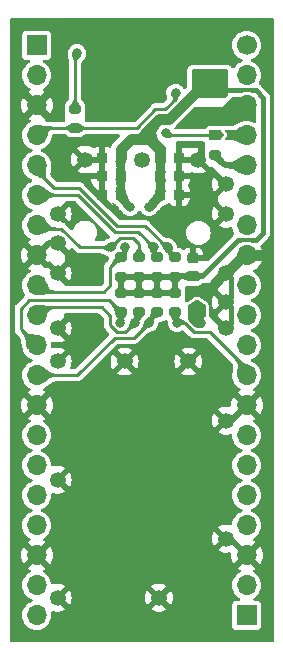
<source format=gbl>
G04 #@! TF.GenerationSoftware,KiCad,Pcbnew,7.0.8*
G04 #@! TF.CreationDate,2023-10-08T00:05:14-04:00*
G04 #@! TF.ProjectId,sfp-snoop,7366702d-736e-46f6-9f70-2e6b69636164,rev?*
G04 #@! TF.SameCoordinates,Original*
G04 #@! TF.FileFunction,Copper,L2,Bot*
G04 #@! TF.FilePolarity,Positive*
%FSLAX46Y46*%
G04 Gerber Fmt 4.6, Leading zero omitted, Abs format (unit mm)*
G04 Created by KiCad (PCBNEW 7.0.8) date 2023-10-08 00:05:14*
%MOMM*%
%LPD*%
G01*
G04 APERTURE LIST*
G04 Aperture macros list*
%AMRoundRect*
0 Rectangle with rounded corners*
0 $1 Rounding radius*
0 $2 $3 $4 $5 $6 $7 $8 $9 X,Y pos of 4 corners*
0 Add a 4 corners polygon primitive as box body*
4,1,4,$2,$3,$4,$5,$6,$7,$8,$9,$2,$3,0*
0 Add four circle primitives for the rounded corners*
1,1,$1+$1,$2,$3*
1,1,$1+$1,$4,$5*
1,1,$1+$1,$6,$7*
1,1,$1+$1,$8,$9*
0 Add four rect primitives between the rounded corners*
20,1,$1+$1,$2,$3,$4,$5,0*
20,1,$1+$1,$4,$5,$6,$7,0*
20,1,$1+$1,$6,$7,$8,$9,0*
20,1,$1+$1,$8,$9,$2,$3,0*%
%AMFreePoly0*
4,1,6,1.000000,0.000000,0.500000,-0.750000,-0.500000,-0.750000,-0.500000,0.750000,0.500000,0.750000,1.000000,0.000000,1.000000,0.000000,$1*%
%AMFreePoly1*
4,1,6,0.500000,-0.750000,-0.650000,-0.750000,-0.150000,0.000000,-0.650000,0.750000,0.500000,0.750000,0.500000,-0.750000,0.500000,-0.750000,$1*%
%AMFreePoly2*
4,1,6,0.400000,-0.475000,0.000000,-0.750000,-0.400000,-0.475000,-0.400000,0.475000,0.400000,0.475000,0.400000,-0.475000,0.400000,-0.475000,$1*%
%AMFreePoly3*
4,1,6,0.400000,-0.475000,0.000000,-0.200000,-0.400000,-0.475000,-0.400000,0.275000,0.400000,0.275000,0.400000,-0.475000,0.400000,-0.475000,$1*%
G04 Aperture macros list end*
G04 #@! TA.AperFunction,ComponentPad*
%ADD10C,1.700000*%
G04 #@! TD*
G04 #@! TA.AperFunction,ComponentPad*
%ADD11O,1.700000X1.700000*%
G04 #@! TD*
G04 #@! TA.AperFunction,ComponentPad*
%ADD12R,1.700000X1.700000*%
G04 #@! TD*
G04 #@! TA.AperFunction,ComponentPad*
%ADD13C,1.350000*%
G04 #@! TD*
G04 #@! TA.AperFunction,SMDPad,CuDef*
%ADD14RoundRect,0.225000X0.225000X0.250000X-0.225000X0.250000X-0.225000X-0.250000X0.225000X-0.250000X0*%
G04 #@! TD*
G04 #@! TA.AperFunction,SMDPad,CuDef*
%ADD15RoundRect,0.200000X0.275000X-0.200000X0.275000X0.200000X-0.275000X0.200000X-0.275000X-0.200000X0*%
G04 #@! TD*
G04 #@! TA.AperFunction,SMDPad,CuDef*
%ADD16RoundRect,0.200000X-0.275000X0.200000X-0.275000X-0.200000X0.275000X-0.200000X0.275000X0.200000X0*%
G04 #@! TD*
G04 #@! TA.AperFunction,SMDPad,CuDef*
%ADD17RoundRect,0.225000X0.250000X-0.225000X0.250000X0.225000X-0.250000X0.225000X-0.250000X-0.225000X0*%
G04 #@! TD*
G04 #@! TA.AperFunction,SMDPad,CuDef*
%ADD18RoundRect,0.225000X-0.225000X-0.250000X0.225000X-0.250000X0.225000X0.250000X-0.225000X0.250000X0*%
G04 #@! TD*
G04 #@! TA.AperFunction,SMDPad,CuDef*
%ADD19RoundRect,0.250000X-0.925000X0.412500X-0.925000X-0.412500X0.925000X-0.412500X0.925000X0.412500X0*%
G04 #@! TD*
G04 #@! TA.AperFunction,SMDPad,CuDef*
%ADD20FreePoly0,90.000000*%
G04 #@! TD*
G04 #@! TA.AperFunction,SMDPad,CuDef*
%ADD21FreePoly1,90.000000*%
G04 #@! TD*
G04 #@! TA.AperFunction,SMDPad,CuDef*
%ADD22FreePoly2,90.000000*%
G04 #@! TD*
G04 #@! TA.AperFunction,SMDPad,CuDef*
%ADD23FreePoly3,270.000000*%
G04 #@! TD*
G04 #@! TA.AperFunction,ViaPad*
%ADD24C,0.800000*%
G04 #@! TD*
G04 #@! TA.AperFunction,ViaPad*
%ADD25C,2.159000*%
G04 #@! TD*
G04 #@! TA.AperFunction,Conductor*
%ADD26C,0.254000*%
G04 #@! TD*
G04 #@! TA.AperFunction,Conductor*
%ADD27C,0.508000*%
G04 #@! TD*
G04 #@! TA.AperFunction,Conductor*
%ADD28C,0.381000*%
G04 #@! TD*
G04 #@! TA.AperFunction,Conductor*
%ADD29C,0.889000*%
G04 #@! TD*
G04 #@! TA.AperFunction,Conductor*
%ADD30C,0.330200*%
G04 #@! TD*
G04 #@! TA.AperFunction,Conductor*
%ADD31C,0.762000*%
G04 #@! TD*
G04 #@! TA.AperFunction,Conductor*
%ADD32C,0.635000*%
G04 #@! TD*
G04 #@! TA.AperFunction,Conductor*
%ADD33C,0.800000*%
G04 #@! TD*
G04 APERTURE END LIST*
D10*
X147320000Y-63500000D03*
D11*
X147320000Y-66040000D03*
X147320000Y-68580000D03*
X147320000Y-71120000D03*
X147320000Y-73660000D03*
X147320000Y-76200000D03*
X147320000Y-78740000D03*
X147320000Y-81280000D03*
X147320000Y-83820000D03*
X147320000Y-86360000D03*
X147320000Y-88900000D03*
X147320000Y-91440000D03*
X147320000Y-93980000D03*
X147320000Y-96520000D03*
X147320000Y-99060000D03*
X147320000Y-101600000D03*
X147320000Y-104140000D03*
X147320000Y-106680000D03*
X147320000Y-109220000D03*
D12*
X147320000Y-111760000D03*
D13*
X131300000Y-110275000D03*
X139875000Y-110275000D03*
X145550000Y-105275000D03*
X131300000Y-100275000D03*
X145550000Y-95275000D03*
X131300000Y-90275000D03*
X136975000Y-90275000D03*
X142375000Y-90275000D03*
X131300000Y-87475000D03*
X145550000Y-87475000D03*
X145550000Y-85275000D03*
X131300000Y-82775000D03*
X145550000Y-82775000D03*
X131300000Y-80275000D03*
X131300000Y-77775000D03*
X145550000Y-77775000D03*
X145550000Y-75275000D03*
X133625000Y-73175000D03*
X138425000Y-73175000D03*
X143225000Y-73175000D03*
D12*
X129540000Y-63500000D03*
D11*
X129540000Y-66040000D03*
X129540000Y-68580000D03*
X129540000Y-71120000D03*
X129540000Y-73660000D03*
X129540000Y-76200000D03*
X129540000Y-78740000D03*
X129540000Y-81280000D03*
X129540000Y-83820000D03*
X129540000Y-86360000D03*
X129540000Y-88900000D03*
X129540000Y-91440000D03*
X129540000Y-93980000D03*
X129540000Y-96520000D03*
X129540000Y-99060000D03*
X129540000Y-101600000D03*
X129540000Y-104140000D03*
X129540000Y-106680000D03*
X129540000Y-109220000D03*
X129540000Y-111760000D03*
D14*
X136650000Y-73050400D03*
X135100000Y-73050400D03*
D15*
X138201400Y-86118200D03*
X138201400Y-84468200D03*
D14*
X136650000Y-76149200D03*
X135100000Y-76149200D03*
X136650000Y-74599800D03*
X135100000Y-74599800D03*
D15*
X132791200Y-70510400D03*
X132791200Y-68860400D03*
D16*
X138201400Y-81457800D03*
X138201400Y-83107800D03*
D17*
X142773400Y-83057800D03*
X142773400Y-81507800D03*
D15*
X136677400Y-86118200D03*
X136677400Y-84468200D03*
D18*
X140017200Y-73050400D03*
X141567200Y-73050400D03*
D19*
X143967200Y-66294000D03*
X143967200Y-69369000D03*
D18*
X140017200Y-74599800D03*
X141567200Y-74599800D03*
D16*
X141249400Y-81457800D03*
X141249400Y-83107800D03*
D15*
X139725400Y-86118200D03*
X139725400Y-84468200D03*
D20*
X143103600Y-86029800D03*
D21*
X143103600Y-84579800D03*
D18*
X140017200Y-76149200D03*
X141567200Y-76149200D03*
D15*
X141249400Y-86118200D03*
X141249400Y-84468200D03*
D16*
X139725400Y-81457800D03*
X139725400Y-83107800D03*
X136677400Y-81457800D03*
X136677400Y-83107800D03*
D15*
X144627600Y-72783200D03*
D22*
X144627600Y-71133200D03*
D23*
X145877600Y-71133200D03*
D24*
X141290000Y-67538600D03*
X140625000Y-80619600D03*
X139425000Y-80619600D03*
X135825000Y-80619600D03*
X137025000Y-80619600D03*
X137825000Y-86995000D03*
X136625000Y-86995000D03*
X139025000Y-86995000D03*
X140462000Y-70962100D03*
X141425000Y-86995000D03*
X134431000Y-65607000D03*
D25*
X142722600Y-103530400D03*
X140563600Y-97053400D03*
X136245600Y-105689400D03*
D24*
X133958600Y-81610200D03*
D25*
X142722600Y-101371400D03*
X142722600Y-99212400D03*
X136245600Y-97053400D03*
D24*
X137225000Y-66750000D03*
X137225000Y-65607000D03*
X135077200Y-79629000D03*
D25*
X134086600Y-105689400D03*
X136245600Y-101371400D03*
X134086600Y-107848400D03*
X138404600Y-103530400D03*
D24*
X138622000Y-66750000D03*
D25*
X136245600Y-99212400D03*
X138404600Y-92735400D03*
X134086600Y-99212400D03*
X140563600Y-92735400D03*
D24*
X134431000Y-66750000D03*
D25*
X134086600Y-101371400D03*
X142722600Y-92735400D03*
X142722600Y-105689400D03*
D24*
X138622000Y-67893000D03*
X135828000Y-66750000D03*
D25*
X138404600Y-94894400D03*
X140563600Y-99212400D03*
D24*
X142876000Y-77089000D03*
X135559800Y-71424800D03*
X137225000Y-67893000D03*
X141579600Y-79375000D03*
X140019000Y-66750000D03*
D25*
X140563600Y-101371400D03*
X142722600Y-97053400D03*
X134086600Y-97053400D03*
X134086600Y-92735400D03*
D24*
X138622000Y-65607000D03*
X131546600Y-71424800D03*
D25*
X140563600Y-107848400D03*
X140563600Y-94894400D03*
X138404600Y-101371400D03*
X142722600Y-94894400D03*
X136245600Y-107848400D03*
D24*
X135828000Y-65607000D03*
D25*
X140563600Y-103530400D03*
D24*
X131546600Y-67919600D03*
D25*
X134086600Y-94894400D03*
X136245600Y-103530400D03*
X136245600Y-92735400D03*
X142722600Y-107848400D03*
X138404600Y-105689400D03*
D24*
X135828000Y-67893000D03*
D25*
X138404600Y-97053400D03*
X136245600Y-94894400D03*
D24*
X133959600Y-86995000D03*
X140019000Y-67893000D03*
D25*
X138404600Y-107848400D03*
D24*
X140019000Y-65607000D03*
X134431000Y-67893000D03*
X131546600Y-69596000D03*
D25*
X134086600Y-103530400D03*
X138404600Y-99212400D03*
X140563600Y-105689400D03*
D24*
X132943600Y-64185800D03*
X145338800Y-67538600D03*
X144340000Y-67538600D03*
X137425000Y-77180000D03*
X143332200Y-67538600D03*
X139025000Y-77180000D03*
X143484600Y-86995000D03*
D26*
X140381583Y-68922900D02*
X141290000Y-68014483D01*
X139586667Y-68922900D02*
X140381583Y-68922900D01*
X137999167Y-70510400D02*
X132943600Y-70510400D01*
X130149600Y-70510400D02*
X132943600Y-70510400D01*
X141290000Y-68014483D02*
X141290000Y-67538600D01*
X129540000Y-71120000D02*
X130149600Y-70510400D01*
X137999167Y-70510400D02*
X139586667Y-68922900D01*
X133154020Y-75615800D02*
X136360820Y-78822600D01*
X136360820Y-78822600D02*
X138732502Y-78822601D01*
X138732502Y-78822601D02*
X140529501Y-80619600D01*
X140625000Y-80833400D02*
X141249400Y-81457800D01*
X140529501Y-80619600D02*
X140625000Y-80619600D01*
X129540000Y-73660000D02*
X129540000Y-74117200D01*
X129540000Y-74117200D02*
X131038600Y-75615800D01*
X131038600Y-75615800D02*
X133154020Y-75615800D01*
X140625000Y-80619600D02*
X140625000Y-80833400D01*
X139425000Y-81157400D02*
X139725400Y-81457800D01*
X129540000Y-76200000D02*
X133019800Y-76200000D01*
X139425000Y-80619600D02*
X139425000Y-81157400D01*
X136150400Y-79330600D02*
X138136000Y-79330600D01*
X133019800Y-76200000D02*
X136150400Y-79330600D01*
X138136000Y-79330600D02*
X139425000Y-80619600D01*
X129819400Y-79019400D02*
X131622800Y-79019400D01*
X135825000Y-80619600D02*
X136606000Y-79838600D01*
X138201400Y-80365600D02*
X138201400Y-81457800D01*
X136606000Y-79838600D02*
X137674400Y-79838600D01*
X129540000Y-78740000D02*
X129819400Y-79019400D01*
X131622800Y-79019400D02*
X133223000Y-80619600D01*
X133223000Y-80619600D02*
X135825000Y-80619600D01*
X137674400Y-79838600D02*
X138201400Y-80365600D01*
X130098800Y-84378800D02*
X135204200Y-84378800D01*
X136550400Y-81457800D02*
X136677400Y-81457800D01*
X137025000Y-81110200D02*
X136677400Y-81457800D01*
X135763000Y-82245200D02*
X136550400Y-81457800D01*
X137025000Y-80619600D02*
X137025000Y-81110200D01*
X135204200Y-84378800D02*
X135763000Y-83820000D01*
X129540000Y-83820000D02*
X130098800Y-84378800D01*
X135763000Y-83820000D02*
X135763000Y-82245200D01*
X138201400Y-86118200D02*
X138201400Y-86618600D01*
X135026400Y-85699600D02*
X135737600Y-86410800D01*
X129540000Y-86360000D02*
X129844800Y-86055200D01*
X130200400Y-85699600D02*
X135026400Y-85699600D01*
X135737600Y-86410800D02*
X135737600Y-87212101D01*
X137044000Y-87776000D02*
X137825000Y-86995000D01*
X138201400Y-86618600D02*
X137825000Y-86995000D01*
X136301499Y-87776000D02*
X137044000Y-87776000D01*
X135737600Y-87212101D02*
X136301499Y-87776000D01*
X129540000Y-86360000D02*
X130200400Y-85699600D01*
X128168400Y-87528400D02*
X128168400Y-85801200D01*
X136677400Y-86942600D02*
X136625000Y-86995000D01*
X136677400Y-86118200D02*
X136677400Y-86942600D01*
X128168400Y-85801200D02*
X128879600Y-85090000D01*
X128879600Y-85090000D02*
X135649200Y-85090000D01*
X135649200Y-85090000D02*
X136677400Y-86118200D01*
X129540000Y-88900000D02*
X128168400Y-87528400D01*
X129540000Y-91440000D02*
X132969000Y-91440000D01*
X139025000Y-86818600D02*
X139725400Y-86118200D01*
X139025000Y-86995000D02*
X139025000Y-86818600D01*
X132969000Y-91440000D02*
X136125000Y-88284000D01*
X136125000Y-88284000D02*
X137736000Y-88284000D01*
X137736000Y-88284000D02*
X139025000Y-86995000D01*
X145877600Y-71133200D02*
X147306800Y-71133200D01*
X147306800Y-71133200D02*
X147320000Y-71120000D01*
X140633100Y-71133200D02*
X140462000Y-70962100D01*
X144627600Y-71133200D02*
X140633100Y-71133200D01*
X147320000Y-71120000D02*
X147218400Y-71221600D01*
X147243800Y-71196200D02*
X147320000Y-71120000D01*
X142875000Y-87807800D02*
X142062200Y-86995000D01*
X144195800Y-87807800D02*
X142875000Y-87807800D01*
X147320000Y-91440000D02*
X147320000Y-90932000D01*
X147320000Y-90932000D02*
X144195800Y-87807800D01*
X141249400Y-86819400D02*
X141425000Y-86995000D01*
X141249400Y-86118200D02*
X141249400Y-86819400D01*
X141025000Y-86342600D02*
X141249400Y-86118200D01*
X142062200Y-86995000D02*
X141425000Y-86995000D01*
D27*
X145915000Y-105275000D02*
X147320000Y-106680000D01*
X131300000Y-82775000D02*
X131035000Y-82775000D01*
D28*
X145973800Y-83198800D02*
X145973800Y-84851200D01*
D29*
X147045000Y-81280000D02*
X145550000Y-82775000D01*
D28*
X145550000Y-85275000D02*
X145973800Y-85698800D01*
D26*
X141691800Y-73175000D02*
X141567200Y-73050400D01*
D28*
X145550000Y-82775000D02*
X145973800Y-83198800D01*
D27*
X134975400Y-73175000D02*
X135100000Y-73050400D01*
D28*
X145973800Y-84851200D02*
X145550000Y-85275000D01*
D27*
X147320000Y-81280000D02*
X147045000Y-81280000D01*
X130545000Y-80275000D02*
X129540000Y-81280000D01*
X146025000Y-95275000D02*
X147320000Y-93980000D01*
X133625000Y-73175000D02*
X134975400Y-73175000D01*
D28*
X145973800Y-87051200D02*
X145550000Y-87475000D01*
D27*
X145550000Y-95275000D02*
X146025000Y-95275000D01*
X143225000Y-73175000D02*
X141691800Y-73175000D01*
X131300000Y-80275000D02*
X130545000Y-80275000D01*
X145550000Y-105275000D02*
X145915000Y-105275000D01*
D28*
X145973800Y-85698800D02*
X145973800Y-87051200D01*
D27*
X145441400Y-73660000D02*
X144627600Y-72846200D01*
D26*
X132791200Y-68860400D02*
X132791200Y-64338200D01*
D27*
X147320000Y-73660000D02*
X145441400Y-73660000D01*
D28*
X133045200Y-64287400D02*
X132943600Y-64185800D01*
D26*
X132791200Y-64338200D02*
X132943600Y-64185800D01*
D29*
X138277600Y-71399400D02*
X139928600Y-69748400D01*
D30*
X147777200Y-80010000D02*
X146786600Y-80010000D01*
D28*
X148717000Y-79400400D02*
X148107400Y-80010000D01*
D31*
X140017200Y-73050400D02*
X140017200Y-74599800D01*
D29*
X136650000Y-73050400D02*
X136650000Y-72290400D01*
X142933317Y-67538600D02*
X140723517Y-69748400D01*
D28*
X146786600Y-80010000D02*
X146558000Y-80010000D01*
D32*
X136650000Y-76149200D02*
X136650000Y-76405000D01*
X136650000Y-73050400D02*
X136650000Y-74599800D01*
D28*
X148717000Y-67945000D02*
X148717000Y-79400400D01*
D29*
X140017200Y-73050400D02*
X140017200Y-72351600D01*
X140004500Y-72351600D02*
X139052300Y-71399400D01*
D31*
X140017200Y-74599800D02*
X140017200Y-76149200D01*
D29*
X137541000Y-71399400D02*
X138277600Y-71399400D01*
D28*
X146558000Y-80010000D02*
X143510200Y-83057800D01*
D30*
X145338800Y-67538600D02*
X145567400Y-67310000D01*
D28*
X148082000Y-67310000D02*
X148717000Y-67945000D01*
D31*
X140017200Y-72351600D02*
X140004500Y-72351600D01*
D28*
X147751800Y-67310000D02*
X148082000Y-67310000D01*
D29*
X136650000Y-72290400D02*
X137541000Y-71399400D01*
D27*
X141299400Y-83057800D02*
X141249400Y-83107800D01*
D31*
X140017200Y-76187800D02*
X139025000Y-77180000D01*
D28*
X148107400Y-80010000D02*
X147777200Y-80010000D01*
D29*
X139052300Y-71399400D02*
X138277600Y-71399400D01*
D31*
X140017200Y-76149200D02*
X140017200Y-76187800D01*
D26*
X143078400Y-83057800D02*
X142773400Y-83057800D01*
D33*
X143332200Y-67538600D02*
X142933317Y-67538600D01*
D30*
X146862800Y-67310000D02*
X147751800Y-67310000D01*
D28*
X143510200Y-83057800D02*
X143078400Y-83057800D01*
D27*
X142773400Y-83057800D02*
X141299400Y-83057800D01*
D29*
X140723517Y-69748400D02*
X139928600Y-69748400D01*
D32*
X136650000Y-74599800D02*
X136650000Y-76149200D01*
X136650000Y-76405000D02*
X137425000Y-77180000D01*
D28*
X145567400Y-67310000D02*
X146862800Y-67310000D01*
D27*
X143484600Y-86995000D02*
X143484600Y-86410800D01*
X143484600Y-86410800D02*
X143103600Y-86029800D01*
G04 #@! TA.AperFunction,Conductor*
G36*
X132447078Y-70133717D02*
G01*
X132784958Y-70502496D01*
X132788020Y-70510911D01*
X132784958Y-70518304D01*
X132447078Y-70887082D01*
X132438962Y-70890867D01*
X132431113Y-70888290D01*
X132334970Y-70810860D01*
X132230277Y-70742925D01*
X132230271Y-70742921D01*
X132125593Y-70691373D01*
X132125586Y-70691370D01*
X132125585Y-70691370D01*
X132020892Y-70656195D01*
X132004837Y-70653312D01*
X131925833Y-70639129D01*
X131918295Y-70634294D01*
X131916200Y-70627613D01*
X131916200Y-70393186D01*
X131919627Y-70384913D01*
X131925831Y-70381670D01*
X132020892Y-70364604D01*
X132125585Y-70329429D01*
X132230277Y-70277874D01*
X132334970Y-70209939D01*
X132431115Y-70132508D01*
X132439705Y-70129988D01*
X132447078Y-70133717D01*
G37*
G04 #@! TD.AperFunction*
G04 #@! TA.AperFunction,Conductor*
G36*
X145688239Y-65551685D02*
G01*
X145733994Y-65604489D01*
X145745200Y-65656000D01*
X145745200Y-67651845D01*
X145725515Y-67718884D01*
X145708881Y-67739526D01*
X145539726Y-67908681D01*
X145478403Y-67942166D01*
X145452045Y-67945000D01*
X142795800Y-67945000D01*
X142728761Y-67925315D01*
X142683006Y-67872511D01*
X142671800Y-67821000D01*
X142671800Y-65656000D01*
X142691485Y-65588961D01*
X142744289Y-65543206D01*
X142795800Y-65532000D01*
X145621200Y-65532000D01*
X145688239Y-65551685D01*
G37*
G04 #@! TD.AperFunction*
G04 #@! TA.AperFunction,Conductor*
G36*
X143707039Y-71661385D02*
G01*
X143752794Y-71714189D01*
X143764000Y-71765700D01*
X143764000Y-73431400D01*
X141300200Y-73431400D01*
X141300200Y-72237600D01*
X141833600Y-72237600D01*
X141833600Y-72923400D01*
X143230600Y-72923400D01*
X143230600Y-72237600D01*
X141833600Y-72237600D01*
X141300200Y-72237600D01*
X141300200Y-71765700D01*
X141319885Y-71698661D01*
X141372689Y-71652906D01*
X141424200Y-71641700D01*
X143640000Y-71641700D01*
X143707039Y-71661385D01*
G37*
G04 #@! TD.AperFunction*
G04 #@! TA.AperFunction,Conductor*
G36*
X136801500Y-86208850D02*
G01*
X136804914Y-86216582D01*
X136811973Y-86369705D01*
X136811974Y-86369710D01*
X136834724Y-86484576D01*
X136834727Y-86484588D01*
X136872704Y-86580963D01*
X136925966Y-86689780D01*
X136989604Y-86830952D01*
X136989880Y-86839902D01*
X136983746Y-86846426D01*
X136983440Y-86846559D01*
X136629502Y-86994123D01*
X136620548Y-86994144D01*
X136620498Y-86994123D01*
X136267236Y-86846841D01*
X136260918Y-86840494D01*
X136260939Y-86831540D01*
X136261374Y-86830613D01*
X136337230Y-86685797D01*
X136338230Y-86684212D01*
X136417258Y-86578901D01*
X136485235Y-86487671D01*
X136532611Y-86375201D01*
X136549302Y-86215904D01*
X136553572Y-86208033D01*
X136560938Y-86205423D01*
X136793227Y-86205423D01*
X136801500Y-86208850D01*
G37*
G04 #@! TD.AperFunction*
G04 #@! TA.AperFunction,Conductor*
G36*
X142443201Y-82632510D02*
G01*
X142768801Y-83050611D01*
X142771181Y-83059244D01*
X142768801Y-83064989D01*
X142443201Y-83483089D01*
X142435414Y-83487511D01*
X142428709Y-83486350D01*
X142319517Y-83431378D01*
X142319516Y-83431378D01*
X142201732Y-83383841D01*
X142201729Y-83383839D01*
X142083975Y-83348073D01*
X142083955Y-83348068D01*
X141966173Y-83324052D01*
X141858889Y-83312891D01*
X141851015Y-83308627D01*
X141848400Y-83301254D01*
X141848400Y-82814345D01*
X141851827Y-82806072D01*
X141858887Y-82802708D01*
X141925326Y-82795795D01*
X141966173Y-82791546D01*
X141966176Y-82791545D01*
X141966179Y-82791545D01*
X142083958Y-82767530D01*
X142083971Y-82767525D01*
X142083975Y-82767525D01*
X142201730Y-82731758D01*
X142201728Y-82731758D01*
X142201737Y-82731756D01*
X142319516Y-82684221D01*
X142319517Y-82684221D01*
X142357222Y-82665238D01*
X142428711Y-82629248D01*
X142437639Y-82628589D01*
X142443201Y-82632510D01*
G37*
G04 #@! TD.AperFunction*
G04 #@! TA.AperFunction,Conductor*
G36*
X141256966Y-86124278D02*
G01*
X141393205Y-86236022D01*
X141654829Y-86450606D01*
X141659052Y-86458502D01*
X141656455Y-86467072D01*
X141654860Y-86468673D01*
X141614469Y-86502032D01*
X141563115Y-86557224D01*
X141511764Y-86625193D01*
X141460420Y-86705928D01*
X141460415Y-86705936D01*
X141444426Y-86735056D01*
X141409866Y-86797998D01*
X141407883Y-86800640D01*
X141240611Y-86967912D01*
X141232338Y-86971339D01*
X141224065Y-86967912D01*
X141222021Y-86965157D01*
X141159823Y-86848875D01*
X141159819Y-86848867D01*
X141090178Y-86735050D01*
X141020538Y-86637613D01*
X141020536Y-86637610D01*
X141020532Y-86637605D01*
X140950897Y-86556556D01*
X140890069Y-86500064D01*
X140886339Y-86491923D01*
X140889458Y-86483529D01*
X140889656Y-86483321D01*
X141241198Y-86125129D01*
X141249437Y-86121626D01*
X141256966Y-86124278D01*
G37*
G04 #@! TD.AperFunction*
G04 #@! TA.AperFunction,Conductor*
G36*
X137029109Y-80622312D02*
G01*
X137135812Y-80729550D01*
X137299989Y-80894550D01*
X137303395Y-80902831D01*
X137300348Y-80910677D01*
X137197765Y-81023388D01*
X137129253Y-81117824D01*
X137074701Y-81203257D01*
X137074505Y-81203544D01*
X137006292Y-81297569D01*
X137005883Y-81298071D01*
X136904278Y-81409711D01*
X136896175Y-81413523D01*
X136887750Y-81410489D01*
X136887352Y-81410109D01*
X136723036Y-81245793D01*
X136719609Y-81237520D01*
X136721420Y-81231268D01*
X136791938Y-81119774D01*
X136779894Y-81015614D01*
X136720949Y-80909197D01*
X136656547Y-80784541D01*
X136655447Y-80781345D01*
X136627605Y-80633438D01*
X136629442Y-80624675D01*
X136636939Y-80619777D01*
X136639080Y-80619575D01*
X137020832Y-80618901D01*
X137029109Y-80622312D01*
G37*
G04 #@! TD.AperFunction*
G04 #@! TA.AperFunction,Conductor*
G36*
X136655693Y-74601975D02*
G01*
X137073241Y-74834874D01*
X137092384Y-74845552D01*
X137097940Y-74852575D01*
X137098106Y-74858311D01*
X137073499Y-74968900D01*
X137046999Y-75095950D01*
X137020500Y-75230950D01*
X136994000Y-75373900D01*
X136969199Y-75515124D01*
X136964392Y-75522679D01*
X136957675Y-75524800D01*
X136342325Y-75524800D01*
X136334052Y-75521373D01*
X136330801Y-75515124D01*
X136305999Y-75373900D01*
X136279499Y-75230950D01*
X136253000Y-75095950D01*
X136226500Y-74968900D01*
X136201893Y-74858309D01*
X136203441Y-74849491D01*
X136207613Y-74845553D01*
X136644302Y-74601977D01*
X136653195Y-74600941D01*
X136655693Y-74601975D01*
G37*
G04 #@! TD.AperFunction*
G04 #@! TA.AperFunction,Conductor*
G36*
X137081041Y-73050369D02*
G01*
X137089306Y-73053814D01*
X137092714Y-73062095D01*
X137092596Y-73063724D01*
X136968935Y-73929355D01*
X136964373Y-73937060D01*
X136957353Y-73939400D01*
X136342647Y-73939400D01*
X136334374Y-73935973D01*
X136331065Y-73929355D01*
X136207403Y-73063724D01*
X136209625Y-73055049D01*
X136217330Y-73050487D01*
X136218948Y-73050369D01*
X136650000Y-73049400D01*
X137081041Y-73050369D01*
G37*
G04 #@! TD.AperFunction*
G04 #@! TA.AperFunction,Conductor*
G36*
X136672155Y-81455512D02*
G01*
X136679270Y-81460947D01*
X136680172Y-81462894D01*
X136816043Y-81844464D01*
X136815590Y-81853408D01*
X136808946Y-81859411D01*
X136806801Y-81859953D01*
X136666052Y-81881618D01*
X136666050Y-81881618D01*
X136511317Y-81921817D01*
X136356584Y-81978395D01*
X136201841Y-82051358D01*
X136201841Y-82051359D01*
X136054884Y-82136205D01*
X136046006Y-82137374D01*
X136040761Y-82134346D01*
X135874530Y-81968115D01*
X135871103Y-81959842D01*
X135873298Y-81953019D01*
X135934480Y-81867784D01*
X135940577Y-81857800D01*
X136001463Y-81758086D01*
X136068441Y-81632014D01*
X136135420Y-81489562D01*
X136198447Y-81340103D01*
X136204820Y-81333812D01*
X136212229Y-81333342D01*
X136672155Y-81455512D01*
G37*
G04 #@! TD.AperFunction*
G04 #@! TA.AperFunction,Conductor*
G36*
X138666885Y-86846633D02*
G01*
X139021195Y-86992436D01*
X139027542Y-86998754D01*
X139027563Y-86998804D01*
X139173361Y-87353102D01*
X139173340Y-87362056D01*
X139166993Y-87368374D01*
X139166374Y-87368608D01*
X139013815Y-87421512D01*
X139013285Y-87421668D01*
X138889155Y-87451960D01*
X138784122Y-87482383D01*
X138784119Y-87482385D01*
X138784117Y-87482386D01*
X138689403Y-87533339D01*
X138677687Y-87539642D01*
X138557346Y-87643392D01*
X138548842Y-87646199D01*
X138541433Y-87642804D01*
X138377195Y-87478566D01*
X138373768Y-87470293D01*
X138376607Y-87462653D01*
X138411998Y-87421602D01*
X138480358Y-87342310D01*
X138537613Y-87235881D01*
X138568038Y-87130843D01*
X138598336Y-87006685D01*
X138598476Y-87006210D01*
X138651391Y-86853624D01*
X138657339Y-86846931D01*
X138666278Y-86846404D01*
X138666885Y-86846633D01*
G37*
G04 #@! TD.AperFunction*
G04 #@! TA.AperFunction,Conductor*
G36*
X140752623Y-70688021D02*
G01*
X140753072Y-70688499D01*
X140844684Y-70791388D01*
X140844887Y-70791628D01*
X140916957Y-70882371D01*
X140982161Y-70945489D01*
X140986617Y-70949803D01*
X141079042Y-70991760D01*
X141209003Y-71005120D01*
X141216883Y-71009375D01*
X141219507Y-71016759D01*
X141219507Y-71249137D01*
X141216080Y-71257410D01*
X141208463Y-71260819D01*
X141030661Y-71270797D01*
X140897832Y-71296068D01*
X140783872Y-71326177D01*
X140783471Y-71326268D01*
X140651225Y-71351429D01*
X140650459Y-71351523D01*
X140474325Y-71361408D01*
X140465872Y-71358450D01*
X140461987Y-71350382D01*
X140461969Y-71349755D01*
X140461738Y-71257410D01*
X140461012Y-70966974D01*
X140464418Y-70958694D01*
X140736077Y-70687991D01*
X140744356Y-70684580D01*
X140752623Y-70688021D01*
G37*
G04 #@! TD.AperFunction*
G04 #@! TA.AperFunction,Conductor*
G36*
X134831449Y-86227785D02*
G01*
X134852091Y-86244419D01*
X135192781Y-86585109D01*
X135226266Y-86646432D01*
X135229100Y-86672790D01*
X135229100Y-87144102D01*
X135226266Y-87170459D01*
X135225180Y-87175448D01*
X135225180Y-87175452D01*
X135228942Y-87228050D01*
X135229100Y-87232475D01*
X135229100Y-87248470D01*
X135231374Y-87264292D01*
X135231847Y-87268689D01*
X135235611Y-87321301D01*
X135235613Y-87321311D01*
X135237399Y-87326099D01*
X135243953Y-87351775D01*
X135244681Y-87356835D01*
X135253738Y-87376667D01*
X135266586Y-87404802D01*
X135268279Y-87408889D01*
X135286711Y-87458305D01*
X135289775Y-87462398D01*
X135303300Y-87485195D01*
X135303367Y-87485340D01*
X135305422Y-87489841D01*
X135305427Y-87489848D01*
X135339952Y-87529691D01*
X135342729Y-87533138D01*
X135352315Y-87545944D01*
X135352318Y-87545946D01*
X135352320Y-87545949D01*
X135363639Y-87557268D01*
X135366644Y-87560496D01*
X135370346Y-87564768D01*
X135401179Y-87600351D01*
X135405474Y-87603111D01*
X135426118Y-87619747D01*
X135580975Y-87774604D01*
X135660440Y-87854068D01*
X135693925Y-87915391D01*
X135688941Y-87985082D01*
X135660440Y-88029430D01*
X132794691Y-90895181D01*
X132733368Y-90928666D01*
X132707010Y-90931500D01*
X132494915Y-90931500D01*
X132427876Y-90911815D01*
X132382121Y-90859011D01*
X132372177Y-90789853D01*
X132383915Y-90752228D01*
X132407835Y-90704190D01*
X132407840Y-90704177D01*
X132467839Y-90493306D01*
X132488068Y-90275000D01*
X132488068Y-90274999D01*
X132467839Y-90056693D01*
X132407840Y-89845822D01*
X132407835Y-89845809D01*
X132310119Y-89649569D01*
X132310111Y-89649556D01*
X132299157Y-89635051D01*
X131805761Y-90128446D01*
X131799338Y-90097535D01*
X131732942Y-89969396D01*
X131634436Y-89863923D01*
X131511127Y-89788937D01*
X131445296Y-89770491D01*
X131937484Y-89278304D01*
X131937483Y-89278303D01*
X131829570Y-89211486D01*
X131829564Y-89211483D01*
X131625132Y-89132287D01*
X131409619Y-89092000D01*
X131190381Y-89092000D01*
X130974864Y-89132287D01*
X130933874Y-89148167D01*
X130864250Y-89154028D01*
X130802510Y-89121318D01*
X130768256Y-89060421D01*
X130765553Y-89021736D01*
X130776204Y-88900000D01*
X130761025Y-88726510D01*
X130774791Y-88658013D01*
X130823406Y-88607830D01*
X130891435Y-88591896D01*
X130929347Y-88600079D01*
X130974862Y-88617711D01*
X131190381Y-88658000D01*
X131409619Y-88658000D01*
X131625132Y-88617712D01*
X131829566Y-88538515D01*
X131829567Y-88538514D01*
X131937484Y-88471694D01*
X131448622Y-87982832D01*
X131575346Y-87927788D01*
X131687296Y-87836709D01*
X131770522Y-87718805D01*
X131805263Y-87621053D01*
X132299157Y-88114946D01*
X132310115Y-88100437D01*
X132310120Y-88100430D01*
X132407833Y-87904195D01*
X132407840Y-87904177D01*
X132467839Y-87693306D01*
X132488068Y-87475000D01*
X132488068Y-87474999D01*
X132467839Y-87256693D01*
X132407840Y-87045822D01*
X132407835Y-87045809D01*
X132310119Y-86849569D01*
X132310111Y-86849556D01*
X132299157Y-86835051D01*
X131805761Y-87328447D01*
X131799338Y-87297535D01*
X131732942Y-87169396D01*
X131634436Y-87063923D01*
X131511127Y-86988937D01*
X131445297Y-86970492D01*
X131937484Y-86478304D01*
X131871626Y-86437527D01*
X131824991Y-86385499D01*
X131813887Y-86316517D01*
X131841840Y-86252483D01*
X131899975Y-86213727D01*
X131936904Y-86208100D01*
X134764410Y-86208100D01*
X134831449Y-86227785D01*
G37*
G04 #@! TD.AperFunction*
G04 #@! TA.AperFunction,Conductor*
G36*
X144272000Y-83439000D02*
G01*
X144881600Y-84048600D01*
X144907000Y-84023200D01*
X144907000Y-84277200D01*
X144926517Y-84296717D01*
X144927088Y-84296885D01*
X144947730Y-84313519D01*
X145401378Y-84767167D01*
X145274654Y-84822212D01*
X145162704Y-84913291D01*
X145079478Y-85031195D01*
X145044736Y-85128947D01*
X144550841Y-84635052D01*
X144550840Y-84635052D01*
X144539882Y-84649564D01*
X144539881Y-84649565D01*
X144442166Y-84845804D01*
X144442159Y-84845822D01*
X144382160Y-85056693D01*
X144361932Y-85274999D01*
X144361932Y-85275000D01*
X144382160Y-85493306D01*
X144442159Y-85704177D01*
X144442164Y-85704190D01*
X144539884Y-85900438D01*
X144550840Y-85914946D01*
X144550841Y-85914946D01*
X145044237Y-85421550D01*
X145050662Y-85452465D01*
X145117058Y-85580604D01*
X145215564Y-85686077D01*
X145338873Y-85761063D01*
X145404700Y-85779507D01*
X144907000Y-86277208D01*
X144907000Y-86472789D01*
X145401378Y-86967167D01*
X145274654Y-87022212D01*
X145162704Y-87113291D01*
X145079478Y-87231195D01*
X145044736Y-87328946D01*
X144532364Y-86816575D01*
X144504373Y-86795573D01*
X144155949Y-86447149D01*
X144122464Y-86385826D01*
X144120916Y-86374640D01*
X144120588Y-86374682D01*
X144119211Y-86363780D01*
X144118752Y-86357952D01*
X144117264Y-86310595D01*
X144116044Y-86302894D01*
X144116536Y-86302816D01*
X144113086Y-86278567D01*
X144113086Y-85529804D01*
X144112919Y-85528115D01*
X144108047Y-85478911D01*
X144103242Y-85467346D01*
X144069206Y-85385417D01*
X144069204Y-85385412D01*
X143997537Y-85313895D01*
X143247537Y-84813895D01*
X143247536Y-84813894D01*
X143247534Y-84813893D01*
X143154489Y-84775353D01*
X143053245Y-84775246D01*
X142959662Y-84813895D01*
X142305783Y-85249814D01*
X142239083Y-85270622D01*
X142171723Y-85252067D01*
X142125087Y-85200039D01*
X142113000Y-85146640D01*
X142113000Y-84020200D01*
X142132685Y-83953161D01*
X142185489Y-83907406D01*
X142237000Y-83896200D01*
X142467652Y-83896200D01*
X142475095Y-83892135D01*
X142501452Y-83889299D01*
X143063148Y-83889299D01*
X143063151Y-83889299D01*
X143181719Y-83873691D01*
X143181723Y-83873689D01*
X143181728Y-83873689D01*
X143329267Y-83812576D01*
X143455961Y-83715361D01*
X143457619Y-83713199D01*
X143473194Y-83696378D01*
X143518797Y-83655468D01*
X143581841Y-83625356D01*
X143585375Y-83624838D01*
X143642402Y-83617331D01*
X143650502Y-83616800D01*
X144094199Y-83616800D01*
X144094200Y-83616800D01*
X144341795Y-83369204D01*
X144272000Y-83439000D01*
G37*
G04 #@! TD.AperFunction*
G04 #@! TA.AperFunction,Conductor*
G36*
X132299158Y-80914947D02*
G01*
X132310115Y-80900437D01*
X132310120Y-80900430D01*
X132391061Y-80737879D01*
X132438564Y-80686641D01*
X132506226Y-80669220D01*
X132572567Y-80691145D01*
X132589742Y-80705469D01*
X132815351Y-80931078D01*
X132831984Y-80951717D01*
X132834749Y-80956020D01*
X132874610Y-80990560D01*
X132877837Y-80993564D01*
X132889153Y-81004880D01*
X132897602Y-81011205D01*
X132901954Y-81014463D01*
X132905401Y-81017241D01*
X132920180Y-81030047D01*
X132945257Y-81051776D01*
X132949906Y-81053899D01*
X132972698Y-81067421D01*
X132976796Y-81070489D01*
X132976799Y-81070491D01*
X133026214Y-81088921D01*
X133030296Y-81090611D01*
X133058824Y-81103640D01*
X133078261Y-81112517D01*
X133078266Y-81112519D01*
X133083320Y-81113245D01*
X133109010Y-81119802D01*
X133113800Y-81121589D01*
X133166416Y-81125351D01*
X133170777Y-81125820D01*
X133186632Y-81128100D01*
X133202625Y-81128100D01*
X133207047Y-81128257D01*
X133259649Y-81132020D01*
X133263084Y-81131272D01*
X133264642Y-81130934D01*
X133290999Y-81128100D01*
X134972934Y-81128100D01*
X135002319Y-81131631D01*
X135007301Y-81132847D01*
X135110067Y-81140454D01*
X135136584Y-81145359D01*
X135145529Y-81148046D01*
X135146910Y-81148461D01*
X135171052Y-81158601D01*
X135212144Y-81181235D01*
X135318173Y-81245667D01*
X135326018Y-81250185D01*
X135334517Y-81254820D01*
X135342698Y-81259031D01*
X135452825Y-81312444D01*
X135475786Y-81323581D01*
X135481714Y-81326868D01*
X135483774Y-81328162D01*
X135485630Y-81328811D01*
X135492211Y-81331548D01*
X135497063Y-81333901D01*
X135502677Y-81336430D01*
X135502686Y-81336433D01*
X135502687Y-81336434D01*
X135535037Y-81349283D01*
X135542316Y-81350515D01*
X135562571Y-81355734D01*
X135607558Y-81371476D01*
X135664334Y-81412198D01*
X135690081Y-81477151D01*
X135676624Y-81545712D01*
X135676107Y-81546696D01*
X135666435Y-81564901D01*
X135664598Y-81568123D01*
X135613308Y-81652120D01*
X135610760Y-81655964D01*
X135559826Y-81726924D01*
X135546771Y-81742299D01*
X135451515Y-81837555D01*
X135430881Y-81854184D01*
X135426584Y-81856945D01*
X135426577Y-81856952D01*
X135392050Y-81896796D01*
X135389038Y-81900031D01*
X135377724Y-81911346D01*
X135368134Y-81924156D01*
X135365359Y-81927599D01*
X135330823Y-81967458D01*
X135328696Y-81972115D01*
X135315177Y-81994899D01*
X135312112Y-81998992D01*
X135312111Y-81998994D01*
X135293676Y-82048419D01*
X135291982Y-82052507D01*
X135270080Y-82100469D01*
X135269353Y-82105526D01*
X135262801Y-82131196D01*
X135261011Y-82135994D01*
X135261011Y-82135995D01*
X135257248Y-82188600D01*
X135256776Y-82192995D01*
X135254501Y-82208824D01*
X135254500Y-82208838D01*
X135254500Y-82224824D01*
X135254342Y-82229248D01*
X135250580Y-82281845D01*
X135250580Y-82281849D01*
X135251666Y-82286840D01*
X135254500Y-82313199D01*
X135254500Y-83558010D01*
X135234815Y-83625049D01*
X135218181Y-83645691D01*
X135029891Y-83833981D01*
X134968568Y-83867466D01*
X134942210Y-83870300D01*
X132065262Y-83870300D01*
X131998223Y-83850615D01*
X131952468Y-83797811D01*
X131950382Y-83784592D01*
X131448622Y-83282832D01*
X131575346Y-83227788D01*
X131687296Y-83136709D01*
X131770522Y-83018805D01*
X131805263Y-82921053D01*
X132299157Y-83414946D01*
X132310115Y-83400437D01*
X132310120Y-83400430D01*
X132407833Y-83204195D01*
X132407840Y-83204177D01*
X132467839Y-82993306D01*
X132488068Y-82775000D01*
X132488068Y-82774999D01*
X132467839Y-82556693D01*
X132407840Y-82345822D01*
X132407835Y-82345809D01*
X132310119Y-82149569D01*
X132310111Y-82149556D01*
X132299157Y-82135051D01*
X131805761Y-82628447D01*
X131799338Y-82597535D01*
X131732942Y-82469396D01*
X131634436Y-82363923D01*
X131511127Y-82288937D01*
X131445297Y-82270492D01*
X131937484Y-81778304D01*
X131930573Y-81718736D01*
X131931119Y-81718672D01*
X131927600Y-81703116D01*
X131927600Y-81346880D01*
X131932133Y-81331441D01*
X131930574Y-81331261D01*
X131937484Y-81271694D01*
X131448622Y-80782832D01*
X131575346Y-80727788D01*
X131687296Y-80636709D01*
X131770522Y-80518805D01*
X131805263Y-80421052D01*
X132299158Y-80914947D01*
G37*
G04 #@! TD.AperFunction*
G04 #@! TA.AperFunction,Conductor*
G36*
X130482311Y-81863102D02*
G01*
X130527131Y-81818283D01*
X130588454Y-81784798D01*
X130658146Y-81789782D01*
X130702494Y-81818283D01*
X131151378Y-82267167D01*
X131024654Y-82322212D01*
X130912704Y-82413291D01*
X130829478Y-82531195D01*
X130794736Y-82628947D01*
X130481429Y-82315640D01*
X130481428Y-82315640D01*
X130436610Y-82360458D01*
X130375287Y-82393943D01*
X130305595Y-82388959D01*
X130261248Y-82360458D01*
X129667587Y-81766797D01*
X129682315Y-81764680D01*
X129813100Y-81704952D01*
X129921761Y-81610798D01*
X129999493Y-81489844D01*
X130024360Y-81405151D01*
X130482311Y-81863102D01*
G37*
G04 #@! TD.AperFunction*
G04 #@! TA.AperFunction,Conductor*
G36*
X144112090Y-73702878D02*
G01*
X144132379Y-73723420D01*
X144132379Y-73723421D01*
X144145000Y-73736200D01*
X144246600Y-73837800D01*
X144423838Y-73837800D01*
X144490877Y-73857485D01*
X144511519Y-73874119D01*
X144870451Y-74233051D01*
X144874286Y-74240075D01*
X145401378Y-74767167D01*
X145274654Y-74822212D01*
X145162704Y-74913291D01*
X145079478Y-75031195D01*
X145044736Y-75128947D01*
X144550841Y-74635052D01*
X144550840Y-74635052D01*
X144539882Y-74649564D01*
X144539881Y-74649565D01*
X144442166Y-74845804D01*
X144442159Y-74845822D01*
X144382160Y-75056693D01*
X144361932Y-75274999D01*
X144361932Y-75275000D01*
X144382160Y-75493306D01*
X144442159Y-75704177D01*
X144442164Y-75704190D01*
X144539884Y-75900438D01*
X144550840Y-75914946D01*
X144550841Y-75914946D01*
X145044237Y-75421550D01*
X145050662Y-75452465D01*
X145117058Y-75580604D01*
X145215564Y-75686077D01*
X145338873Y-75761063D01*
X145404702Y-75779507D01*
X144944329Y-76239881D01*
X144942104Y-76241095D01*
X144907000Y-76276200D01*
X144907000Y-76784200D01*
X144923607Y-76800807D01*
X144934088Y-76803885D01*
X144954730Y-76820519D01*
X145401378Y-77267167D01*
X145274654Y-77322212D01*
X145162704Y-77413291D01*
X145079478Y-77531195D01*
X145044736Y-77628947D01*
X144550841Y-77135052D01*
X144550840Y-77135052D01*
X144539882Y-77149564D01*
X144539881Y-77149565D01*
X144442166Y-77345804D01*
X144442159Y-77345822D01*
X144382160Y-77556693D01*
X144361932Y-77774999D01*
X144361932Y-77775000D01*
X144382160Y-77993306D01*
X144442159Y-78204177D01*
X144442164Y-78204190D01*
X144539884Y-78400438D01*
X144550840Y-78414946D01*
X144550841Y-78414946D01*
X145044237Y-77921550D01*
X145050662Y-77952465D01*
X145117058Y-78080604D01*
X145215564Y-78186077D01*
X145338873Y-78261063D01*
X145404700Y-78279507D01*
X144912514Y-78771694D01*
X145020434Y-78838515D01*
X145020435Y-78838516D01*
X145224867Y-78917712D01*
X145440381Y-78958000D01*
X145659619Y-78958000D01*
X145875133Y-78917712D01*
X145943400Y-78891265D01*
X146013024Y-78885402D01*
X146074764Y-78918111D01*
X146107971Y-78974798D01*
X146158345Y-79162799D01*
X146158347Y-79162803D01*
X146158348Y-79162807D01*
X146249416Y-79358102D01*
X146252780Y-79362906D01*
X146257713Y-79369952D01*
X146280039Y-79436159D01*
X146263026Y-79503925D01*
X146231624Y-79539447D01*
X146181032Y-79578268D01*
X146150045Y-79602044D01*
X146129500Y-79628818D01*
X146124148Y-79634920D01*
X144032789Y-81726281D01*
X143971466Y-81759766D01*
X143945108Y-81762600D01*
X143706962Y-81762600D01*
X143704238Y-81761800D01*
X142643400Y-81761800D01*
X142576361Y-81742115D01*
X142530606Y-81689311D01*
X142519400Y-81637800D01*
X142519400Y-80651400D01*
X143027400Y-80651400D01*
X143027400Y-81253800D01*
X143654799Y-81253800D01*
X143654799Y-81219038D01*
X143651983Y-81183245D01*
X143607475Y-81030047D01*
X143526271Y-80892738D01*
X143526264Y-80892729D01*
X143413470Y-80779935D01*
X143413461Y-80779928D01*
X143276150Y-80698723D01*
X143276147Y-80698722D01*
X143122962Y-80654217D01*
X143122956Y-80654216D01*
X143087165Y-80651400D01*
X143027400Y-80651400D01*
X142519400Y-80651400D01*
X142519399Y-80651399D01*
X142459637Y-80651401D01*
X142459638Y-80651401D01*
X142423845Y-80654216D01*
X142270647Y-80698724D01*
X142133338Y-80779928D01*
X142133328Y-80779936D01*
X142090184Y-80823080D01*
X142028861Y-80856564D01*
X141959169Y-80851579D01*
X141927018Y-80833774D01*
X141817658Y-80749860D01*
X141710488Y-80705469D01*
X141676202Y-80691267D01*
X141661991Y-80689396D01*
X141562523Y-80676300D01*
X141562516Y-80676300D01*
X141541646Y-80676300D01*
X141474607Y-80656615D01*
X141428852Y-80603811D01*
X141419631Y-80574399D01*
X141417543Y-80562871D01*
X141417448Y-80562344D01*
X141417447Y-80562340D01*
X141417447Y-80562338D01*
X141396017Y-80477595D01*
X141394513Y-80469327D01*
X141391728Y-80444605D01*
X141391726Y-80444596D01*
X141378023Y-80405437D01*
X141376435Y-80400157D01*
X141370880Y-80378189D01*
X141367032Y-80364973D01*
X141364351Y-80356853D01*
X141344955Y-80309078D01*
X141344953Y-80309076D01*
X141342244Y-80302402D01*
X141342519Y-80302289D01*
X141339771Y-80296119D01*
X141333563Y-80278377D01*
X141333562Y-80278374D01*
X141239867Y-80129260D01*
X141115340Y-80004733D01*
X141115334Y-80004728D01*
X140966235Y-79911042D01*
X140966225Y-79911037D01*
X140930707Y-79898609D01*
X140906813Y-79890248D01*
X140899796Y-79887298D01*
X140877794Y-79876411D01*
X140824316Y-79860211D01*
X140712213Y-79826253D01*
X140712201Y-79826250D01*
X140712202Y-79826250D01*
X140695297Y-79821951D01*
X140676237Y-79818012D01*
X140662438Y-79815797D01*
X140659177Y-79815274D01*
X140598984Y-79808355D01*
X140517044Y-79798936D01*
X140500587Y-79797163D01*
X140477632Y-79794691D01*
X140413678Y-79768413D01*
X140409033Y-79764715D01*
X140359779Y-79725499D01*
X140359246Y-79725077D01*
X140358079Y-79724152D01*
X140353874Y-79721363D01*
X140334747Y-79705718D01*
X140004029Y-79375000D01*
X142194538Y-79375000D01*
X142214337Y-79576031D01*
X142272978Y-79769345D01*
X142368198Y-79947488D01*
X142368201Y-79947492D01*
X142368202Y-79947494D01*
X142386176Y-79969396D01*
X142496352Y-80103647D01*
X142598308Y-80187319D01*
X142652506Y-80231798D01*
X142652509Y-80231799D01*
X142652511Y-80231801D01*
X142830654Y-80327021D01*
X142830656Y-80327021D01*
X142830659Y-80327023D01*
X143023967Y-80385662D01*
X143174620Y-80400500D01*
X143174623Y-80400500D01*
X143275377Y-80400500D01*
X143275380Y-80400500D01*
X143426033Y-80385662D01*
X143619341Y-80327023D01*
X143797494Y-80231798D01*
X143953647Y-80103647D01*
X144081798Y-79947494D01*
X144167466Y-79787221D01*
X144177021Y-79769345D01*
X144177021Y-79769344D01*
X144177023Y-79769341D01*
X144235662Y-79576033D01*
X144255462Y-79375000D01*
X144235662Y-79173967D01*
X144177023Y-78980659D01*
X144177021Y-78980656D01*
X144177021Y-78980654D01*
X144081801Y-78802511D01*
X144081799Y-78802509D01*
X144081798Y-78802506D01*
X144004172Y-78707918D01*
X143953647Y-78646352D01*
X143807582Y-78526481D01*
X143797494Y-78518202D01*
X143797492Y-78518201D01*
X143797488Y-78518198D01*
X143619345Y-78422978D01*
X143426031Y-78364337D01*
X143305900Y-78352506D01*
X143275380Y-78349500D01*
X143174620Y-78349500D01*
X143144100Y-78352506D01*
X143023968Y-78364337D01*
X142830654Y-78422978D01*
X142652511Y-78518198D01*
X142652504Y-78518203D01*
X142496352Y-78646352D01*
X142368203Y-78802504D01*
X142368198Y-78802511D01*
X142272978Y-78980654D01*
X142214337Y-79173968D01*
X142194538Y-79375000D01*
X140004029Y-79375000D01*
X139140148Y-78511119D01*
X139123514Y-78490478D01*
X139120752Y-78486180D01*
X139120751Y-78486179D01*
X139120749Y-78486176D01*
X139080898Y-78451646D01*
X139077669Y-78448640D01*
X139066350Y-78437321D01*
X139066347Y-78437319D01*
X139066345Y-78437316D01*
X139053539Y-78427730D01*
X139050092Y-78424953D01*
X139010249Y-78390428D01*
X139010242Y-78390423D01*
X139006900Y-78388897D01*
X139005596Y-78388301D01*
X138982799Y-78374776D01*
X138978706Y-78371712D01*
X138929289Y-78353279D01*
X138925203Y-78351587D01*
X138916769Y-78347735D01*
X138877236Y-78329682D01*
X138877233Y-78329681D01*
X138877232Y-78329681D01*
X138872176Y-78328954D01*
X138846500Y-78322400D01*
X138841712Y-78320614D01*
X138841704Y-78320612D01*
X138841703Y-78320612D01*
X138834357Y-78320086D01*
X138789089Y-78316848D01*
X138784691Y-78316375D01*
X138768870Y-78314101D01*
X138768860Y-78314100D01*
X138752872Y-78314100D01*
X138748455Y-78313942D01*
X138741140Y-78313419D01*
X138695853Y-78310180D01*
X138690853Y-78311268D01*
X138664503Y-78314100D01*
X136622810Y-78314100D01*
X136555771Y-78294415D01*
X136535129Y-78277781D01*
X135545074Y-77287726D01*
X135532742Y-77265142D01*
X135610600Y-77343000D01*
X135966200Y-76987400D01*
X135869808Y-76891008D01*
X135879681Y-76881136D01*
X135941004Y-76847651D01*
X136010696Y-76852635D01*
X136042843Y-76870437D01*
X136119133Y-76928976D01*
X136119134Y-76928976D01*
X136119135Y-76928977D01*
X136209538Y-76966423D01*
X136249767Y-76993303D01*
X136334891Y-77078427D01*
X136351136Y-77098467D01*
X136357568Y-77108349D01*
X136469235Y-77230078D01*
X136473244Y-77234919D01*
X136537213Y-77320696D01*
X136539148Y-77323445D01*
X136603745Y-77420714D01*
X136610003Y-77429557D01*
X136639714Y-77469396D01*
X136700421Y-77550798D01*
X136706469Y-77558493D01*
X136713094Y-77566498D01*
X136719556Y-77573911D01*
X136851814Y-77718088D01*
X136854912Y-77721327D01*
X136877679Y-77743264D01*
X136877681Y-77743265D01*
X136877682Y-77743266D01*
X136880266Y-77744888D01*
X136902025Y-77762232D01*
X136934659Y-77794866D01*
X136934665Y-77794871D01*
X137083770Y-77888561D01*
X137141580Y-77908789D01*
X137250000Y-77946727D01*
X137250003Y-77946727D01*
X137250005Y-77946728D01*
X137424996Y-77966445D01*
X137425000Y-77966445D01*
X137425004Y-77966445D01*
X137599994Y-77946728D01*
X137599995Y-77946727D01*
X137600000Y-77946727D01*
X137766226Y-77888562D01*
X137766225Y-77888562D01*
X137766229Y-77888561D01*
X137915334Y-77794871D01*
X137915335Y-77794870D01*
X137915340Y-77794867D01*
X138039867Y-77670340D01*
X138120006Y-77542799D01*
X138172341Y-77496509D01*
X138241395Y-77485861D01*
X138305243Y-77514236D01*
X138329994Y-77542800D01*
X138410133Y-77670340D01*
X138534659Y-77794866D01*
X138534665Y-77794871D01*
X138683770Y-77888561D01*
X138741580Y-77908789D01*
X138850000Y-77946727D01*
X138850003Y-77946727D01*
X138850005Y-77946728D01*
X139024996Y-77966445D01*
X139025000Y-77966445D01*
X139025004Y-77966445D01*
X139199994Y-77946728D01*
X139199995Y-77946727D01*
X139200000Y-77946727D01*
X139366226Y-77888562D01*
X139366225Y-77888562D01*
X139366229Y-77888561D01*
X139515334Y-77794871D01*
X139515335Y-77794870D01*
X139515340Y-77794867D01*
X139639867Y-77670340D01*
X139677863Y-77609868D01*
X139695166Y-77588169D01*
X139836739Y-77446597D01*
X139854641Y-77431778D01*
X139867827Y-77422804D01*
X139948363Y-77345804D01*
X139975906Y-77319471D01*
X140089483Y-77214832D01*
X140202773Y-77114401D01*
X140257197Y-77068048D01*
X140311372Y-77021907D01*
X140375171Y-76993427D01*
X140375356Y-76993402D01*
X140400528Y-76990089D01*
X140548067Y-76928976D01*
X140624352Y-76870440D01*
X140689518Y-76845247D01*
X140757963Y-76859285D01*
X140787517Y-76881136D01*
X140884470Y-76978089D01*
X141030309Y-77068044D01*
X141030314Y-77068046D01*
X141192966Y-77121943D01*
X141192967Y-77121944D01*
X141293346Y-77132199D01*
X141293361Y-77132200D01*
X141313200Y-77132200D01*
X141313200Y-76403200D01*
X141821200Y-76403200D01*
X141821200Y-77132200D01*
X141841039Y-77132200D01*
X141841053Y-77132199D01*
X141941432Y-77121944D01*
X141941433Y-77121943D01*
X142104085Y-77068046D01*
X142104090Y-77068044D01*
X142249929Y-76978089D01*
X142371089Y-76856929D01*
X142461044Y-76711090D01*
X142461046Y-76711085D01*
X142514943Y-76548433D01*
X142514944Y-76548432D01*
X142525199Y-76448053D01*
X142525200Y-76448038D01*
X142525200Y-76403200D01*
X141821200Y-76403200D01*
X141313200Y-76403200D01*
X141313200Y-74853800D01*
X141821200Y-74853800D01*
X141821200Y-75895200D01*
X142525200Y-75895200D01*
X142525200Y-75850361D01*
X142525199Y-75850346D01*
X142514944Y-75749967D01*
X142514943Y-75749966D01*
X142461046Y-75587314D01*
X142461041Y-75587303D01*
X142369934Y-75439597D01*
X142351493Y-75372205D01*
X142369934Y-75309403D01*
X142461041Y-75161696D01*
X142461046Y-75161685D01*
X142514943Y-74999033D01*
X142514944Y-74999032D01*
X142525199Y-74898653D01*
X142525200Y-74898638D01*
X142525200Y-74853800D01*
X141821200Y-74853800D01*
X141313200Y-74853800D01*
X141313200Y-73431400D01*
X141821200Y-73431400D01*
X141821200Y-74345800D01*
X142525200Y-74345800D01*
X142528435Y-74342564D01*
X142544885Y-74286545D01*
X142597689Y-74240790D01*
X142666847Y-74230846D01*
X142693994Y-74237957D01*
X142899867Y-74317712D01*
X143115381Y-74358000D01*
X143334619Y-74358000D01*
X143550132Y-74317712D01*
X143754566Y-74238515D01*
X143754567Y-74238514D01*
X143862484Y-74171694D01*
X143373622Y-73682832D01*
X143500346Y-73627788D01*
X143612296Y-73536709D01*
X143686631Y-73431400D01*
X143764000Y-73431400D01*
X143764000Y-73354788D01*
X144112090Y-73702878D01*
G37*
G04 #@! TD.AperFunction*
G04 #@! TA.AperFunction,Conductor*
G36*
X132824849Y-76728185D02*
G01*
X132845491Y-76744819D01*
X135732212Y-79631540D01*
X135765697Y-79692863D01*
X135760713Y-79762555D01*
X135718841Y-79818488D01*
X135685160Y-79836376D01*
X135551738Y-79882646D01*
X135551733Y-79882648D01*
X135545932Y-79884848D01*
X135545923Y-79884851D01*
X135545920Y-79884853D01*
X135545916Y-79884855D01*
X135508065Y-79901193D01*
X135507917Y-79900851D01*
X135496780Y-79905552D01*
X135496895Y-79905849D01*
X135491914Y-79907774D01*
X135485619Y-79910391D01*
X135483778Y-79911035D01*
X135483768Y-79911039D01*
X135481719Y-79912327D01*
X135475800Y-79915609D01*
X135342722Y-79980156D01*
X135334619Y-79984324D01*
X135327333Y-79988293D01*
X135326135Y-79988946D01*
X135318213Y-79993507D01*
X135212144Y-80057963D01*
X135197219Y-80066183D01*
X135171054Y-80080594D01*
X135146909Y-80090735D01*
X135136580Y-80093838D01*
X135110061Y-80098742D01*
X135016435Y-80105675D01*
X135007297Y-80106352D01*
X134997601Y-80107193D01*
X134992166Y-80108157D01*
X134992088Y-80107721D01*
X134966682Y-80111100D01*
X134605766Y-80111100D01*
X134538727Y-80091415D01*
X134492972Y-80038611D01*
X134483028Y-79969453D01*
X134496408Y-79928647D01*
X134580734Y-79770883D01*
X134580734Y-79770882D01*
X134580736Y-79770879D01*
X134639604Y-79576817D01*
X134659481Y-79375000D01*
X134639604Y-79173183D01*
X134580736Y-78979121D01*
X134580734Y-78979118D01*
X134580734Y-78979116D01*
X134485143Y-78800278D01*
X134485141Y-78800276D01*
X134485140Y-78800273D01*
X134435675Y-78739999D01*
X134356489Y-78643510D01*
X134212491Y-78525335D01*
X134199727Y-78514860D01*
X134199725Y-78514859D01*
X134199721Y-78514856D01*
X134020883Y-78419265D01*
X133826815Y-78360395D01*
X133716187Y-78349500D01*
X133675574Y-78345500D01*
X133574426Y-78345500D01*
X133537094Y-78349176D01*
X133423184Y-78360395D01*
X133229116Y-78419265D01*
X133050278Y-78514856D01*
X133050271Y-78514861D01*
X132893510Y-78643510D01*
X132764861Y-78800271D01*
X132764856Y-78800278D01*
X132669264Y-78979119D01*
X132643757Y-79063203D01*
X132605459Y-79121642D01*
X132541647Y-79150098D01*
X132472580Y-79139537D01*
X132437416Y-79114888D01*
X132030446Y-78707918D01*
X132013810Y-78687274D01*
X132011050Y-78682979D01*
X131971195Y-78648444D01*
X131967967Y-78645439D01*
X131956648Y-78634120D01*
X131956645Y-78634118D01*
X131956643Y-78634115D01*
X131943837Y-78624529D01*
X131940390Y-78621752D01*
X131900547Y-78587227D01*
X131900540Y-78587222D01*
X131897198Y-78585696D01*
X131895894Y-78585100D01*
X131873097Y-78571575D01*
X131869004Y-78568511D01*
X131819587Y-78550078D01*
X131815501Y-78548386D01*
X131806269Y-78544170D01*
X131767534Y-78526481D01*
X131767531Y-78526480D01*
X131767528Y-78526479D01*
X131762466Y-78525751D01*
X131736802Y-78519201D01*
X131732005Y-78517412D01*
X131732002Y-78517411D01*
X131732001Y-78517411D01*
X131725567Y-78516950D01*
X131660105Y-78492532D01*
X131646737Y-78480948D01*
X131448621Y-78282832D01*
X131575346Y-78227788D01*
X131687296Y-78136709D01*
X131770522Y-78018805D01*
X131805263Y-77921053D01*
X132299157Y-78414946D01*
X132310115Y-78400437D01*
X132310120Y-78400430D01*
X132407833Y-78204195D01*
X132407840Y-78204177D01*
X132467839Y-77993306D01*
X132488068Y-77775000D01*
X132488068Y-77774999D01*
X132467839Y-77556693D01*
X132407840Y-77345822D01*
X132407835Y-77345809D01*
X132310119Y-77149569D01*
X132310111Y-77149556D01*
X132299157Y-77135051D01*
X131805761Y-77628447D01*
X131799338Y-77597535D01*
X131732942Y-77469396D01*
X131634436Y-77363923D01*
X131511127Y-77288937D01*
X131445297Y-77270492D01*
X131970970Y-76744819D01*
X132032293Y-76711334D01*
X132058651Y-76708500D01*
X132757810Y-76708500D01*
X132824849Y-76728185D01*
G37*
G04 #@! TD.AperFunction*
G04 #@! TA.AperFunction,Conductor*
G36*
X131864798Y-71020851D02*
G01*
X131895725Y-71026402D01*
X131915727Y-71029993D01*
X131933296Y-71034495D01*
X131974090Y-71048202D01*
X131981711Y-71051342D01*
X132022191Y-71071275D01*
X132035744Y-71077949D01*
X132042107Y-71081564D01*
X132063329Y-71095333D01*
X132076140Y-71103646D01*
X132096326Y-71119988D01*
X132101468Y-71125131D01*
X132222940Y-71218339D01*
X132252496Y-71230581D01*
X132299987Y-71250252D01*
X132305016Y-71252605D01*
X132310548Y-71255504D01*
X132318397Y-71258081D01*
X132318424Y-71258088D01*
X132318520Y-71258120D01*
X132322887Y-71259738D01*
X132364398Y-71276933D01*
X132478084Y-71291900D01*
X132478091Y-71291900D01*
X133104309Y-71291900D01*
X133104316Y-71291900D01*
X133218002Y-71276933D01*
X133261836Y-71258775D01*
X133266247Y-71257142D01*
X133282840Y-71251712D01*
X133290615Y-71247334D01*
X133297286Y-71244091D01*
X133359459Y-71218339D01*
X133480931Y-71125131D01*
X133480937Y-71125122D01*
X133486079Y-71119982D01*
X133506256Y-71103647D01*
X133540294Y-71081560D01*
X133546638Y-71077956D01*
X133600670Y-71051348D01*
X133608307Y-71048201D01*
X133649093Y-71034498D01*
X133666667Y-71029994D01*
X133686956Y-71026352D01*
X133717603Y-71020851D01*
X133739512Y-71018900D01*
X136453997Y-71018900D01*
X136521036Y-71038585D01*
X136566791Y-71091389D01*
X136576735Y-71160547D01*
X136547710Y-71224103D01*
X136541678Y-71230581D01*
X136091457Y-71680800D01*
X136087755Y-71684214D01*
X136046791Y-71719010D01*
X135999194Y-71781622D01*
X135963313Y-71826260D01*
X135949917Y-71842926D01*
X135948165Y-71845666D01*
X135939786Y-71859174D01*
X135938060Y-71862043D01*
X135927265Y-71885378D01*
X135905035Y-71933426D01*
X135886445Y-71970911D01*
X135870094Y-72003880D01*
X135868957Y-72006975D01*
X135863670Y-72021990D01*
X135862620Y-72025108D01*
X135852551Y-72070849D01*
X135818914Y-72132089D01*
X135757508Y-72165421D01*
X135687829Y-72160264D01*
X135666355Y-72149729D01*
X135636894Y-72131557D01*
X135636885Y-72131553D01*
X135474233Y-72077656D01*
X135474232Y-72077655D01*
X135373853Y-72067400D01*
X135354000Y-72067400D01*
X135354000Y-76279200D01*
X135334315Y-76346239D01*
X135329345Y-76350545D01*
X134846000Y-75867200D01*
X134846000Y-74853800D01*
X134142000Y-74853800D01*
X134142000Y-74898653D01*
X134152255Y-74999032D01*
X134152256Y-74999033D01*
X134206153Y-75161685D01*
X134206155Y-75161690D01*
X134297266Y-75309403D01*
X134300679Y-75321879D01*
X134289800Y-75311000D01*
X133578600Y-75311000D01*
X134007817Y-75740217D01*
X134006350Y-75739955D01*
X133974028Y-75716680D01*
X133561666Y-75304318D01*
X133545032Y-75283677D01*
X133542270Y-75279379D01*
X133542269Y-75279378D01*
X133542267Y-75279375D01*
X133502416Y-75244845D01*
X133499187Y-75241839D01*
X133487868Y-75230520D01*
X133487865Y-75230518D01*
X133487863Y-75230515D01*
X133475057Y-75220929D01*
X133471610Y-75218152D01*
X133431767Y-75183627D01*
X133431760Y-75183622D01*
X133428418Y-75182096D01*
X133427114Y-75181500D01*
X133404317Y-75167975D01*
X133403256Y-75167181D01*
X133400224Y-75164911D01*
X133350807Y-75146478D01*
X133346721Y-75144786D01*
X133338287Y-75140934D01*
X133298754Y-75122881D01*
X133298751Y-75122880D01*
X133298750Y-75122880D01*
X133293694Y-75122153D01*
X133268018Y-75115599D01*
X133263230Y-75113813D01*
X133263222Y-75113811D01*
X133263221Y-75113811D01*
X133256774Y-75113349D01*
X133210608Y-75110047D01*
X133206211Y-75109574D01*
X133190389Y-75107300D01*
X133190388Y-75107300D01*
X133174396Y-75107300D01*
X133169973Y-75107142D01*
X133161378Y-75106527D01*
X133117375Y-75103380D01*
X133117367Y-75103380D01*
X133112378Y-75104466D01*
X133086021Y-75107300D01*
X131300590Y-75107300D01*
X131233551Y-75087615D01*
X131212909Y-75070981D01*
X130874144Y-74732216D01*
X130858131Y-74712532D01*
X130856023Y-74709318D01*
X130779843Y-74611796D01*
X130727803Y-74545177D01*
X130706512Y-74503663D01*
X130696266Y-74468642D01*
X130691630Y-74424494D01*
X130699759Y-74316840D01*
X130700546Y-74310622D01*
X130704839Y-74286545D01*
X130729312Y-74149265D01*
X130744421Y-74064518D01*
X130745886Y-74054901D01*
X130747146Y-74044956D01*
X130748084Y-74035834D01*
X130770291Y-73753999D01*
X130774905Y-73695444D01*
X130775239Y-73686994D01*
X130775220Y-73685285D01*
X130775118Y-73675829D01*
X130775351Y-73669747D01*
X130775535Y-73667634D01*
X130776204Y-73660000D01*
X130757423Y-73445335D01*
X130712799Y-73278796D01*
X130701654Y-73237200D01*
X130701653Y-73237199D01*
X130701652Y-73237193D01*
X130672651Y-73175000D01*
X132436932Y-73175000D01*
X132457160Y-73393306D01*
X132517159Y-73604177D01*
X132517164Y-73604190D01*
X132614884Y-73800438D01*
X132625840Y-73814946D01*
X132625841Y-73814946D01*
X133119237Y-73321550D01*
X133125662Y-73352465D01*
X133192058Y-73480604D01*
X133290564Y-73586077D01*
X133413873Y-73661063D01*
X133479700Y-73679507D01*
X132987514Y-74171694D01*
X133095434Y-74238515D01*
X133095435Y-74238516D01*
X133299867Y-74317712D01*
X133515381Y-74358000D01*
X133734619Y-74358000D01*
X133950135Y-74317712D01*
X133992838Y-74301169D01*
X134062461Y-74295306D01*
X134124202Y-74328015D01*
X134125314Y-74329114D01*
X134142000Y-74345800D01*
X134846000Y-74345800D01*
X134846000Y-72067400D01*
X134826146Y-72067400D01*
X134725767Y-72077655D01*
X134725766Y-72077656D01*
X134563114Y-72131553D01*
X134563105Y-72131557D01*
X134439906Y-72207547D01*
X134372514Y-72225987D01*
X134309533Y-72207435D01*
X134154570Y-72111486D01*
X134154564Y-72111483D01*
X133950132Y-72032287D01*
X133734619Y-71992000D01*
X133515381Y-71992000D01*
X133299867Y-72032287D01*
X133095434Y-72111484D01*
X132987514Y-72178304D01*
X133476377Y-72667167D01*
X133349654Y-72722212D01*
X133237704Y-72813291D01*
X133154478Y-72931195D01*
X133119736Y-73028946D01*
X132625841Y-72535052D01*
X132625840Y-72535052D01*
X132614882Y-72549564D01*
X132614881Y-72549565D01*
X132517166Y-72745804D01*
X132517159Y-72745822D01*
X132457160Y-72956693D01*
X132436932Y-73174999D01*
X132436932Y-73175000D01*
X130672651Y-73175000D01*
X130610584Y-73041898D01*
X130596172Y-73021316D01*
X130486990Y-72865387D01*
X130486985Y-72865381D01*
X130334618Y-72713014D01*
X130334612Y-72713009D01*
X130158103Y-72589416D01*
X130158101Y-72589415D01*
X130053545Y-72540660D01*
X129971455Y-72502381D01*
X129919018Y-72456210D01*
X129899866Y-72389016D01*
X129920082Y-72322135D01*
X129971455Y-72277618D01*
X130158102Y-72190584D01*
X130334617Y-72066987D01*
X130486987Y-71914617D01*
X130610584Y-71738102D01*
X130626835Y-71703249D01*
X130637493Y-71684745D01*
X130659690Y-71652906D01*
X130673486Y-71633118D01*
X130673485Y-71633118D01*
X130687147Y-71610332D01*
X130687147Y-71610331D01*
X130700686Y-71583765D01*
X130711103Y-71559297D01*
X130711103Y-71559296D01*
X130803800Y-71291899D01*
X130817406Y-71252649D01*
X130859385Y-71123552D01*
X130898836Y-71065886D01*
X130951097Y-71040700D01*
X131038979Y-71021699D01*
X131065176Y-71018900D01*
X131842889Y-71018900D01*
X131864798Y-71020851D01*
G37*
G04 #@! TD.AperFunction*
G04 #@! TA.AperFunction,Conductor*
G36*
X149548539Y-61234185D02*
G01*
X149594294Y-61286989D01*
X149605500Y-61338500D01*
X149605500Y-113921500D01*
X149585815Y-113988539D01*
X149533011Y-114034294D01*
X149481500Y-114045500D01*
X127378500Y-114045500D01*
X127311461Y-114025815D01*
X127265706Y-113973011D01*
X127254500Y-113921500D01*
X127254500Y-87491751D01*
X127655980Y-87491751D01*
X127658813Y-87531368D01*
X127659742Y-87544349D01*
X127659900Y-87548774D01*
X127659900Y-87564769D01*
X127662174Y-87580591D01*
X127662647Y-87584988D01*
X127666411Y-87637600D01*
X127666413Y-87637610D01*
X127668199Y-87642398D01*
X127674753Y-87668074D01*
X127675481Y-87673134D01*
X127689376Y-87703560D01*
X127697386Y-87721101D01*
X127699079Y-87725188D01*
X127717511Y-87774604D01*
X127720575Y-87778697D01*
X127734102Y-87801496D01*
X127736222Y-87806140D01*
X127736227Y-87806147D01*
X127770752Y-87845990D01*
X127773529Y-87849437D01*
X127783115Y-87862243D01*
X127783118Y-87862245D01*
X127783120Y-87862248D01*
X127794439Y-87873567D01*
X127797445Y-87876796D01*
X127831975Y-87916647D01*
X127831978Y-87916649D01*
X127831979Y-87916650D01*
X127836277Y-87919412D01*
X127856918Y-87936046D01*
X127934123Y-88013251D01*
X127949705Y-88033832D01*
X127950283Y-88033443D01*
X127953150Y-88037696D01*
X128015096Y-88114946D01*
X128121497Y-88247636D01*
X128128762Y-88256695D01*
X128147691Y-88289580D01*
X128191949Y-88404136D01*
X128199352Y-88433671D01*
X128222057Y-88618079D01*
X128259213Y-88912784D01*
X128262021Y-88929269D01*
X128265943Y-88947497D01*
X128270119Y-88963533D01*
X128364592Y-89271469D01*
X128378347Y-89322806D01*
X128378348Y-89322809D01*
X128383042Y-89332875D01*
X128385206Y-89338134D01*
X128386427Y-89341536D01*
X128387511Y-89344555D01*
X128403887Y-89383392D01*
X128405156Y-89385173D01*
X128416537Y-89404705D01*
X128469415Y-89518101D01*
X128469416Y-89518103D01*
X128593009Y-89694612D01*
X128593014Y-89694618D01*
X128745381Y-89846985D01*
X128745387Y-89846990D01*
X128921896Y-89970583D01*
X128921898Y-89970584D01*
X129108542Y-90057618D01*
X129160981Y-90103790D01*
X129180133Y-90170984D01*
X129159917Y-90237865D01*
X129108542Y-90282382D01*
X128921898Y-90369415D01*
X128921896Y-90369416D01*
X128745387Y-90493009D01*
X128745381Y-90493014D01*
X128593014Y-90645381D01*
X128593009Y-90645387D01*
X128469416Y-90821896D01*
X128469415Y-90821898D01*
X128378349Y-91017191D01*
X128378345Y-91017200D01*
X128322578Y-91225329D01*
X128322576Y-91225339D01*
X128303796Y-91439999D01*
X128303796Y-91440000D01*
X128322576Y-91654660D01*
X128322578Y-91654670D01*
X128378345Y-91862799D01*
X128378347Y-91862803D01*
X128378348Y-91862807D01*
X128420135Y-91952419D01*
X128469415Y-92058101D01*
X128469416Y-92058103D01*
X128593009Y-92234612D01*
X128593014Y-92234618D01*
X128745381Y-92386985D01*
X128745387Y-92386990D01*
X128921896Y-92510583D01*
X128921898Y-92510584D01*
X128956435Y-92526689D01*
X129008874Y-92572861D01*
X129028026Y-92640055D01*
X129007810Y-92706936D01*
X128963048Y-92748125D01*
X128794699Y-92839231D01*
X128774310Y-92855099D01*
X128774310Y-92855100D01*
X129412412Y-93493202D01*
X129397685Y-93495320D01*
X129266900Y-93555048D01*
X129158239Y-93649202D01*
X129080507Y-93770156D01*
X129055639Y-93854848D01*
X128416922Y-93216131D01*
X128341580Y-93331451D01*
X128251178Y-93537546D01*
X128195930Y-93755718D01*
X128177346Y-93979994D01*
X128177346Y-93980005D01*
X128195930Y-94204281D01*
X128251178Y-94422453D01*
X128341579Y-94628547D01*
X128341584Y-94628555D01*
X128416922Y-94743867D01*
X129055638Y-94105150D01*
X129080507Y-94189844D01*
X129158239Y-94310798D01*
X129266900Y-94404952D01*
X129397685Y-94464680D01*
X129412412Y-94466797D01*
X128774309Y-95104898D01*
X128794703Y-95120770D01*
X128963047Y-95211873D01*
X129012638Y-95261092D01*
X129027746Y-95329309D01*
X129003576Y-95394865D01*
X128956437Y-95433309D01*
X128921900Y-95449414D01*
X128921896Y-95449416D01*
X128745387Y-95573009D01*
X128745381Y-95573014D01*
X128593014Y-95725381D01*
X128593009Y-95725387D01*
X128469416Y-95901896D01*
X128469415Y-95901898D01*
X128378349Y-96097191D01*
X128378345Y-96097200D01*
X128322578Y-96305329D01*
X128322576Y-96305339D01*
X128303796Y-96519999D01*
X128303796Y-96520000D01*
X128322576Y-96734660D01*
X128322578Y-96734670D01*
X128378345Y-96942799D01*
X128378347Y-96942803D01*
X128378348Y-96942807D01*
X128423882Y-97040454D01*
X128469415Y-97138101D01*
X128469416Y-97138103D01*
X128593009Y-97314612D01*
X128593014Y-97314618D01*
X128745381Y-97466985D01*
X128745387Y-97466990D01*
X128921896Y-97590583D01*
X128921898Y-97590584D01*
X129108542Y-97677618D01*
X129160981Y-97723790D01*
X129180133Y-97790984D01*
X129159917Y-97857865D01*
X129108542Y-97902382D01*
X128921898Y-97989415D01*
X128921896Y-97989416D01*
X128745387Y-98113009D01*
X128745381Y-98113014D01*
X128593014Y-98265381D01*
X128593009Y-98265387D01*
X128469416Y-98441896D01*
X128469415Y-98441898D01*
X128378349Y-98637191D01*
X128378345Y-98637200D01*
X128322578Y-98845329D01*
X128322576Y-98845339D01*
X128303796Y-99059999D01*
X128303796Y-99060000D01*
X128322576Y-99274660D01*
X128322578Y-99274670D01*
X128378345Y-99482799D01*
X128378347Y-99482803D01*
X128378348Y-99482807D01*
X128423882Y-99580454D01*
X128469415Y-99678101D01*
X128469416Y-99678103D01*
X128593009Y-99854612D01*
X128593014Y-99854618D01*
X128745381Y-100006985D01*
X128745387Y-100006990D01*
X128921896Y-100130583D01*
X128921898Y-100130584D01*
X129108542Y-100217618D01*
X129160981Y-100263790D01*
X129180133Y-100330984D01*
X129159917Y-100397865D01*
X129108542Y-100442382D01*
X128921898Y-100529415D01*
X128921896Y-100529416D01*
X128745387Y-100653009D01*
X128745381Y-100653014D01*
X128593014Y-100805381D01*
X128593009Y-100805387D01*
X128469416Y-100981896D01*
X128469415Y-100981898D01*
X128378349Y-101177191D01*
X128378345Y-101177200D01*
X128322578Y-101385329D01*
X128322576Y-101385339D01*
X128303796Y-101599999D01*
X128303796Y-101600000D01*
X128322576Y-101814660D01*
X128322578Y-101814670D01*
X128378345Y-102022799D01*
X128378347Y-102022803D01*
X128378348Y-102022807D01*
X128423882Y-102120454D01*
X128469415Y-102218101D01*
X128469416Y-102218103D01*
X128593009Y-102394612D01*
X128593014Y-102394618D01*
X128745381Y-102546985D01*
X128745387Y-102546990D01*
X128921896Y-102670583D01*
X128921898Y-102670584D01*
X129108542Y-102757618D01*
X129160981Y-102803790D01*
X129180133Y-102870984D01*
X129159917Y-102937865D01*
X129108542Y-102982382D01*
X128921898Y-103069415D01*
X128921896Y-103069416D01*
X128745387Y-103193009D01*
X128745381Y-103193014D01*
X128593014Y-103345381D01*
X128593009Y-103345387D01*
X128469416Y-103521896D01*
X128469415Y-103521898D01*
X128378349Y-103717191D01*
X128378345Y-103717200D01*
X128322578Y-103925329D01*
X128322576Y-103925339D01*
X128303796Y-104139999D01*
X128303796Y-104140000D01*
X128322576Y-104354660D01*
X128322578Y-104354670D01*
X128378345Y-104562799D01*
X128378347Y-104562803D01*
X128378348Y-104562807D01*
X128412037Y-104635052D01*
X128469415Y-104758101D01*
X128469416Y-104758103D01*
X128593009Y-104934612D01*
X128593014Y-104934618D01*
X128745381Y-105086985D01*
X128745387Y-105086990D01*
X128921896Y-105210583D01*
X128921898Y-105210584D01*
X128956435Y-105226689D01*
X129008874Y-105272861D01*
X129028026Y-105340055D01*
X129007810Y-105406936D01*
X128963048Y-105448125D01*
X128794699Y-105539231D01*
X128774310Y-105555099D01*
X128774310Y-105555100D01*
X129412412Y-106193202D01*
X129397685Y-106195320D01*
X129266900Y-106255048D01*
X129158239Y-106349202D01*
X129080507Y-106470156D01*
X129055639Y-106554848D01*
X128416922Y-105916131D01*
X128341580Y-106031451D01*
X128251178Y-106237546D01*
X128195930Y-106455718D01*
X128177346Y-106679994D01*
X128177346Y-106680005D01*
X128195930Y-106904281D01*
X128251178Y-107122453D01*
X128341579Y-107328547D01*
X128341584Y-107328555D01*
X128416922Y-107443867D01*
X129055638Y-106805150D01*
X129080507Y-106889844D01*
X129158239Y-107010798D01*
X129266900Y-107104952D01*
X129397685Y-107164680D01*
X129412412Y-107166797D01*
X128774309Y-107804898D01*
X128794703Y-107820770D01*
X128963047Y-107911873D01*
X129012638Y-107961092D01*
X129027746Y-108029309D01*
X129003576Y-108094865D01*
X128956437Y-108133309D01*
X128921900Y-108149414D01*
X128921896Y-108149416D01*
X128745387Y-108273009D01*
X128745381Y-108273014D01*
X128593014Y-108425381D01*
X128593009Y-108425387D01*
X128469416Y-108601896D01*
X128469415Y-108601898D01*
X128378349Y-108797191D01*
X128378345Y-108797200D01*
X128322578Y-109005329D01*
X128322576Y-109005339D01*
X128303796Y-109219999D01*
X128303796Y-109220000D01*
X128322576Y-109434660D01*
X128322578Y-109434670D01*
X128378345Y-109642799D01*
X128378347Y-109642803D01*
X128378348Y-109642807D01*
X128423882Y-109740454D01*
X128469415Y-109838101D01*
X128469416Y-109838103D01*
X128593009Y-110014612D01*
X128593014Y-110014618D01*
X128745381Y-110166985D01*
X128745387Y-110166990D01*
X128921896Y-110290583D01*
X128921898Y-110290584D01*
X129108542Y-110377618D01*
X129160981Y-110423790D01*
X129180133Y-110490984D01*
X129159917Y-110557865D01*
X129108542Y-110602382D01*
X128921898Y-110689415D01*
X128921896Y-110689416D01*
X128745387Y-110813009D01*
X128745381Y-110813014D01*
X128593014Y-110965381D01*
X128593009Y-110965387D01*
X128469416Y-111141896D01*
X128469415Y-111141898D01*
X128378349Y-111337191D01*
X128378345Y-111337200D01*
X128322578Y-111545329D01*
X128322576Y-111545339D01*
X128303796Y-111759999D01*
X128303796Y-111760000D01*
X128322576Y-111974660D01*
X128322578Y-111974670D01*
X128378345Y-112182799D01*
X128378347Y-112182803D01*
X128378348Y-112182807D01*
X128423882Y-112280454D01*
X128469415Y-112378101D01*
X128469416Y-112378103D01*
X128593009Y-112554612D01*
X128593014Y-112554618D01*
X128745381Y-112706985D01*
X128745387Y-112706990D01*
X128921896Y-112830583D01*
X128921898Y-112830584D01*
X129117193Y-112921652D01*
X129325335Y-112977423D01*
X129486234Y-112991500D01*
X129539999Y-112996204D01*
X129540000Y-112996204D01*
X129540001Y-112996204D01*
X129593766Y-112991500D01*
X129754665Y-112977423D01*
X129962807Y-112921652D01*
X130158102Y-112830584D01*
X130334617Y-112706987D01*
X130486987Y-112554617D01*
X130610584Y-112378102D01*
X130701652Y-112182807D01*
X130757423Y-111974665D01*
X130776204Y-111760000D01*
X130757423Y-111545335D01*
X130757309Y-111544909D01*
X130757313Y-111544717D01*
X130756482Y-111540001D01*
X130757429Y-111539833D01*
X130758967Y-111475063D01*
X130798126Y-111417197D01*
X130862353Y-111389689D01*
X130921876Y-111397184D01*
X130974867Y-111417712D01*
X131190381Y-111458000D01*
X131409619Y-111458000D01*
X131625132Y-111417712D01*
X131829566Y-111338515D01*
X131829567Y-111338514D01*
X131937484Y-111271694D01*
X131448622Y-110782832D01*
X131575346Y-110727788D01*
X131687296Y-110636709D01*
X131770522Y-110518805D01*
X131805263Y-110421053D01*
X132299157Y-110914947D01*
X132310115Y-110900437D01*
X132310120Y-110900430D01*
X132407833Y-110704195D01*
X132407840Y-110704177D01*
X132467839Y-110493306D01*
X132488068Y-110275000D01*
X138686932Y-110275000D01*
X138707160Y-110493306D01*
X138767159Y-110704177D01*
X138767164Y-110704190D01*
X138864884Y-110900438D01*
X138875840Y-110914946D01*
X138875841Y-110914946D01*
X139369237Y-110421550D01*
X139375662Y-110452465D01*
X139442058Y-110580604D01*
X139540564Y-110686077D01*
X139663873Y-110761063D01*
X139729701Y-110779507D01*
X139237514Y-111271694D01*
X139345434Y-111338515D01*
X139345435Y-111338516D01*
X139549867Y-111417712D01*
X139765381Y-111458000D01*
X139984619Y-111458000D01*
X140200132Y-111417712D01*
X140404566Y-111338515D01*
X140404567Y-111338514D01*
X140512484Y-111271694D01*
X140023622Y-110782831D01*
X140150346Y-110727788D01*
X140262296Y-110636709D01*
X140345522Y-110518805D01*
X140380263Y-110421053D01*
X140874157Y-110914946D01*
X140885115Y-110900437D01*
X140885120Y-110900430D01*
X140982833Y-110704195D01*
X140982840Y-110704177D01*
X141042839Y-110493306D01*
X141063068Y-110275000D01*
X141063068Y-110274999D01*
X141042839Y-110056693D01*
X140982840Y-109845822D01*
X140982835Y-109845809D01*
X140885119Y-109649569D01*
X140885111Y-109649556D01*
X140874157Y-109635051D01*
X140380761Y-110128447D01*
X140374338Y-110097535D01*
X140307942Y-109969396D01*
X140209436Y-109863923D01*
X140086127Y-109788937D01*
X140020297Y-109770492D01*
X140512484Y-109278304D01*
X140512483Y-109278303D01*
X140404570Y-109211486D01*
X140404564Y-109211483D01*
X140200132Y-109132287D01*
X139984619Y-109092000D01*
X139765381Y-109092000D01*
X139549867Y-109132287D01*
X139345434Y-109211484D01*
X139237514Y-109278304D01*
X139726378Y-109767167D01*
X139599654Y-109822212D01*
X139487704Y-109913291D01*
X139404478Y-110031195D01*
X139369736Y-110128947D01*
X138875841Y-109635052D01*
X138875840Y-109635052D01*
X138864882Y-109649564D01*
X138864881Y-109649565D01*
X138767166Y-109845804D01*
X138767159Y-109845822D01*
X138707160Y-110056693D01*
X138686932Y-110274999D01*
X138686932Y-110275000D01*
X132488068Y-110275000D01*
X132488068Y-110274999D01*
X132467839Y-110056693D01*
X132407840Y-109845822D01*
X132407835Y-109845809D01*
X132310119Y-109649569D01*
X132310111Y-109649556D01*
X132299157Y-109635051D01*
X131805761Y-110128447D01*
X131799338Y-110097535D01*
X131732942Y-109969396D01*
X131634436Y-109863923D01*
X131511127Y-109788937D01*
X131445297Y-109770492D01*
X131937484Y-109278304D01*
X131937483Y-109278303D01*
X131829570Y-109211486D01*
X131829564Y-109211483D01*
X131625132Y-109132287D01*
X131409619Y-109092000D01*
X131190381Y-109092000D01*
X130974862Y-109132287D01*
X130929226Y-109149967D01*
X130859603Y-109155828D01*
X130797863Y-109123118D01*
X130763609Y-109062221D01*
X130760906Y-109045147D01*
X130757423Y-109005340D01*
X130757423Y-109005339D01*
X130757423Y-109005335D01*
X130701652Y-108797193D01*
X130610584Y-108601898D01*
X130486987Y-108425383D01*
X130334617Y-108273013D01*
X130334615Y-108273012D01*
X130334612Y-108273009D01*
X130158104Y-108149417D01*
X130123563Y-108133310D01*
X130071124Y-108087137D01*
X130051973Y-108019943D01*
X130072189Y-107953062D01*
X130116952Y-107911873D01*
X130285297Y-107820769D01*
X130285302Y-107820766D01*
X130305688Y-107804899D01*
X130305689Y-107804898D01*
X129667587Y-107166797D01*
X129682315Y-107164680D01*
X129813100Y-107104952D01*
X129921761Y-107010798D01*
X129999493Y-106889844D01*
X130024360Y-106805151D01*
X130663076Y-107443867D01*
X130738415Y-107328554D01*
X130828822Y-107122450D01*
X130884069Y-106904281D01*
X130902654Y-106680005D01*
X130902654Y-106679994D01*
X130884069Y-106455718D01*
X130828821Y-106237546D01*
X130738420Y-106031452D01*
X130738415Y-106031444D01*
X130663076Y-105916131D01*
X130024360Y-106554848D01*
X129999493Y-106470156D01*
X129921761Y-106349202D01*
X129813100Y-106255048D01*
X129682315Y-106195320D01*
X129667588Y-106193202D01*
X130305689Y-105555100D01*
X130305688Y-105555098D01*
X130285304Y-105539233D01*
X130116952Y-105448126D01*
X130067361Y-105398907D01*
X130052253Y-105330690D01*
X130076423Y-105265134D01*
X130123564Y-105226689D01*
X130158102Y-105210584D01*
X130334617Y-105086987D01*
X130486987Y-104934617D01*
X130610584Y-104758102D01*
X130701652Y-104562807D01*
X130757423Y-104354665D01*
X130776204Y-104140000D01*
X130757423Y-103925335D01*
X130701652Y-103717193D01*
X130610584Y-103521898D01*
X130486987Y-103345383D01*
X130334617Y-103193013D01*
X130334615Y-103193012D01*
X130334612Y-103193009D01*
X130158103Y-103069416D01*
X130158101Y-103069415D01*
X130053545Y-103020660D01*
X129971455Y-102982381D01*
X129919018Y-102936210D01*
X129899866Y-102869016D01*
X129920082Y-102802135D01*
X129971455Y-102757618D01*
X130158102Y-102670584D01*
X130334617Y-102546987D01*
X130486987Y-102394617D01*
X130610584Y-102218102D01*
X130701652Y-102022807D01*
X130757423Y-101814665D01*
X130776204Y-101600000D01*
X130770081Y-101530019D01*
X130783847Y-101461521D01*
X130832462Y-101411338D01*
X130900490Y-101395404D01*
X130938404Y-101403587D01*
X130974864Y-101417712D01*
X131190381Y-101458000D01*
X131409619Y-101458000D01*
X131625132Y-101417712D01*
X131829566Y-101338515D01*
X131829567Y-101338514D01*
X131937484Y-101271694D01*
X131448622Y-100782832D01*
X131575346Y-100727788D01*
X131687296Y-100636709D01*
X131770522Y-100518805D01*
X131805263Y-100421053D01*
X132299157Y-100914946D01*
X132310115Y-100900437D01*
X132310120Y-100900430D01*
X132407833Y-100704195D01*
X132407840Y-100704177D01*
X132467839Y-100493306D01*
X132488068Y-100275000D01*
X132488068Y-100274999D01*
X132467839Y-100056693D01*
X132407840Y-99845822D01*
X132407835Y-99845809D01*
X132310119Y-99649569D01*
X132310111Y-99649556D01*
X132299157Y-99635051D01*
X131805761Y-100128447D01*
X131799338Y-100097535D01*
X131732942Y-99969396D01*
X131634436Y-99863923D01*
X131511127Y-99788937D01*
X131445297Y-99770492D01*
X131937484Y-99278304D01*
X131937483Y-99278303D01*
X131829570Y-99211486D01*
X131829564Y-99211483D01*
X131625132Y-99132287D01*
X131409619Y-99092000D01*
X131190381Y-99092000D01*
X130974862Y-99132287D01*
X130942765Y-99144722D01*
X130873141Y-99150583D01*
X130811402Y-99117872D01*
X130777148Y-99056975D01*
X130774446Y-99039910D01*
X130757423Y-98845335D01*
X130701652Y-98637193D01*
X130610584Y-98441898D01*
X130486987Y-98265383D01*
X130334617Y-98113013D01*
X130334615Y-98113012D01*
X130334612Y-98113009D01*
X130158103Y-97989416D01*
X130158101Y-97989415D01*
X130053545Y-97940660D01*
X129971455Y-97902381D01*
X129919018Y-97856210D01*
X129899866Y-97789016D01*
X129920082Y-97722135D01*
X129971455Y-97677618D01*
X130158102Y-97590584D01*
X130334617Y-97466987D01*
X130486987Y-97314617D01*
X130610584Y-97138102D01*
X130701652Y-96942807D01*
X130757423Y-96734665D01*
X130776204Y-96520000D01*
X130757423Y-96305335D01*
X130701652Y-96097193D01*
X130610584Y-95901898D01*
X130539234Y-95800000D01*
X130486990Y-95725387D01*
X130486985Y-95725381D01*
X130334618Y-95573014D01*
X130334612Y-95573009D01*
X130158104Y-95449417D01*
X130123563Y-95433310D01*
X130071124Y-95387137D01*
X130051973Y-95319943D01*
X130072189Y-95253062D01*
X130116952Y-95211873D01*
X130285297Y-95120769D01*
X130285302Y-95120766D01*
X130305688Y-95104899D01*
X130305689Y-95104898D01*
X129667587Y-94466797D01*
X129682315Y-94464680D01*
X129813100Y-94404952D01*
X129921761Y-94310798D01*
X129999493Y-94189844D01*
X130024360Y-94105151D01*
X130663076Y-94743867D01*
X130738415Y-94628554D01*
X130828822Y-94422450D01*
X130884069Y-94204281D01*
X130902654Y-93980005D01*
X130902654Y-93979994D01*
X130884069Y-93755718D01*
X130828821Y-93537546D01*
X130738420Y-93331452D01*
X130738415Y-93331444D01*
X130663076Y-93216131D01*
X130024360Y-93854848D01*
X129999493Y-93770156D01*
X129921761Y-93649202D01*
X129813100Y-93555048D01*
X129682315Y-93495320D01*
X129667588Y-93493202D01*
X130305689Y-92855100D01*
X130305688Y-92855098D01*
X130285306Y-92839235D01*
X130116950Y-92748125D01*
X130067360Y-92698905D01*
X130052252Y-92630689D01*
X130076422Y-92565133D01*
X130123566Y-92526687D01*
X130158102Y-92510584D01*
X130173270Y-92499962D01*
X130179763Y-92495987D01*
X130393064Y-92382839D01*
X130407458Y-92374388D01*
X130415292Y-92369321D01*
X130423125Y-92364255D01*
X130428671Y-92360320D01*
X130436667Y-92354648D01*
X130671272Y-92172577D01*
X130817720Y-92058234D01*
X130843831Y-92042590D01*
X130956144Y-91992877D01*
X130992771Y-91983012D01*
X131210349Y-91959089D01*
X131271824Y-91952330D01*
X131273690Y-91952117D01*
X131274624Y-91952011D01*
X131274626Y-91952010D01*
X131279753Y-91950983D01*
X131279950Y-91951967D01*
X131304345Y-91948500D01*
X132901001Y-91948500D01*
X132927358Y-91951334D01*
X132930093Y-91951928D01*
X132932351Y-91952420D01*
X132984953Y-91948657D01*
X132989376Y-91948500D01*
X133005367Y-91948500D01*
X133005368Y-91948500D01*
X133021195Y-91946223D01*
X133025585Y-91945751D01*
X133078201Y-91941989D01*
X133082995Y-91940200D01*
X133108679Y-91933645D01*
X133113734Y-91932919D01*
X133161718Y-91911004D01*
X133165776Y-91909324D01*
X133215204Y-91890889D01*
X133219292Y-91887827D01*
X133242098Y-91874297D01*
X133246743Y-91872176D01*
X133286602Y-91837636D01*
X133290038Y-91834867D01*
X133302848Y-91825280D01*
X133314173Y-91813953D01*
X133317377Y-91810969D01*
X133357250Y-91776421D01*
X133360011Y-91772124D01*
X133376641Y-91751485D01*
X134853127Y-90275000D01*
X135786932Y-90275000D01*
X135807160Y-90493306D01*
X135867159Y-90704177D01*
X135867164Y-90704190D01*
X135964884Y-90900438D01*
X135975840Y-90914946D01*
X135975841Y-90914946D01*
X136469237Y-90421550D01*
X136475662Y-90452465D01*
X136542058Y-90580604D01*
X136640564Y-90686077D01*
X136763873Y-90761063D01*
X136829701Y-90779507D01*
X136337514Y-91271694D01*
X136445434Y-91338515D01*
X136445435Y-91338516D01*
X136649867Y-91417712D01*
X136865381Y-91458000D01*
X137084619Y-91458000D01*
X137300132Y-91417712D01*
X137504566Y-91338515D01*
X137504567Y-91338514D01*
X137612484Y-91271694D01*
X137123622Y-90782831D01*
X137250346Y-90727788D01*
X137362296Y-90636709D01*
X137445522Y-90518805D01*
X137480263Y-90421053D01*
X137974157Y-90914946D01*
X137985115Y-90900437D01*
X137985120Y-90900430D01*
X138082833Y-90704195D01*
X138082840Y-90704177D01*
X138142839Y-90493306D01*
X138163068Y-90275000D01*
X141186932Y-90275000D01*
X141207160Y-90493306D01*
X141267159Y-90704177D01*
X141267164Y-90704190D01*
X141364884Y-90900438D01*
X141375840Y-90914946D01*
X141375841Y-90914946D01*
X141869237Y-90421550D01*
X141875662Y-90452465D01*
X141942058Y-90580604D01*
X142040564Y-90686077D01*
X142163873Y-90761063D01*
X142229701Y-90779507D01*
X141737514Y-91271694D01*
X141845434Y-91338515D01*
X141845435Y-91338516D01*
X142049867Y-91417712D01*
X142265381Y-91458000D01*
X142484619Y-91458000D01*
X142700132Y-91417712D01*
X142904566Y-91338515D01*
X142904567Y-91338514D01*
X143012484Y-91271694D01*
X142523622Y-90782831D01*
X142650346Y-90727788D01*
X142762296Y-90636709D01*
X142845522Y-90518805D01*
X142880263Y-90421053D01*
X143374157Y-90914947D01*
X143385115Y-90900437D01*
X143385120Y-90900430D01*
X143482833Y-90704195D01*
X143482840Y-90704177D01*
X143542839Y-90493306D01*
X143563068Y-90275000D01*
X143563068Y-90274999D01*
X143542839Y-90056693D01*
X143482840Y-89845822D01*
X143482835Y-89845809D01*
X143385119Y-89649569D01*
X143385111Y-89649556D01*
X143374157Y-89635051D01*
X142880761Y-90128447D01*
X142874338Y-90097535D01*
X142807942Y-89969396D01*
X142709436Y-89863923D01*
X142586127Y-89788937D01*
X142520297Y-89770492D01*
X143012484Y-89278304D01*
X143012483Y-89278303D01*
X142904570Y-89211486D01*
X142904564Y-89211483D01*
X142700132Y-89132287D01*
X142484619Y-89092000D01*
X142265381Y-89092000D01*
X142049867Y-89132287D01*
X141845434Y-89211484D01*
X141737514Y-89278304D01*
X142226378Y-89767167D01*
X142099654Y-89822212D01*
X141987704Y-89913291D01*
X141904478Y-90031195D01*
X141869736Y-90128947D01*
X141375841Y-89635052D01*
X141375840Y-89635052D01*
X141364882Y-89649564D01*
X141364881Y-89649565D01*
X141267166Y-89845804D01*
X141267159Y-89845822D01*
X141207160Y-90056693D01*
X141186932Y-90274999D01*
X141186932Y-90275000D01*
X138163068Y-90275000D01*
X138163068Y-90274999D01*
X138142839Y-90056693D01*
X138082840Y-89845822D01*
X138082835Y-89845809D01*
X137985119Y-89649569D01*
X137985111Y-89649556D01*
X137974157Y-89635051D01*
X137480761Y-90128447D01*
X137474338Y-90097535D01*
X137407942Y-89969396D01*
X137309436Y-89863923D01*
X137186127Y-89788937D01*
X137120297Y-89770492D01*
X137612484Y-89278304D01*
X137612483Y-89278303D01*
X137504570Y-89211486D01*
X137504564Y-89211483D01*
X137300132Y-89132287D01*
X137084619Y-89092000D01*
X136865381Y-89092000D01*
X136649867Y-89132287D01*
X136445434Y-89211484D01*
X136337514Y-89278304D01*
X136826378Y-89767167D01*
X136699654Y-89822212D01*
X136587704Y-89913291D01*
X136504478Y-90031195D01*
X136469736Y-90128946D01*
X135975841Y-89635052D01*
X135975840Y-89635052D01*
X135964882Y-89649564D01*
X135964881Y-89649565D01*
X135867166Y-89845804D01*
X135867159Y-89845822D01*
X135807160Y-90056693D01*
X135786932Y-90274999D01*
X135786932Y-90275000D01*
X134853127Y-90275000D01*
X136299309Y-88828819D01*
X136360632Y-88795334D01*
X136386990Y-88792500D01*
X137668001Y-88792500D01*
X137694358Y-88795334D01*
X137697093Y-88795928D01*
X137699351Y-88796420D01*
X137751953Y-88792657D01*
X137756376Y-88792500D01*
X137772367Y-88792500D01*
X137772368Y-88792500D01*
X137788195Y-88790223D01*
X137792585Y-88789751D01*
X137845201Y-88785989D01*
X137849995Y-88784200D01*
X137875679Y-88777645D01*
X137880734Y-88776919D01*
X137928718Y-88755004D01*
X137932776Y-88753324D01*
X137982204Y-88734889D01*
X137986292Y-88731827D01*
X138009098Y-88718297D01*
X138013743Y-88716176D01*
X138053602Y-88681636D01*
X138057038Y-88678867D01*
X138069848Y-88669280D01*
X138081173Y-88657953D01*
X138084377Y-88654969D01*
X138124250Y-88620421D01*
X138127012Y-88616122D01*
X138143642Y-88595484D01*
X138782064Y-87957062D01*
X138805343Y-87938780D01*
X138809718Y-87936122D01*
X138887766Y-87868833D01*
X138909970Y-87853559D01*
X138919491Y-87848437D01*
X138943724Y-87838540D01*
X138965858Y-87832129D01*
X138988784Y-87825489D01*
X139109318Y-87796075D01*
X139118071Y-87793720D01*
X139124260Y-87791898D01*
X139127356Y-87790987D01*
X139136107Y-87788184D01*
X139298053Y-87732025D01*
X139303661Y-87729905D01*
X139303657Y-87729906D01*
X139303662Y-87729904D01*
X139335947Y-87715990D01*
X139335949Y-87715988D01*
X139340730Y-87713928D01*
X139354885Y-87707529D01*
X139366226Y-87703562D01*
X139515340Y-87609867D01*
X139639867Y-87485340D01*
X139646365Y-87474999D01*
X139733558Y-87336233D01*
X139733562Y-87336225D01*
X139737106Y-87326099D01*
X139759848Y-87261102D01*
X139761937Y-87255901D01*
X139771309Y-87235324D01*
X139778717Y-87207693D01*
X139780070Y-87203310D01*
X139791727Y-87170000D01*
X139792787Y-87160591D01*
X139796235Y-87142368D01*
X139817871Y-87061689D01*
X139817872Y-87061686D01*
X139817872Y-87061687D01*
X139822608Y-87038376D01*
X139823202Y-87034122D01*
X139826215Y-87012561D01*
X139854987Y-86948896D01*
X139913614Y-86910888D01*
X139919259Y-86909351D01*
X139943705Y-86903314D01*
X139973427Y-86899700D01*
X140038509Y-86899700D01*
X140038516Y-86899700D01*
X140152202Y-86884733D01*
X140293659Y-86826139D01*
X140411915Y-86735398D01*
X140477083Y-86710205D01*
X140545528Y-86724243D01*
X140562877Y-86735392D01*
X140596541Y-86761224D01*
X140637742Y-86817650D01*
X140644873Y-86866268D01*
X140639449Y-86966973D01*
X140639293Y-86972601D01*
X140639450Y-86982510D01*
X140639069Y-86990433D01*
X140638555Y-86995002D01*
X140638555Y-86995005D01*
X140658271Y-87169994D01*
X140716438Y-87336229D01*
X140810128Y-87485334D01*
X140810133Y-87485340D01*
X140934659Y-87609866D01*
X140934665Y-87609871D01*
X141083770Y-87703561D01*
X141139648Y-87723113D01*
X141250000Y-87761727D01*
X141250003Y-87761727D01*
X141250005Y-87761728D01*
X141424996Y-87781445D01*
X141425000Y-87781445D01*
X141425004Y-87781445D01*
X141599992Y-87761728D01*
X141599992Y-87761727D01*
X141600000Y-87761727D01*
X141766226Y-87703562D01*
X141791758Y-87687518D01*
X141864231Y-87645841D01*
X141932157Y-87629486D01*
X141998145Y-87652451D01*
X142013726Y-87665654D01*
X142467353Y-88119281D01*
X142483987Y-88139921D01*
X142486750Y-88144221D01*
X142486751Y-88144222D01*
X142526603Y-88178754D01*
X142529843Y-88181771D01*
X142541152Y-88193080D01*
X142553969Y-88202674D01*
X142557404Y-88205443D01*
X142597257Y-88239976D01*
X142601899Y-88242095D01*
X142624702Y-88255624D01*
X142628796Y-88258689D01*
X142678222Y-88277124D01*
X142682296Y-88278811D01*
X142689054Y-88281898D01*
X142730261Y-88300717D01*
X142730266Y-88300719D01*
X142735320Y-88301445D01*
X142761010Y-88308002D01*
X142765800Y-88309789D01*
X142818416Y-88313551D01*
X142822777Y-88314020D01*
X142838632Y-88316300D01*
X142854625Y-88316300D01*
X142859047Y-88316457D01*
X142911649Y-88320220D01*
X142915084Y-88319472D01*
X142916642Y-88319134D01*
X142942999Y-88316300D01*
X143933810Y-88316300D01*
X144000849Y-88335985D01*
X144021491Y-88352619D01*
X146025904Y-90357032D01*
X146039469Y-90373910D01*
X146039579Y-90373827D01*
X146162789Y-90535503D01*
X146184649Y-90581350D01*
X146190415Y-90605050D01*
X146192886Y-90650423D01*
X146178247Y-90762491D01*
X146177361Y-90767604D01*
X146157537Y-90859011D01*
X146122474Y-91020677D01*
X146121604Y-91025372D01*
X146120329Y-91032257D01*
X146118428Y-91044616D01*
X146116983Y-91056397D01*
X146085880Y-91396348D01*
X146085283Y-91405000D01*
X146085033Y-91410385D01*
X146085033Y-91410392D01*
X146085115Y-91421724D01*
X146084881Y-91427572D01*
X146083796Y-91439998D01*
X146083796Y-91440002D01*
X146102576Y-91654660D01*
X146102578Y-91654670D01*
X146158345Y-91862799D01*
X146158347Y-91862803D01*
X146158348Y-91862807D01*
X146200135Y-91952419D01*
X146249415Y-92058101D01*
X146249416Y-92058103D01*
X146373009Y-92234612D01*
X146373014Y-92234618D01*
X146525381Y-92386985D01*
X146525387Y-92386990D01*
X146701896Y-92510583D01*
X146701898Y-92510584D01*
X146736435Y-92526689D01*
X146788874Y-92572861D01*
X146808026Y-92640055D01*
X146787810Y-92706936D01*
X146743048Y-92748125D01*
X146574699Y-92839231D01*
X146554310Y-92855099D01*
X146554310Y-92855100D01*
X147192412Y-93493202D01*
X147177685Y-93495320D01*
X147046900Y-93555048D01*
X146938239Y-93649202D01*
X146860507Y-93770156D01*
X146835639Y-93854848D01*
X146196922Y-93216131D01*
X146121580Y-93331451D01*
X146031178Y-93537546D01*
X145975930Y-93755718D01*
X145957346Y-93979994D01*
X145957346Y-93980005D01*
X145958033Y-93988303D01*
X145943948Y-94056738D01*
X145895099Y-94106694D01*
X145826997Y-94122310D01*
X145811671Y-94120424D01*
X145659619Y-94092000D01*
X145440381Y-94092000D01*
X145224867Y-94132287D01*
X145020434Y-94211484D01*
X144912514Y-94278304D01*
X145401377Y-94767167D01*
X145274654Y-94822212D01*
X145162704Y-94913291D01*
X145079478Y-95031195D01*
X145044736Y-95128947D01*
X144550841Y-94635052D01*
X144550840Y-94635052D01*
X144539882Y-94649564D01*
X144539881Y-94649565D01*
X144442166Y-94845804D01*
X144442159Y-94845822D01*
X144382160Y-95056693D01*
X144361932Y-95274999D01*
X144361932Y-95275000D01*
X144382160Y-95493306D01*
X144442159Y-95704177D01*
X144442164Y-95704190D01*
X144539884Y-95900438D01*
X144550840Y-95914946D01*
X144550841Y-95914946D01*
X145044237Y-95421550D01*
X145050662Y-95452465D01*
X145117058Y-95580604D01*
X145215564Y-95686077D01*
X145338873Y-95761063D01*
X145404700Y-95779507D01*
X144912514Y-96271694D01*
X145020434Y-96338515D01*
X145020435Y-96338516D01*
X145224867Y-96417712D01*
X145440381Y-96458000D01*
X145659619Y-96458000D01*
X145875135Y-96417712D01*
X145915001Y-96402268D01*
X145984624Y-96396405D01*
X146046365Y-96429114D01*
X146080620Y-96490010D01*
X146083796Y-96517894D01*
X146083796Y-96520000D01*
X146102576Y-96734660D01*
X146102578Y-96734670D01*
X146158345Y-96942799D01*
X146158347Y-96942803D01*
X146158348Y-96942807D01*
X146203882Y-97040454D01*
X146249415Y-97138101D01*
X146249416Y-97138103D01*
X146373009Y-97314612D01*
X146373014Y-97314618D01*
X146525381Y-97466985D01*
X146525387Y-97466990D01*
X146701896Y-97590583D01*
X146701898Y-97590584D01*
X146888542Y-97677618D01*
X146940981Y-97723790D01*
X146960133Y-97790984D01*
X146939917Y-97857865D01*
X146888542Y-97902382D01*
X146701898Y-97989415D01*
X146701896Y-97989416D01*
X146525387Y-98113009D01*
X146525381Y-98113014D01*
X146373014Y-98265381D01*
X146373009Y-98265387D01*
X146249416Y-98441896D01*
X146249415Y-98441898D01*
X146158349Y-98637191D01*
X146158345Y-98637200D01*
X146102578Y-98845329D01*
X146102576Y-98845339D01*
X146083796Y-99059999D01*
X146083796Y-99060000D01*
X146102576Y-99274660D01*
X146102578Y-99274670D01*
X146158345Y-99482799D01*
X146158347Y-99482803D01*
X146158348Y-99482807D01*
X146203882Y-99580454D01*
X146249415Y-99678101D01*
X146249416Y-99678103D01*
X146373009Y-99854612D01*
X146373014Y-99854618D01*
X146525381Y-100006985D01*
X146525387Y-100006990D01*
X146701896Y-100130583D01*
X146701898Y-100130584D01*
X146888542Y-100217618D01*
X146940981Y-100263790D01*
X146960133Y-100330984D01*
X146939917Y-100397865D01*
X146888542Y-100442382D01*
X146701898Y-100529415D01*
X146701896Y-100529416D01*
X146525387Y-100653009D01*
X146525381Y-100653014D01*
X146373014Y-100805381D01*
X146373009Y-100805387D01*
X146249416Y-100981896D01*
X146249415Y-100981898D01*
X146158349Y-101177191D01*
X146158345Y-101177200D01*
X146102578Y-101385329D01*
X146102576Y-101385339D01*
X146083796Y-101599999D01*
X146083796Y-101600000D01*
X146102576Y-101814660D01*
X146102578Y-101814670D01*
X146158345Y-102022799D01*
X146158347Y-102022803D01*
X146158348Y-102022807D01*
X146203882Y-102120454D01*
X146249415Y-102218101D01*
X146249416Y-102218103D01*
X146373009Y-102394612D01*
X146373014Y-102394618D01*
X146525381Y-102546985D01*
X146525387Y-102546990D01*
X146701896Y-102670583D01*
X146701898Y-102670584D01*
X146888542Y-102757618D01*
X146940981Y-102803790D01*
X146960133Y-102870984D01*
X146939917Y-102937865D01*
X146888542Y-102982382D01*
X146701898Y-103069415D01*
X146701896Y-103069416D01*
X146525387Y-103193009D01*
X146525381Y-103193014D01*
X146373014Y-103345381D01*
X146373009Y-103345387D01*
X146249416Y-103521896D01*
X146249415Y-103521898D01*
X146158349Y-103717191D01*
X146158345Y-103717200D01*
X146102578Y-103925329D01*
X146102576Y-103925339D01*
X146091996Y-104046273D01*
X146066543Y-104111341D01*
X146009952Y-104152320D01*
X145940190Y-104156198D01*
X145923674Y-104151092D01*
X145875132Y-104132287D01*
X145659619Y-104092000D01*
X145440381Y-104092000D01*
X145224867Y-104132287D01*
X145020434Y-104211484D01*
X144912514Y-104278304D01*
X145401377Y-104767167D01*
X145274654Y-104822212D01*
X145162704Y-104913291D01*
X145079478Y-105031195D01*
X145044736Y-105128947D01*
X144550841Y-104635052D01*
X144550840Y-104635052D01*
X144539882Y-104649564D01*
X144539881Y-104649565D01*
X144442166Y-104845804D01*
X144442159Y-104845822D01*
X144382160Y-105056693D01*
X144361932Y-105274999D01*
X144361932Y-105275000D01*
X144382160Y-105493306D01*
X144442159Y-105704177D01*
X144442164Y-105704190D01*
X144539884Y-105900438D01*
X144550840Y-105914946D01*
X144550841Y-105914946D01*
X145044237Y-105421550D01*
X145050662Y-105452465D01*
X145117058Y-105580604D01*
X145215564Y-105686077D01*
X145338873Y-105761063D01*
X145404700Y-105779507D01*
X144912514Y-106271694D01*
X145020434Y-106338515D01*
X145020435Y-106338516D01*
X145224867Y-106417712D01*
X145440381Y-106458000D01*
X145659619Y-106458000D01*
X145820930Y-106427845D01*
X145890445Y-106434876D01*
X145945123Y-106478373D01*
X145967606Y-106544527D01*
X145967291Y-106559974D01*
X145957346Y-106679994D01*
X145957346Y-106680005D01*
X145975930Y-106904281D01*
X146031178Y-107122453D01*
X146121579Y-107328547D01*
X146121584Y-107328555D01*
X146196922Y-107443867D01*
X146835638Y-106805150D01*
X146860507Y-106889844D01*
X146938239Y-107010798D01*
X147046900Y-107104952D01*
X147177685Y-107164680D01*
X147192412Y-107166797D01*
X146554309Y-107804898D01*
X146574703Y-107820770D01*
X146743047Y-107911873D01*
X146792638Y-107961092D01*
X146807746Y-108029309D01*
X146783576Y-108094865D01*
X146736437Y-108133309D01*
X146701900Y-108149414D01*
X146701896Y-108149416D01*
X146525387Y-108273009D01*
X146525381Y-108273014D01*
X146373014Y-108425381D01*
X146373009Y-108425387D01*
X146249416Y-108601896D01*
X146249415Y-108601898D01*
X146158349Y-108797191D01*
X146158345Y-108797200D01*
X146102578Y-109005329D01*
X146102576Y-109005339D01*
X146083796Y-109219999D01*
X146083796Y-109220000D01*
X146102576Y-109434660D01*
X146102578Y-109434670D01*
X146158345Y-109642799D01*
X146158347Y-109642803D01*
X146158348Y-109642807D01*
X146203882Y-109740454D01*
X146249415Y-109838101D01*
X146249416Y-109838103D01*
X146373009Y-110014612D01*
X146373014Y-110014618D01*
X146525381Y-110166985D01*
X146525387Y-110166990D01*
X146701896Y-110290583D01*
X146701903Y-110290587D01*
X146705188Y-110292119D01*
X146706391Y-110293178D01*
X146706588Y-110293292D01*
X146706565Y-110293331D01*
X146757627Y-110338292D01*
X146776778Y-110405485D01*
X146756561Y-110472366D01*
X146703395Y-110517700D01*
X146652782Y-110528500D01*
X146433794Y-110528500D01*
X146359639Y-110539304D01*
X146359637Y-110539304D01*
X146359635Y-110539305D01*
X146245256Y-110595221D01*
X146245253Y-110595223D01*
X146155223Y-110685253D01*
X146155221Y-110685256D01*
X146099305Y-110799635D01*
X146099304Y-110799637D01*
X146099304Y-110799639D01*
X146088500Y-110873794D01*
X146088500Y-112646206D01*
X146099304Y-112720361D01*
X146099304Y-112720362D01*
X146099305Y-112720364D01*
X146155221Y-112834743D01*
X146155223Y-112834746D01*
X146245253Y-112924776D01*
X146245256Y-112924778D01*
X146352940Y-112977421D01*
X146359639Y-112980696D01*
X146433794Y-112991500D01*
X146433800Y-112991500D01*
X148206200Y-112991500D01*
X148206206Y-112991500D01*
X148280361Y-112980696D01*
X148337553Y-112952736D01*
X148394743Y-112924778D01*
X148394746Y-112924776D01*
X148484776Y-112834746D01*
X148484778Y-112834743D01*
X148512736Y-112777553D01*
X148540696Y-112720361D01*
X148551500Y-112646206D01*
X148551500Y-110873794D01*
X148540696Y-110799639D01*
X148505570Y-110727788D01*
X148484778Y-110685256D01*
X148484776Y-110685253D01*
X148394746Y-110595223D01*
X148394743Y-110595221D01*
X148280364Y-110539305D01*
X148280362Y-110539304D01*
X148280361Y-110539304D01*
X148206206Y-110528500D01*
X147987218Y-110528500D01*
X147920179Y-110508815D01*
X147874424Y-110456011D01*
X147864480Y-110386853D01*
X147893505Y-110323297D01*
X147934812Y-110292119D01*
X147938096Y-110290587D01*
X147938097Y-110290585D01*
X147938102Y-110290584D01*
X148114617Y-110166987D01*
X148266987Y-110014617D01*
X148390584Y-109838102D01*
X148481652Y-109642807D01*
X148537423Y-109434665D01*
X148556204Y-109220000D01*
X148537423Y-109005335D01*
X148481652Y-108797193D01*
X148390584Y-108601898D01*
X148266987Y-108425383D01*
X148114617Y-108273013D01*
X148114615Y-108273012D01*
X148114612Y-108273009D01*
X147938104Y-108149417D01*
X147903563Y-108133310D01*
X147851124Y-108087137D01*
X147831973Y-108019943D01*
X147852189Y-107953062D01*
X147896952Y-107911873D01*
X148065297Y-107820769D01*
X148065302Y-107820766D01*
X148085688Y-107804899D01*
X148085689Y-107804898D01*
X147447587Y-107166797D01*
X147462315Y-107164680D01*
X147593100Y-107104952D01*
X147701761Y-107010798D01*
X147779493Y-106889844D01*
X147804360Y-106805151D01*
X148443076Y-107443867D01*
X148518415Y-107328554D01*
X148608822Y-107122450D01*
X148664069Y-106904281D01*
X148682654Y-106680005D01*
X148682654Y-106679994D01*
X148664069Y-106455718D01*
X148608821Y-106237546D01*
X148518420Y-106031452D01*
X148518415Y-106031444D01*
X148443076Y-105916131D01*
X147804360Y-106554848D01*
X147779493Y-106470156D01*
X147701761Y-106349202D01*
X147593100Y-106255048D01*
X147462315Y-106195320D01*
X147447586Y-106193202D01*
X148085689Y-105555100D01*
X148085688Y-105555098D01*
X148065304Y-105539233D01*
X147896952Y-105448126D01*
X147847361Y-105398907D01*
X147832253Y-105330690D01*
X147856423Y-105265134D01*
X147903564Y-105226689D01*
X147938102Y-105210584D01*
X148114617Y-105086987D01*
X148266987Y-104934617D01*
X148390584Y-104758102D01*
X148481652Y-104562807D01*
X148537423Y-104354665D01*
X148556204Y-104140000D01*
X148537423Y-103925335D01*
X148481652Y-103717193D01*
X148390584Y-103521898D01*
X148266987Y-103345383D01*
X148114617Y-103193013D01*
X148114615Y-103193012D01*
X148114612Y-103193009D01*
X147938103Y-103069416D01*
X147938101Y-103069415D01*
X147833545Y-103020660D01*
X147751455Y-102982381D01*
X147699018Y-102936210D01*
X147679866Y-102869016D01*
X147700082Y-102802135D01*
X147751455Y-102757618D01*
X147938102Y-102670584D01*
X148114617Y-102546987D01*
X148266987Y-102394617D01*
X148390584Y-102218102D01*
X148481652Y-102022807D01*
X148537423Y-101814665D01*
X148556204Y-101600000D01*
X148537423Y-101385335D01*
X148481652Y-101177193D01*
X148390584Y-100981898D01*
X148333544Y-100900437D01*
X148266990Y-100805387D01*
X148266985Y-100805381D01*
X148114618Y-100653014D01*
X148114612Y-100653009D01*
X147938103Y-100529416D01*
X147938101Y-100529415D01*
X147833545Y-100480660D01*
X147751455Y-100442381D01*
X147699018Y-100396210D01*
X147679866Y-100329016D01*
X147700082Y-100262135D01*
X147751455Y-100217618D01*
X147938102Y-100130584D01*
X148114617Y-100006987D01*
X148266987Y-99854617D01*
X148390584Y-99678102D01*
X148481652Y-99482807D01*
X148537423Y-99274665D01*
X148556204Y-99060000D01*
X148537423Y-98845335D01*
X148481652Y-98637193D01*
X148390584Y-98441898D01*
X148266987Y-98265383D01*
X148114617Y-98113013D01*
X148114615Y-98113012D01*
X148114612Y-98113009D01*
X147938103Y-97989416D01*
X147938101Y-97989415D01*
X147833545Y-97940660D01*
X147751455Y-97902381D01*
X147699018Y-97856210D01*
X147679866Y-97789016D01*
X147700082Y-97722135D01*
X147751455Y-97677618D01*
X147938102Y-97590584D01*
X148114617Y-97466987D01*
X148266987Y-97314617D01*
X148390584Y-97138102D01*
X148481652Y-96942807D01*
X148537423Y-96734665D01*
X148556204Y-96520000D01*
X148537423Y-96305335D01*
X148481652Y-96097193D01*
X148390584Y-95901898D01*
X148319234Y-95800000D01*
X148266990Y-95725387D01*
X148266985Y-95725381D01*
X148114618Y-95573014D01*
X148114612Y-95573009D01*
X147938104Y-95449417D01*
X147903563Y-95433310D01*
X147851124Y-95387137D01*
X147831973Y-95319943D01*
X147852189Y-95253062D01*
X147896952Y-95211873D01*
X148065297Y-95120769D01*
X148065302Y-95120766D01*
X148085688Y-95104899D01*
X148085689Y-95104898D01*
X147447587Y-94466797D01*
X147462315Y-94464680D01*
X147593100Y-94404952D01*
X147701761Y-94310798D01*
X147779493Y-94189844D01*
X147804360Y-94105151D01*
X148443076Y-94743867D01*
X148518415Y-94628554D01*
X148608822Y-94422450D01*
X148664069Y-94204281D01*
X148682654Y-93980005D01*
X148682654Y-93979994D01*
X148664069Y-93755718D01*
X148608821Y-93537546D01*
X148518420Y-93331452D01*
X148518415Y-93331444D01*
X148443076Y-93216131D01*
X147804360Y-93854848D01*
X147779493Y-93770156D01*
X147701761Y-93649202D01*
X147593100Y-93555048D01*
X147462315Y-93495320D01*
X147447588Y-93493202D01*
X148085689Y-92855100D01*
X148085688Y-92855098D01*
X148065304Y-92839233D01*
X147896952Y-92748126D01*
X147847361Y-92698907D01*
X147832253Y-92630690D01*
X147856423Y-92565134D01*
X147903564Y-92526689D01*
X147938102Y-92510584D01*
X148114617Y-92386987D01*
X148266987Y-92234617D01*
X148390584Y-92058102D01*
X148481652Y-91862807D01*
X148537423Y-91654665D01*
X148556204Y-91440000D01*
X148537423Y-91225335D01*
X148481652Y-91017193D01*
X148390584Y-90821898D01*
X148364947Y-90785285D01*
X148266990Y-90645387D01*
X148266985Y-90645381D01*
X148114618Y-90493014D01*
X148114612Y-90493009D01*
X147938103Y-90369416D01*
X147938101Y-90369415D01*
X147859829Y-90332916D01*
X147806770Y-90308174D01*
X147800425Y-90304753D01*
X147780384Y-90292391D01*
X147759256Y-90283773D01*
X147704618Y-90240225D01*
X147682198Y-90174050D01*
X147699113Y-90106259D01*
X147749994Y-90058375D01*
X147753658Y-90056591D01*
X147938102Y-89970584D01*
X148114617Y-89846987D01*
X148266987Y-89694617D01*
X148390584Y-89518102D01*
X148481652Y-89322807D01*
X148537423Y-89114665D01*
X148556204Y-88900000D01*
X148537423Y-88685335D01*
X148481652Y-88477193D01*
X148390584Y-88281898D01*
X148387239Y-88277121D01*
X148266990Y-88105387D01*
X148266985Y-88105381D01*
X148114618Y-87953014D01*
X148114612Y-87953009D01*
X147938103Y-87829416D01*
X147938101Y-87829415D01*
X147792943Y-87761727D01*
X147751455Y-87742381D01*
X147699018Y-87696210D01*
X147679866Y-87629016D01*
X147700082Y-87562135D01*
X147751455Y-87517618D01*
X147938102Y-87430584D01*
X148114617Y-87306987D01*
X148266987Y-87154617D01*
X148390584Y-86978102D01*
X148481652Y-86782807D01*
X148537423Y-86574665D01*
X148556204Y-86360000D01*
X148537423Y-86145335D01*
X148481652Y-85937193D01*
X148390584Y-85741898D01*
X148355644Y-85691999D01*
X148266990Y-85565387D01*
X148266985Y-85565381D01*
X148114618Y-85413014D01*
X148114612Y-85413009D01*
X147938103Y-85289416D01*
X147938101Y-85289415D01*
X147829633Y-85238836D01*
X147751455Y-85202381D01*
X147699018Y-85156210D01*
X147679866Y-85089016D01*
X147700082Y-85022135D01*
X147751455Y-84977618D01*
X147938102Y-84890584D01*
X148114617Y-84766987D01*
X148266987Y-84614617D01*
X148390584Y-84438102D01*
X148481652Y-84242807D01*
X148537423Y-84034665D01*
X148556204Y-83820000D01*
X148555554Y-83812576D01*
X148546860Y-83713201D01*
X148537423Y-83605335D01*
X148481652Y-83397193D01*
X148390584Y-83201898D01*
X148344938Y-83136709D01*
X148266990Y-83025387D01*
X148266985Y-83025381D01*
X148114618Y-82873014D01*
X148114612Y-82873009D01*
X147938104Y-82749417D01*
X147903563Y-82733310D01*
X147851124Y-82687137D01*
X147831973Y-82619943D01*
X147852189Y-82553062D01*
X147896952Y-82511873D01*
X148065295Y-82420771D01*
X148065297Y-82420770D01*
X148242898Y-82282537D01*
X148395323Y-82116960D01*
X148395326Y-82116956D01*
X148518417Y-81928553D01*
X148591211Y-81762600D01*
X148869400Y-81762600D01*
X148869400Y-80797400D01*
X148591211Y-80797400D01*
X148518421Y-80631454D01*
X148487355Y-80583906D01*
X148467167Y-80517017D01*
X148486346Y-80449831D01*
X148509918Y-80424014D01*
X148509607Y-80423703D01*
X148515352Y-80417957D01*
X148515351Y-80417957D01*
X148515355Y-80417955D01*
X148535906Y-80391172D01*
X148541236Y-80385093D01*
X149092084Y-79834244D01*
X149098174Y-79828903D01*
X149124955Y-79808355D01*
X149152548Y-79772396D01*
X149192826Y-79719904D01*
X149216641Y-79688868D01*
X149239613Y-79633409D01*
X149274278Y-79549722D01*
X149293936Y-79400400D01*
X149289530Y-79366937D01*
X149289000Y-79358839D01*
X149289000Y-67986558D01*
X149289531Y-67978457D01*
X149291201Y-67965777D01*
X149293936Y-67945000D01*
X149274277Y-67795678D01*
X149265350Y-67774126D01*
X149254386Y-67747657D01*
X149216643Y-67656536D01*
X149216643Y-67656535D01*
X149216641Y-67656532D01*
X149124955Y-67537045D01*
X149124953Y-67537043D01*
X149124952Y-67537042D01*
X149098176Y-67516496D01*
X149092073Y-67511143D01*
X148811620Y-67230690D01*
X148515843Y-66934913D01*
X148510499Y-66928818D01*
X148489953Y-66902043D01*
X148432850Y-66858226D01*
X148408379Y-66839449D01*
X148367175Y-66783022D01*
X148363018Y-66713276D01*
X148382291Y-66669945D01*
X148390584Y-66658102D01*
X148481652Y-66462807D01*
X148537423Y-66254665D01*
X148556204Y-66040000D01*
X148537423Y-65825335D01*
X148481652Y-65617193D01*
X148390584Y-65421898D01*
X148378193Y-65404202D01*
X148266990Y-65245387D01*
X148266985Y-65245381D01*
X148114618Y-65093014D01*
X148114612Y-65093009D01*
X147938103Y-64969416D01*
X147938101Y-64969415D01*
X147797706Y-64903948D01*
X147751455Y-64882381D01*
X147699018Y-64836210D01*
X147679866Y-64769016D01*
X147700082Y-64702135D01*
X147751455Y-64657618D01*
X147938102Y-64570584D01*
X148114617Y-64446987D01*
X148266987Y-64294617D01*
X148390584Y-64118102D01*
X148481652Y-63922807D01*
X148537423Y-63714665D01*
X148556204Y-63500000D01*
X148537423Y-63285335D01*
X148481652Y-63077193D01*
X148390584Y-62881898D01*
X148266987Y-62705383D01*
X148114617Y-62553013D01*
X148114615Y-62553012D01*
X148114612Y-62553009D01*
X147938103Y-62429416D01*
X147938101Y-62429415D01*
X147840454Y-62383882D01*
X147742807Y-62338348D01*
X147742803Y-62338347D01*
X147742799Y-62338345D01*
X147534670Y-62282578D01*
X147534660Y-62282576D01*
X147320001Y-62263796D01*
X147319999Y-62263796D01*
X147105339Y-62282576D01*
X147105329Y-62282578D01*
X146897200Y-62338345D01*
X146897191Y-62338349D01*
X146701898Y-62429415D01*
X146701896Y-62429416D01*
X146525387Y-62553009D01*
X146525381Y-62553014D01*
X146373014Y-62705381D01*
X146373009Y-62705387D01*
X146249416Y-62881896D01*
X146249415Y-62881898D01*
X146158349Y-63077191D01*
X146158345Y-63077200D01*
X146102578Y-63285329D01*
X146102576Y-63285339D01*
X146083796Y-63499999D01*
X146083796Y-63500000D01*
X146102576Y-63714660D01*
X146102578Y-63714670D01*
X146158345Y-63922799D01*
X146158347Y-63922803D01*
X146158348Y-63922807D01*
X146199380Y-64010800D01*
X146249415Y-64118101D01*
X146249416Y-64118103D01*
X146373009Y-64294612D01*
X146373014Y-64294618D01*
X146525381Y-64446985D01*
X146525387Y-64446990D01*
X146701896Y-64570583D01*
X146701898Y-64570584D01*
X146888542Y-64657618D01*
X146940981Y-64703790D01*
X146960133Y-64770984D01*
X146939917Y-64837865D01*
X146888542Y-64882382D01*
X146701898Y-64969415D01*
X146701896Y-64969416D01*
X146525387Y-65093009D01*
X146525381Y-65093014D01*
X146373014Y-65245381D01*
X146373013Y-65245383D01*
X146261806Y-65404202D01*
X146207228Y-65447827D01*
X146137730Y-65455019D01*
X146075375Y-65423497D01*
X146054430Y-65397748D01*
X146026090Y-65351383D01*
X146026088Y-65351382D01*
X145980338Y-65298582D01*
X145980336Y-65298580D01*
X145911645Y-65236292D01*
X145911643Y-65236291D01*
X145797132Y-65180842D01*
X145797129Y-65180841D01*
X145730098Y-65161158D01*
X145730094Y-65161157D01*
X145730093Y-65161157D01*
X145621200Y-65145500D01*
X142795800Y-65145500D01*
X142713639Y-65154333D01*
X142662138Y-65165537D01*
X142662137Y-65165537D01*
X142662134Y-65165537D01*
X142662129Y-65165539D01*
X142637097Y-65173248D01*
X142599744Y-65184752D01*
X142599736Y-65184755D01*
X142491192Y-65251103D01*
X142491182Y-65251111D01*
X142438382Y-65296861D01*
X142438380Y-65296863D01*
X142376092Y-65365554D01*
X142376091Y-65365556D01*
X142320642Y-65480067D01*
X142320641Y-65480070D01*
X142300958Y-65547101D01*
X142285300Y-65656002D01*
X142285300Y-66967113D01*
X142265615Y-67034152D01*
X142248981Y-67054795D01*
X142150123Y-67153652D01*
X142088799Y-67187136D01*
X142019108Y-67182152D01*
X141963175Y-67140280D01*
X141957448Y-67131942D01*
X141944027Y-67110583D01*
X141904867Y-67048260D01*
X141780340Y-66923733D01*
X141780334Y-66923728D01*
X141631229Y-66830038D01*
X141464994Y-66771871D01*
X141290004Y-66752155D01*
X141289996Y-66752155D01*
X141115005Y-66771871D01*
X140948770Y-66830038D01*
X140799665Y-66923728D01*
X140799659Y-66923733D01*
X140675133Y-67048259D01*
X140675128Y-67048265D01*
X140581438Y-67197370D01*
X140523271Y-67363605D01*
X140503730Y-67537045D01*
X140503555Y-67538600D01*
X140511811Y-67611876D01*
X140512193Y-67617890D01*
X140512246Y-67621541D01*
X140512248Y-67621561D01*
X140513590Y-67628939D01*
X140514201Y-67633092D01*
X140523272Y-67713600D01*
X140523272Y-67713601D01*
X140531976Y-67738474D01*
X140536932Y-67757234D01*
X140541361Y-67781578D01*
X140541361Y-67781577D01*
X140548080Y-67807872D01*
X140557650Y-67836723D01*
X140567977Y-67861812D01*
X140567978Y-67861812D01*
X140567983Y-67861824D01*
X140579968Y-67885971D01*
X140592139Y-67954773D01*
X140565180Y-68019232D01*
X140556576Y-68028778D01*
X140207274Y-68378081D01*
X140145951Y-68411566D01*
X140119593Y-68414400D01*
X139654666Y-68414400D01*
X139628309Y-68411566D01*
X139623319Y-68410480D01*
X139623311Y-68410480D01*
X139577821Y-68413733D01*
X139570713Y-68414242D01*
X139566291Y-68414400D01*
X139550299Y-68414400D01*
X139550293Y-68414400D01*
X139550291Y-68414401D01*
X139534462Y-68416676D01*
X139530067Y-68417148D01*
X139477462Y-68420911D01*
X139477461Y-68420911D01*
X139472663Y-68422701D01*
X139446993Y-68429253D01*
X139441936Y-68429980D01*
X139441934Y-68429980D01*
X139441933Y-68429981D01*
X139402913Y-68447799D01*
X139393974Y-68451882D01*
X139389886Y-68453576D01*
X139340461Y-68472011D01*
X139340459Y-68472012D01*
X139336366Y-68475077D01*
X139313582Y-68488596D01*
X139308925Y-68490723D01*
X139269066Y-68525259D01*
X139265623Y-68528034D01*
X139252813Y-68537624D01*
X139241498Y-68548938D01*
X139238263Y-68551950D01*
X139198419Y-68586477D01*
X139198412Y-68586484D01*
X139195651Y-68590781D01*
X139179022Y-68611415D01*
X137824858Y-69965581D01*
X137763535Y-69999066D01*
X137737177Y-70001900D01*
X133778800Y-70001900D01*
X133711761Y-69982215D01*
X133666006Y-69929411D01*
X133654800Y-69877900D01*
X133654800Y-68835108D01*
X133650534Y-68827296D01*
X133647700Y-68800938D01*
X133647700Y-68622290D01*
X133647699Y-68622276D01*
X133645028Y-68601990D01*
X133632733Y-68508598D01*
X133574139Y-68367141D01*
X133480931Y-68245669D01*
X133480929Y-68245668D01*
X133480929Y-68245667D01*
X133467792Y-68235587D01*
X133452944Y-68222156D01*
X133449567Y-68218565D01*
X133436244Y-68204396D01*
X133431578Y-68198810D01*
X133404624Y-68162381D01*
X133401535Y-68157789D01*
X133365447Y-68098621D01*
X133363344Y-68094887D01*
X133321511Y-68014249D01*
X133320034Y-68011200D01*
X133310676Y-67990465D01*
X133299700Y-67939459D01*
X133299700Y-65027336D01*
X133301264Y-65007704D01*
X133304646Y-64986614D01*
X133305812Y-64979344D01*
X133335861Y-64916269D01*
X133348580Y-64903957D01*
X133365975Y-64889377D01*
X133374787Y-64881552D01*
X133492149Y-64770709D01*
X133510195Y-64751148D01*
X133528882Y-64727864D01*
X133544100Y-64705966D01*
X133627957Y-64565547D01*
X133652162Y-64527026D01*
X133660033Y-64504528D01*
X133661431Y-64500909D01*
X133664146Y-64494483D01*
X133672241Y-64475328D01*
X133672353Y-64474660D01*
X133677568Y-64454418D01*
X133710327Y-64360800D01*
X133717785Y-64294612D01*
X133730045Y-64185803D01*
X133730045Y-64185796D01*
X133710328Y-64010805D01*
X133710327Y-64010803D01*
X133710327Y-64010800D01*
X133652162Y-63844574D01*
X133652161Y-63844570D01*
X133558471Y-63695465D01*
X133558466Y-63695459D01*
X133433940Y-63570933D01*
X133433934Y-63570928D01*
X133284829Y-63477238D01*
X133118594Y-63419071D01*
X132943604Y-63399355D01*
X132943596Y-63399355D01*
X132768605Y-63419071D01*
X132602370Y-63477238D01*
X132453265Y-63570928D01*
X132453259Y-63570933D01*
X132328733Y-63695459D01*
X132328728Y-63695465D01*
X132235038Y-63844570D01*
X132176871Y-64010805D01*
X132157155Y-64185796D01*
X132157155Y-64185801D01*
X132158505Y-64197787D01*
X132158629Y-64218264D01*
X132158821Y-64218268D01*
X132158731Y-64223393D01*
X132170884Y-64409668D01*
X132172408Y-64424363D01*
X132174748Y-64440786D01*
X132175877Y-64446990D01*
X132177405Y-64455388D01*
X132210435Y-64604240D01*
X132214589Y-64619834D01*
X132247079Y-64725091D01*
X132248365Y-64729948D01*
X132265845Y-64808724D01*
X132268527Y-64827511D01*
X132277806Y-64969713D01*
X132278321Y-64976154D01*
X132278714Y-64981064D01*
X132279658Y-64986561D01*
X132279348Y-64986614D01*
X132282700Y-65012251D01*
X132282700Y-67939456D01*
X132271722Y-67990466D01*
X132262360Y-68011210D01*
X132260884Y-68014256D01*
X132219056Y-68094883D01*
X132216952Y-68098618D01*
X132180869Y-68157779D01*
X132177777Y-68162374D01*
X132150818Y-68198810D01*
X132146140Y-68204411D01*
X132129452Y-68222158D01*
X132114610Y-68235583D01*
X132101472Y-68245665D01*
X132101470Y-68245666D01*
X132008260Y-68367141D01*
X131949667Y-68508597D01*
X131949667Y-68508598D01*
X131934700Y-68622276D01*
X131934700Y-68800938D01*
X131927600Y-68825117D01*
X131927600Y-69877900D01*
X131907915Y-69944939D01*
X131855111Y-69990694D01*
X131803600Y-70001900D01*
X131026895Y-70001900D01*
X131002489Y-69999474D01*
X130996944Y-69998361D01*
X130988847Y-69996735D01*
X130758969Y-69989197D01*
X130657864Y-69985881D01*
X130653109Y-69985541D01*
X130423919Y-69960209D01*
X130335986Y-69946754D01*
X130272695Y-69917157D01*
X130235453Y-69858040D01*
X130236084Y-69788173D01*
X130245587Y-69773674D01*
X130250556Y-69739569D01*
X129589073Y-69078086D01*
X129682315Y-69064680D01*
X129813100Y-69004952D01*
X129921761Y-68910798D01*
X129999493Y-68789844D01*
X130040000Y-68651889D01*
X130040000Y-68630987D01*
X130698563Y-69289550D01*
X130738416Y-69228552D01*
X130828822Y-69022450D01*
X130884069Y-68804281D01*
X130902654Y-68580005D01*
X130902654Y-68579994D01*
X130884069Y-68355718D01*
X130828821Y-68137546D01*
X130738420Y-67931452D01*
X130738415Y-67931444D01*
X130698563Y-67870447D01*
X130040000Y-68529011D01*
X130040000Y-68508111D01*
X129999493Y-68370156D01*
X129921761Y-68249202D01*
X129813100Y-68155048D01*
X129682315Y-68095320D01*
X129589073Y-68081913D01*
X130250556Y-67420429D01*
X130116951Y-67348126D01*
X130067361Y-67298906D01*
X130052253Y-67230690D01*
X130076423Y-67165134D01*
X130123564Y-67126689D01*
X130158102Y-67110584D01*
X130334617Y-66986987D01*
X130486987Y-66834617D01*
X130610584Y-66658102D01*
X130701652Y-66462807D01*
X130757423Y-66254665D01*
X130776204Y-66040000D01*
X130757423Y-65825335D01*
X130701652Y-65617193D01*
X130610584Y-65421898D01*
X130598193Y-65404202D01*
X130486990Y-65245387D01*
X130486985Y-65245381D01*
X130334618Y-65093014D01*
X130334612Y-65093009D01*
X130158103Y-64969416D01*
X130158096Y-64969412D01*
X130154812Y-64967881D01*
X130153608Y-64966821D01*
X130153412Y-64966708D01*
X130153434Y-64966668D01*
X130102373Y-64921708D01*
X130083222Y-64854515D01*
X130103439Y-64787634D01*
X130156605Y-64742300D01*
X130207218Y-64731500D01*
X130426200Y-64731500D01*
X130426206Y-64731500D01*
X130500361Y-64720696D01*
X130557553Y-64692736D01*
X130614743Y-64664778D01*
X130614746Y-64664776D01*
X130704776Y-64574746D01*
X130704778Y-64574743D01*
X130739084Y-64504569D01*
X130760696Y-64460361D01*
X130771500Y-64386206D01*
X130771500Y-62613794D01*
X130760696Y-62539639D01*
X130758361Y-62534863D01*
X130704778Y-62425256D01*
X130704776Y-62425253D01*
X130614746Y-62335223D01*
X130614743Y-62335221D01*
X130500364Y-62279305D01*
X130500362Y-62279304D01*
X130500361Y-62279304D01*
X130426206Y-62268500D01*
X128653794Y-62268500D01*
X128579639Y-62279304D01*
X128579637Y-62279304D01*
X128579635Y-62279305D01*
X128465256Y-62335221D01*
X128465253Y-62335223D01*
X128375223Y-62425253D01*
X128375221Y-62425256D01*
X128319305Y-62539635D01*
X128319304Y-62539637D01*
X128319304Y-62539639D01*
X128308500Y-62613794D01*
X128308500Y-64386206D01*
X128319304Y-64460361D01*
X128319304Y-64460362D01*
X128319305Y-64460364D01*
X128375221Y-64574743D01*
X128375223Y-64574746D01*
X128465253Y-64664776D01*
X128465256Y-64664778D01*
X128572944Y-64717423D01*
X128579639Y-64720696D01*
X128653794Y-64731500D01*
X128653800Y-64731500D01*
X128872782Y-64731500D01*
X128939821Y-64751185D01*
X128985576Y-64803989D01*
X128995520Y-64873147D01*
X128966495Y-64936703D01*
X128925188Y-64967881D01*
X128921903Y-64969412D01*
X128921896Y-64969416D01*
X128745387Y-65093009D01*
X128745381Y-65093014D01*
X128593014Y-65245381D01*
X128593009Y-65245387D01*
X128469416Y-65421896D01*
X128469415Y-65421898D01*
X128378349Y-65617191D01*
X128378345Y-65617200D01*
X128322578Y-65825329D01*
X128322576Y-65825339D01*
X128303796Y-66039999D01*
X128303796Y-66040000D01*
X128322576Y-66254660D01*
X128322578Y-66254670D01*
X128378345Y-66462799D01*
X128378347Y-66462803D01*
X128378348Y-66462807D01*
X128423882Y-66560454D01*
X128469415Y-66658101D01*
X128469416Y-66658103D01*
X128593009Y-66834612D01*
X128593014Y-66834618D01*
X128745381Y-66986985D01*
X128745387Y-66986990D01*
X128832890Y-67048260D01*
X128921898Y-67110584D01*
X128953609Y-67125371D01*
X128956435Y-67126689D01*
X129008874Y-67172862D01*
X129028025Y-67240056D01*
X129007809Y-67306937D01*
X128963046Y-67348126D01*
X128829441Y-67420428D01*
X128829441Y-67420429D01*
X129490926Y-68081913D01*
X129397685Y-68095320D01*
X129266900Y-68155048D01*
X129158239Y-68249202D01*
X129080507Y-68370156D01*
X129040000Y-68508111D01*
X129040000Y-68529013D01*
X128381434Y-67870447D01*
X128341581Y-67931448D01*
X128251178Y-68137546D01*
X128195930Y-68355718D01*
X128177346Y-68579994D01*
X128177346Y-68580005D01*
X128195930Y-68804281D01*
X128251178Y-69022453D01*
X128341582Y-69228553D01*
X128381435Y-69289551D01*
X129040000Y-68630986D01*
X129040000Y-68651889D01*
X129080507Y-68789844D01*
X129158239Y-68910798D01*
X129266900Y-69004952D01*
X129397685Y-69064680D01*
X129490926Y-69078086D01*
X128829442Y-69739569D01*
X128829442Y-69739570D01*
X128963047Y-69811873D01*
X129012638Y-69861092D01*
X129027746Y-69929309D01*
X129003576Y-69994865D01*
X128956437Y-70033309D01*
X128921900Y-70049414D01*
X128921896Y-70049416D01*
X128745387Y-70173009D01*
X128745381Y-70173014D01*
X128593014Y-70325381D01*
X128593009Y-70325387D01*
X128469416Y-70501896D01*
X128469415Y-70501898D01*
X128378349Y-70697191D01*
X128378345Y-70697200D01*
X128322578Y-70905329D01*
X128322576Y-70905339D01*
X128303796Y-71119999D01*
X128303796Y-71120000D01*
X128322576Y-71334660D01*
X128322578Y-71334670D01*
X128378345Y-71542799D01*
X128378347Y-71542803D01*
X128378348Y-71542807D01*
X128409831Y-71610322D01*
X128469415Y-71738101D01*
X128469416Y-71738103D01*
X128593009Y-71914612D01*
X128593014Y-71914618D01*
X128745381Y-72066985D01*
X128745387Y-72066990D01*
X128921896Y-72190583D01*
X128921898Y-72190584D01*
X129108542Y-72277618D01*
X129160981Y-72323790D01*
X129180133Y-72390984D01*
X129159917Y-72457865D01*
X129108542Y-72502382D01*
X128921898Y-72589415D01*
X128921896Y-72589416D01*
X128745387Y-72713009D01*
X128745381Y-72713014D01*
X128593014Y-72865381D01*
X128593009Y-72865387D01*
X128469416Y-73041896D01*
X128469415Y-73041898D01*
X128378349Y-73237191D01*
X128378345Y-73237200D01*
X128322578Y-73445329D01*
X128322576Y-73445339D01*
X128303796Y-73659999D01*
X128303796Y-73660000D01*
X128322576Y-73874660D01*
X128322578Y-73874670D01*
X128378345Y-74082799D01*
X128378347Y-74082803D01*
X128378348Y-74082807D01*
X128409338Y-74149264D01*
X128469415Y-74278101D01*
X128469416Y-74278103D01*
X128593009Y-74454612D01*
X128593014Y-74454618D01*
X128745381Y-74606985D01*
X128745387Y-74606990D01*
X128921896Y-74730583D01*
X128921898Y-74730584D01*
X129057178Y-74793666D01*
X129063037Y-74796792D01*
X129082986Y-74808849D01*
X129100068Y-74815638D01*
X129155096Y-74858689D01*
X129178114Y-74924659D01*
X129161813Y-74992600D01*
X129111367Y-75040943D01*
X129106675Y-75043252D01*
X128921898Y-75129415D01*
X128921896Y-75129416D01*
X128745387Y-75253009D01*
X128745381Y-75253014D01*
X128593014Y-75405381D01*
X128593009Y-75405387D01*
X128469416Y-75581896D01*
X128469415Y-75581898D01*
X128378349Y-75777191D01*
X128378345Y-75777200D01*
X128322578Y-75985329D01*
X128322576Y-75985339D01*
X128303796Y-76199999D01*
X128303796Y-76200000D01*
X128322576Y-76414660D01*
X128322578Y-76414670D01*
X128378345Y-76622799D01*
X128378347Y-76622803D01*
X128378348Y-76622807D01*
X128423882Y-76720454D01*
X128469415Y-76818101D01*
X128469416Y-76818103D01*
X128593009Y-76994612D01*
X128593014Y-76994618D01*
X128745381Y-77146985D01*
X128745387Y-77146990D01*
X128921896Y-77270583D01*
X128921898Y-77270584D01*
X129108542Y-77357618D01*
X129160981Y-77403790D01*
X129180133Y-77470984D01*
X129159917Y-77537865D01*
X129108542Y-77582382D01*
X128921898Y-77669415D01*
X128921896Y-77669416D01*
X128745387Y-77793009D01*
X128745381Y-77793014D01*
X128593014Y-77945381D01*
X128593009Y-77945387D01*
X128469416Y-78121896D01*
X128469415Y-78121898D01*
X128431048Y-78204177D01*
X128378730Y-78316375D01*
X128378349Y-78317191D01*
X128378345Y-78317200D01*
X128322578Y-78525329D01*
X128322576Y-78525339D01*
X128303796Y-78739999D01*
X128303796Y-78740000D01*
X128322576Y-78954660D01*
X128322578Y-78954670D01*
X128378345Y-79162799D01*
X128378347Y-79162803D01*
X128378348Y-79162807D01*
X128423882Y-79260454D01*
X128469415Y-79358101D01*
X128469416Y-79358103D01*
X128593009Y-79534612D01*
X128593014Y-79534618D01*
X128745381Y-79686985D01*
X128745387Y-79686990D01*
X128921896Y-79810583D01*
X128921898Y-79810584D01*
X128956435Y-79826689D01*
X129008874Y-79872861D01*
X129028026Y-79940055D01*
X129007810Y-80006936D01*
X128963048Y-80048125D01*
X128794699Y-80139231D01*
X128774310Y-80155099D01*
X128774310Y-80155100D01*
X129412412Y-80793202D01*
X129397685Y-80795320D01*
X129266900Y-80855048D01*
X129158239Y-80949202D01*
X129080507Y-81070156D01*
X129055639Y-81154848D01*
X128416922Y-80516131D01*
X128341580Y-80631451D01*
X128251178Y-80837546D01*
X128195930Y-81055718D01*
X128177346Y-81279994D01*
X128177346Y-81280005D01*
X128195930Y-81504281D01*
X128251178Y-81722453D01*
X128341579Y-81928547D01*
X128341584Y-81928555D01*
X128416922Y-82043867D01*
X129055638Y-81405150D01*
X129080507Y-81489844D01*
X129158239Y-81610798D01*
X129266900Y-81704952D01*
X129397685Y-81764680D01*
X129412412Y-81766797D01*
X128774309Y-82404898D01*
X128794703Y-82420770D01*
X128963047Y-82511873D01*
X129012638Y-82561092D01*
X129027746Y-82629309D01*
X129003576Y-82694865D01*
X128956437Y-82733309D01*
X128921900Y-82749414D01*
X128921896Y-82749416D01*
X128745387Y-82873009D01*
X128745381Y-82873014D01*
X128593014Y-83025381D01*
X128593009Y-83025387D01*
X128469416Y-83201896D01*
X128469415Y-83201898D01*
X128378349Y-83397191D01*
X128378345Y-83397200D01*
X128322578Y-83605329D01*
X128322576Y-83605339D01*
X128303796Y-83819999D01*
X128303796Y-83820000D01*
X128322576Y-84034660D01*
X128322578Y-84034670D01*
X128378345Y-84242799D01*
X128378347Y-84242803D01*
X128378348Y-84242807D01*
X128394386Y-84277200D01*
X128469415Y-84438101D01*
X128469416Y-84438103D01*
X128550976Y-84554583D01*
X128573303Y-84620789D01*
X128556293Y-84688556D01*
X128537082Y-84713387D01*
X128534437Y-84716033D01*
X128531198Y-84719048D01*
X128491352Y-84753577D01*
X128491345Y-84753584D01*
X128488584Y-84757881D01*
X128471955Y-84778515D01*
X127856915Y-85393555D01*
X127836281Y-85410184D01*
X127831984Y-85412945D01*
X127831977Y-85412952D01*
X127797450Y-85452796D01*
X127794438Y-85456031D01*
X127783124Y-85467346D01*
X127773534Y-85480156D01*
X127770759Y-85483599D01*
X127736223Y-85523458D01*
X127734096Y-85528115D01*
X127720577Y-85550899D01*
X127717512Y-85554992D01*
X127717511Y-85554994D01*
X127699076Y-85604419D01*
X127697382Y-85608507D01*
X127675480Y-85656469D01*
X127674753Y-85661526D01*
X127668201Y-85687196D01*
X127666411Y-85691994D01*
X127666411Y-85691995D01*
X127662648Y-85744600D01*
X127662176Y-85748995D01*
X127659901Y-85764824D01*
X127659900Y-85764838D01*
X127659900Y-85780824D01*
X127659742Y-85785248D01*
X127655980Y-85837845D01*
X127655980Y-85837849D01*
X127657066Y-85842840D01*
X127659900Y-85869199D01*
X127659900Y-87460401D01*
X127657066Y-87486758D01*
X127655980Y-87491747D01*
X127655980Y-87491751D01*
X127254500Y-87491751D01*
X127254500Y-61338500D01*
X127274185Y-61271461D01*
X127326989Y-61225706D01*
X127378500Y-61214500D01*
X149481500Y-61214500D01*
X149548539Y-61234185D01*
G37*
G04 #@! TD.AperFunction*
G04 #@! TA.AperFunction,Conductor*
G36*
X147360273Y-67858291D02*
G01*
X147382506Y-67862001D01*
X147383354Y-67862071D01*
X147390039Y-67862494D01*
X147405026Y-67864395D01*
X147406399Y-67864527D01*
X147416488Y-67865503D01*
X147663936Y-67882000D01*
X147719522Y-67885706D01*
X147726090Y-67885944D01*
X147726092Y-67885944D01*
X147726096Y-67885943D01*
X147726098Y-67885944D01*
X147762054Y-67885574D01*
X147764384Y-67885047D01*
X147791706Y-67882000D01*
X147793708Y-67882000D01*
X147860747Y-67901685D01*
X147881389Y-67918319D01*
X148108681Y-68145611D01*
X148142166Y-68206934D01*
X148145000Y-68233292D01*
X148145000Y-69956085D01*
X148125315Y-70023124D01*
X148072511Y-70068879D01*
X148003353Y-70078823D01*
X147949879Y-70057662D01*
X147944511Y-70053903D01*
X147938102Y-70049416D01*
X147742807Y-69958348D01*
X147742803Y-69958347D01*
X147742799Y-69958345D01*
X147534670Y-69902578D01*
X147534660Y-69902576D01*
X147320001Y-69883796D01*
X147319999Y-69883796D01*
X147105339Y-69902576D01*
X147105329Y-69902578D01*
X146897193Y-69958347D01*
X146851126Y-69979828D01*
X146832962Y-69986624D01*
X146817230Y-69991143D01*
X146817229Y-69991143D01*
X146551763Y-70117743D01*
X146545145Y-70121238D01*
X146537736Y-70125152D01*
X146479785Y-70158708D01*
X146351854Y-70232786D01*
X146349066Y-70234307D01*
X146239547Y-70290441D01*
X146215960Y-70299628D01*
X146115950Y-70327215D01*
X146091326Y-70331398D01*
X145870717Y-70346284D01*
X145866542Y-70346425D01*
X145402600Y-70346425D01*
X145371470Y-70349374D01*
X145329960Y-70353307D01*
X145329959Y-70353307D01*
X145302697Y-70363391D01*
X145238531Y-70367803D01*
X145238320Y-70369073D01*
X145232992Y-70368183D01*
X145232992Y-70368184D01*
X145232991Y-70368183D01*
X145124467Y-70350074D01*
X145102600Y-70346425D01*
X144152600Y-70346425D01*
X144073476Y-70356287D01*
X144057651Y-70358260D01*
X143941054Y-70409405D01*
X143847378Y-70495639D01*
X143812702Y-70559717D01*
X143763483Y-70609308D01*
X143703647Y-70624700D01*
X141310742Y-70624700D01*
X141243703Y-70605015D01*
X141197948Y-70552211D01*
X141188004Y-70483053D01*
X141217029Y-70419497D01*
X141225342Y-70410796D01*
X141225861Y-70410303D01*
X141241157Y-70398329D01*
X141244061Y-70395995D01*
X141244066Y-70395992D01*
X141299681Y-70340376D01*
X141356775Y-70286294D01*
X141356778Y-70286290D01*
X141358995Y-70283681D01*
X141371451Y-70268605D01*
X142896739Y-68743319D01*
X142958062Y-68709834D01*
X142984420Y-68707000D01*
X145288000Y-68707000D01*
X145849389Y-68145611D01*
X146076682Y-67918319D01*
X146138005Y-67884834D01*
X146164363Y-67882000D01*
X146864390Y-67882000D01*
X146870507Y-67882302D01*
X146871635Y-67882413D01*
X146900922Y-67885316D01*
X146900929Y-67885315D01*
X146900933Y-67885316D01*
X147147813Y-67868856D01*
X147237592Y-67862871D01*
X147249053Y-67861763D01*
X147249082Y-67861759D01*
X147251432Y-67861532D01*
X147255445Y-67861275D01*
X147256058Y-67861257D01*
X147257002Y-67861038D01*
X147261353Y-67860194D01*
X147272229Y-67858490D01*
X147271063Y-67858708D01*
X147293830Y-67856600D01*
X147339864Y-67856600D01*
X147360273Y-67858291D01*
G37*
G04 #@! TD.AperFunction*
G04 #@! TA.AperFunction,Conductor*
G36*
X137098606Y-76015407D02*
G01*
X137103973Y-76021414D01*
X137162380Y-76168599D01*
X137224761Y-76317847D01*
X137287142Y-76459145D01*
X137349523Y-76592493D01*
X137368169Y-76629976D01*
X137408156Y-76710356D01*
X137408773Y-76719289D01*
X137405954Y-76723840D01*
X136971812Y-77157982D01*
X136963539Y-77161409D01*
X136955266Y-77157982D01*
X136954666Y-77157335D01*
X136855932Y-77042463D01*
X136748974Y-76925972D01*
X136642015Y-76817431D01*
X136535057Y-76716840D01*
X136434768Y-76629976D01*
X136430758Y-76621969D01*
X136431819Y-76616199D01*
X136504846Y-76459145D01*
X136647089Y-76153231D01*
X136653683Y-76147176D01*
X136654277Y-76146977D01*
X137089695Y-76014536D01*
X137098606Y-76015407D01*
G37*
G04 #@! TD.AperFunction*
G04 #@! TA.AperFunction,Conductor*
G36*
X140395846Y-73678227D02*
G01*
X140399219Y-73685378D01*
X140412000Y-73818080D01*
X140425800Y-73957220D01*
X140439600Y-74092220D01*
X140453400Y-74223080D01*
X140466360Y-74342091D01*
X140463849Y-74350687D01*
X140460428Y-74353576D01*
X140022899Y-74597621D01*
X140014005Y-74598658D01*
X140011501Y-74597621D01*
X139573971Y-74353576D01*
X139568415Y-74346553D01*
X139568039Y-74342093D01*
X139581000Y-74223080D01*
X139594800Y-74092220D01*
X139608600Y-73957220D01*
X139622400Y-73818080D01*
X139635181Y-73685377D01*
X139639385Y-73677472D01*
X139646827Y-73674800D01*
X140387573Y-73674800D01*
X140395846Y-73678227D01*
G37*
G04 #@! TD.AperFunction*
G04 #@! TA.AperFunction,Conductor*
G36*
X136308566Y-79971795D02*
G01*
X136472804Y-80136033D01*
X136476231Y-80144306D01*
X136473392Y-80151946D01*
X136369642Y-80272287D01*
X136369641Y-80272289D01*
X136312386Y-80378717D01*
X136312385Y-80378719D01*
X136312385Y-80378720D01*
X136312383Y-80378722D01*
X136281960Y-80483755D01*
X136251668Y-80607885D01*
X136251512Y-80608411D01*
X136243269Y-80632183D01*
X136198608Y-80760974D01*
X136192660Y-80767668D01*
X136183721Y-80768195D01*
X136183102Y-80767961D01*
X135828804Y-80622163D01*
X135822457Y-80615845D01*
X135822436Y-80615795D01*
X135724877Y-80378720D01*
X135676638Y-80261496D01*
X135676659Y-80252543D01*
X135683006Y-80246225D01*
X135683615Y-80245994D01*
X135836210Y-80193076D01*
X135836685Y-80192936D01*
X135960843Y-80162638D01*
X136024132Y-80144306D01*
X136065875Y-80132215D01*
X136065875Y-80132214D01*
X136065881Y-80132213D01*
X136172310Y-80074958D01*
X136292653Y-79971206D01*
X136301157Y-79968400D01*
X136308566Y-79971795D01*
G37*
G04 #@! TD.AperFunction*
G04 #@! TA.AperFunction,Conductor*
G36*
X138208456Y-86125884D02*
G01*
X138493527Y-86502624D01*
X138495786Y-86511289D01*
X138491257Y-86519014D01*
X138490038Y-86519822D01*
X138417097Y-86561848D01*
X138417093Y-86561850D01*
X138332667Y-86626872D01*
X138248221Y-86708293D01*
X138163788Y-86806082D01*
X138163788Y-86806083D01*
X138087429Y-86909330D01*
X138079754Y-86913944D01*
X138071065Y-86911780D01*
X138069749Y-86910646D01*
X137901662Y-86742559D01*
X137898870Y-86738089D01*
X137868124Y-86648644D01*
X137836495Y-86568042D01*
X137804873Y-86498870D01*
X137804873Y-86498869D01*
X137773247Y-86441096D01*
X137773244Y-86441090D01*
X137748601Y-86404966D01*
X137746769Y-86396201D01*
X137751673Y-86388708D01*
X137752210Y-86388363D01*
X138193091Y-86122920D01*
X138201946Y-86121589D01*
X138208456Y-86125884D01*
G37*
G04 #@! TD.AperFunction*
G04 #@! TA.AperFunction,Conductor*
G36*
X135966200Y-76987400D02*
G01*
X135610600Y-77343000D01*
X133578600Y-75311000D01*
X134289800Y-75311000D01*
X135966200Y-76987400D01*
G37*
G04 #@! TD.AperFunction*
G04 #@! TA.AperFunction,Conductor*
G36*
X142881010Y-82828571D02*
G01*
X142881875Y-82828976D01*
X142935558Y-82856790D01*
X143072082Y-82927526D01*
X143077852Y-82934374D01*
X143078400Y-82937914D01*
X143078400Y-83177685D01*
X143074973Y-83185958D01*
X143072082Y-83188073D01*
X142881875Y-83286623D01*
X142872953Y-83287387D01*
X142866105Y-83281617D01*
X142865700Y-83280752D01*
X142825546Y-83184800D01*
X142774289Y-83062316D01*
X142774257Y-83053362D01*
X142774290Y-83053283D01*
X142865701Y-82834845D01*
X142872055Y-82828538D01*
X142881010Y-82828571D01*
G37*
G04 #@! TD.AperFunction*
G04 #@! TA.AperFunction,Conductor*
G36*
X141706600Y-83357800D02*
G01*
X141499400Y-83357800D01*
X141499400Y-84594200D01*
X141479715Y-84661239D01*
X141426911Y-84706994D01*
X141375400Y-84718200D01*
X136551400Y-84718200D01*
X136484361Y-84698515D01*
X136438606Y-84645711D01*
X136427400Y-84594200D01*
X136427400Y-83357800D01*
X136927400Y-83357800D01*
X136927400Y-84218200D01*
X137951400Y-84218200D01*
X137951400Y-83357800D01*
X138451400Y-83357800D01*
X138451400Y-84218200D01*
X139475400Y-84218200D01*
X139475400Y-83357800D01*
X139975400Y-83357800D01*
X139975400Y-84218200D01*
X140999400Y-84218200D01*
X140999400Y-83357800D01*
X139975400Y-83357800D01*
X139475400Y-83357800D01*
X138451400Y-83357800D01*
X137951400Y-83357800D01*
X136927400Y-83357800D01*
X136427400Y-83357800D01*
X136427400Y-82981800D01*
X136447085Y-82914761D01*
X136499889Y-82869006D01*
X136551400Y-82857800D01*
X141706600Y-82857800D01*
X141706600Y-83357800D01*
G37*
G04 #@! TD.AperFunction*
G04 #@! TA.AperFunction,Conductor*
G36*
X136965948Y-75227627D02*
G01*
X136969199Y-75233876D01*
X136994000Y-75375100D01*
X137020500Y-75518050D01*
X137046999Y-75653050D01*
X137073499Y-75780100D01*
X137098106Y-75890688D01*
X137096558Y-75899508D01*
X137092384Y-75903447D01*
X136655699Y-76147021D01*
X136646805Y-76148058D01*
X136644301Y-76147021D01*
X136207615Y-75903447D01*
X136202059Y-75896424D01*
X136201893Y-75890691D01*
X136226500Y-75780100D01*
X136253000Y-75653050D01*
X136279499Y-75518050D01*
X136305999Y-75375100D01*
X136330801Y-75233876D01*
X136335608Y-75226320D01*
X136342325Y-75224200D01*
X136957675Y-75224200D01*
X136965948Y-75227627D01*
G37*
G04 #@! TD.AperFunction*
G04 #@! TA.AperFunction,Conductor*
G36*
X140344931Y-69435319D02*
G01*
X140344934Y-69435320D01*
X140344936Y-69435319D01*
X140346841Y-69435456D01*
X140348631Y-69436123D01*
X140353602Y-69437205D01*
X140353446Y-69437919D01*
X140412307Y-69459870D01*
X140454180Y-69515802D01*
X140462000Y-69559140D01*
X140462000Y-70064841D01*
X140442315Y-70131880D01*
X140389511Y-70177635D01*
X140351885Y-70188061D01*
X140287005Y-70195371D01*
X140120770Y-70253538D01*
X139971665Y-70347228D01*
X139971659Y-70347233D01*
X139847133Y-70471759D01*
X139847128Y-70471765D01*
X139753438Y-70620870D01*
X139695271Y-70787105D01*
X139675555Y-70962096D01*
X139675555Y-70962103D01*
X139695271Y-71137094D01*
X139753438Y-71303329D01*
X139847128Y-71452434D01*
X139847133Y-71452440D01*
X139875254Y-71480561D01*
X139896777Y-71519978D01*
X140425681Y-72048881D01*
X140459166Y-72110204D01*
X140462000Y-72136562D01*
X140462000Y-72344638D01*
X140442315Y-72411677D01*
X140389511Y-72457432D01*
X140320353Y-72467376D01*
X140256797Y-72438351D01*
X140250319Y-72432319D01*
X139152119Y-71334119D01*
X139118634Y-71272796D01*
X139115800Y-71246438D01*
X139115800Y-70637962D01*
X139135485Y-70570923D01*
X139152119Y-70550281D01*
X139637559Y-70064841D01*
X140233114Y-69469285D01*
X140294435Y-69435802D01*
X140336003Y-69435802D01*
X140336083Y-69434687D01*
X140344931Y-69435319D01*
G37*
G04 #@! TD.AperFunction*
G04 #@! TA.AperFunction,Conductor*
G36*
X143605439Y-86151085D02*
G01*
X143651194Y-86203889D01*
X143662400Y-86255400D01*
X143662400Y-87277400D01*
X143642715Y-87344439D01*
X143589911Y-87390194D01*
X143538400Y-87401400D01*
X143059485Y-87401400D01*
X142992446Y-87381715D01*
X142971804Y-87365081D01*
X142458211Y-86851488D01*
X142445318Y-86836338D01*
X142435062Y-86822117D01*
X142435060Y-86822115D01*
X142406508Y-86795534D01*
X142370853Y-86735447D01*
X142367000Y-86704776D01*
X142367000Y-86255400D01*
X142386685Y-86188361D01*
X142439489Y-86142606D01*
X142491000Y-86131400D01*
X143538400Y-86131400D01*
X143605439Y-86151085D01*
G37*
G04 #@! TD.AperFunction*
G04 #@! TA.AperFunction,Conductor*
G36*
X145102765Y-72715148D02*
G01*
X145106340Y-72719471D01*
X145165432Y-72842116D01*
X145228264Y-72963765D01*
X145291096Y-73076653D01*
X145353928Y-73180782D01*
X145403558Y-73256112D01*
X145411513Y-73268185D01*
X145413203Y-73276979D01*
X145410016Y-73282895D01*
X145065351Y-73627560D01*
X145057078Y-73630987D01*
X145049306Y-73628032D01*
X144936088Y-73527408D01*
X144814631Y-73428221D01*
X144814625Y-73428216D01*
X144763960Y-73390495D01*
X144693163Y-73337784D01*
X144693163Y-73337785D01*
X144693162Y-73337784D01*
X144602733Y-73276979D01*
X144571706Y-73256116D01*
X144571705Y-73256116D01*
X144571699Y-73256112D01*
X144459083Y-73188510D01*
X144453754Y-73181314D01*
X144454399Y-73173759D01*
X144546977Y-72963765D01*
X144624291Y-72788395D01*
X144630763Y-72782208D01*
X144633269Y-72781544D01*
X145094078Y-72712976D01*
X145102765Y-72715148D01*
G37*
G04 #@! TD.AperFunction*
G04 #@! TA.AperFunction,Conductor*
G36*
X129552022Y-70270394D02*
G01*
X129813147Y-70278957D01*
X129899396Y-70281786D01*
X129899834Y-70281817D01*
X130154057Y-70309916D01*
X130373438Y-70343483D01*
X130627874Y-70371606D01*
X130674505Y-70373135D01*
X130976181Y-70383028D01*
X130984336Y-70386724D01*
X130987496Y-70394722D01*
X130987496Y-70627959D01*
X130984069Y-70636232D01*
X130978268Y-70639395D01*
X130682125Y-70703427D01*
X130682124Y-70703427D01*
X130682124Y-70703428D01*
X130532544Y-70878829D01*
X130532543Y-70878831D01*
X130451004Y-71129580D01*
X130350282Y-71420129D01*
X130348825Y-71422988D01*
X130149025Y-71709588D01*
X130141482Y-71714415D01*
X130132736Y-71712495D01*
X130131161Y-71711177D01*
X129839628Y-71420129D01*
X129542438Y-71123432D01*
X129539005Y-71115165D01*
X129539985Y-70282073D01*
X129543422Y-70273806D01*
X129551699Y-70270389D01*
X129552022Y-70270394D01*
G37*
G04 #@! TD.AperFunction*
G04 #@! TA.AperFunction,Conductor*
G36*
X140449163Y-73050371D02*
G01*
X140457428Y-73053816D01*
X140460836Y-73062097D01*
X140460806Y-73062905D01*
X140398976Y-73928534D01*
X140394969Y-73936542D01*
X140387306Y-73939400D01*
X139647094Y-73939400D01*
X139638821Y-73935973D01*
X139635424Y-73928534D01*
X139573593Y-73062905D01*
X139576421Y-73054408D01*
X139584429Y-73050401D01*
X139585214Y-73050371D01*
X140017200Y-73049400D01*
X140449163Y-73050371D01*
G37*
G04 #@! TD.AperFunction*
G04 #@! TA.AperFunction,Conductor*
G36*
X137466885Y-86846633D02*
G01*
X137821195Y-86992436D01*
X137827542Y-86998754D01*
X137827563Y-86998804D01*
X137973361Y-87353102D01*
X137973340Y-87362056D01*
X137966993Y-87368374D01*
X137966374Y-87368608D01*
X137813815Y-87421512D01*
X137813285Y-87421668D01*
X137689155Y-87451960D01*
X137584122Y-87482383D01*
X137584119Y-87482385D01*
X137584117Y-87482386D01*
X137489403Y-87533339D01*
X137477687Y-87539642D01*
X137357346Y-87643392D01*
X137348842Y-87646199D01*
X137341433Y-87642804D01*
X137177195Y-87478566D01*
X137173768Y-87470293D01*
X137176607Y-87462653D01*
X137211998Y-87421602D01*
X137280358Y-87342310D01*
X137337613Y-87235881D01*
X137368038Y-87130843D01*
X137398336Y-87006685D01*
X137398476Y-87006210D01*
X137451391Y-86853624D01*
X137457339Y-86846931D01*
X137466278Y-86846404D01*
X137466885Y-86846633D01*
G37*
G04 #@! TD.AperFunction*
G04 #@! TA.AperFunction,Conductor*
G36*
X128435899Y-87614674D02*
G01*
X128511861Y-87675586D01*
X128716567Y-87839736D01*
X128963762Y-87935240D01*
X129210291Y-87965592D01*
X129496143Y-88001632D01*
X129498095Y-88002052D01*
X129740969Y-88076564D01*
X129852992Y-88110932D01*
X129859896Y-88116634D01*
X129860745Y-88125549D01*
X129860374Y-88126583D01*
X129542562Y-88896214D01*
X129536237Y-88902553D01*
X129536214Y-88902562D01*
X128766583Y-89220374D01*
X128757628Y-89220365D01*
X128751303Y-89214026D01*
X128750932Y-89212992D01*
X128655694Y-88902562D01*
X128642052Y-88858095D01*
X128641632Y-88856143D01*
X128605592Y-88570291D01*
X128575240Y-88323762D01*
X128479736Y-88076567D01*
X128289824Y-87839734D01*
X128254674Y-87795899D01*
X128252172Y-87787301D01*
X128255528Y-87780308D01*
X128420308Y-87615528D01*
X128428580Y-87612102D01*
X128435899Y-87614674D01*
G37*
G04 #@! TD.AperFunction*
G04 #@! TA.AperFunction,Conductor*
G36*
X133151285Y-70132508D02*
G01*
X133247429Y-70209939D01*
X133247431Y-70209940D01*
X133352127Y-70277877D01*
X133456805Y-70329425D01*
X133456807Y-70329425D01*
X133456814Y-70329429D01*
X133561507Y-70364604D01*
X133656568Y-70381670D01*
X133664105Y-70386505D01*
X133666200Y-70393186D01*
X133666200Y-70627613D01*
X133662773Y-70635886D01*
X133656567Y-70639129D01*
X133561512Y-70656194D01*
X133561510Y-70656194D01*
X133561507Y-70656195D01*
X133561504Y-70656195D01*
X133561504Y-70656196D01*
X133456805Y-70691373D01*
X133352127Y-70742921D01*
X133247431Y-70810858D01*
X133151287Y-70888289D01*
X133142694Y-70890810D01*
X133135321Y-70887081D01*
X132897592Y-70627613D01*
X132797440Y-70518302D01*
X132794379Y-70509889D01*
X132797440Y-70502497D01*
X133135322Y-70133716D01*
X133143437Y-70129932D01*
X133151285Y-70132508D01*
G37*
G04 #@! TD.AperFunction*
G04 #@! TA.AperFunction,Conductor*
G36*
X139810646Y-80619574D02*
G01*
X139818912Y-80623015D01*
X139822324Y-80631295D01*
X139822079Y-80633654D01*
X139790495Y-80785653D01*
X139789158Y-80789149D01*
X139715405Y-80916147D01*
X139715262Y-80916382D01*
X139645530Y-81024402D01*
X139625537Y-81130465D01*
X139625537Y-81130467D01*
X139695417Y-81245144D01*
X139696796Y-81253992D01*
X139693699Y-81259505D01*
X139529468Y-81423736D01*
X139521195Y-81427163D01*
X139512922Y-81423736D01*
X139512368Y-81423143D01*
X139415542Y-81311862D01*
X139414416Y-81310332D01*
X139354359Y-81213041D01*
X139354114Y-81212602D01*
X139308528Y-81122217D01*
X139248147Y-81024403D01*
X139247840Y-81023905D01*
X139149302Y-80910655D01*
X139146458Y-80902165D01*
X139149834Y-80894726D01*
X139420855Y-80622348D01*
X139429116Y-80618901D01*
X139810646Y-80619574D01*
G37*
G04 #@! TD.AperFunction*
G04 #@! TA.AperFunction,Conductor*
G36*
X138324165Y-86354336D02*
G01*
X138327592Y-86362609D01*
X138327566Y-86363389D01*
X138317707Y-86510911D01*
X138317442Y-86512725D01*
X138292056Y-86624359D01*
X138291929Y-86624827D01*
X138261396Y-86721311D01*
X138261396Y-86721310D01*
X138235754Y-86834068D01*
X138235753Y-86834076D01*
X138225727Y-86984107D01*
X138221756Y-86992133D01*
X138214082Y-86995027D01*
X137829875Y-86995987D01*
X137821594Y-86992581D01*
X137821558Y-86992546D01*
X137821146Y-86992133D01*
X137771844Y-86942656D01*
X137552268Y-86722303D01*
X137548856Y-86714023D01*
X137552297Y-86705756D01*
X137554118Y-86704275D01*
X137577669Y-86688754D01*
X137683277Y-86619161D01*
X137686646Y-86617641D01*
X137827670Y-86579400D01*
X137827853Y-86579355D01*
X137952549Y-86551513D01*
X138040879Y-86490151D01*
X138072242Y-86359869D01*
X138077510Y-86352629D01*
X138083617Y-86350909D01*
X138315892Y-86350909D01*
X138324165Y-86354336D01*
G37*
G04 #@! TD.AperFunction*
G04 #@! TA.AperFunction,Conductor*
G36*
X147773270Y-79823196D02*
G01*
X147777239Y-79831223D01*
X147777265Y-79831940D01*
X147778200Y-80010000D01*
X147777265Y-80188059D01*
X147773795Y-80196314D01*
X147765504Y-80199698D01*
X147764787Y-80199672D01*
X147433862Y-80177610D01*
X147433176Y-80177523D01*
X147422347Y-80175500D01*
X147407900Y-80175500D01*
X147399627Y-80172073D01*
X147396200Y-80163800D01*
X147396200Y-79856200D01*
X147399627Y-79847927D01*
X147407900Y-79844500D01*
X147422342Y-79844500D01*
X147422347Y-79844500D01*
X147433188Y-79842473D01*
X147433842Y-79842390D01*
X147764788Y-79820327D01*
X147773270Y-79823196D01*
G37*
G04 #@! TD.AperFunction*
G04 #@! TA.AperFunction,Conductor*
G36*
X136120931Y-85379681D02*
G01*
X136122846Y-85381013D01*
X136258935Y-85475674D01*
X136404972Y-85560875D01*
X136404974Y-85560876D01*
X136404973Y-85560876D01*
X136455482Y-85584678D01*
X136551010Y-85629697D01*
X136697047Y-85682138D01*
X136829900Y-85714944D01*
X136837110Y-85720254D01*
X136838454Y-85729108D01*
X136837914Y-85730757D01*
X136680521Y-86113043D01*
X136674202Y-86119389D01*
X136671876Y-86120085D01*
X136212484Y-86206977D01*
X136203719Y-86205148D01*
X136199196Y-86199134D01*
X136148578Y-86045087D01*
X136094757Y-85897670D01*
X136040935Y-85766632D01*
X135987114Y-85651975D01*
X135937505Y-85561389D01*
X135936537Y-85552487D01*
X135939492Y-85547498D01*
X136105978Y-85381012D01*
X136114250Y-85377586D01*
X136120931Y-85379681D01*
G37*
G04 #@! TD.AperFunction*
G04 #@! TA.AperFunction,Conductor*
G36*
X143118689Y-82631709D02*
G01*
X143189317Y-82683857D01*
X143189322Y-82683860D01*
X143189328Y-82683864D01*
X143269133Y-82729832D01*
X143269137Y-82729834D01*
X143348939Y-82762847D01*
X143348943Y-82762848D01*
X143348944Y-82762848D01*
X143348946Y-82762849D01*
X143428760Y-82782912D01*
X143504343Y-82789642D01*
X143511578Y-82793023D01*
X143765303Y-83046748D01*
X143768730Y-83055021D01*
X143765303Y-83063294D01*
X143761271Y-83065925D01*
X143655424Y-83107093D01*
X143655404Y-83107102D01*
X143532863Y-83170332D01*
X143532849Y-83170340D01*
X143429693Y-83236672D01*
X143410295Y-83249146D01*
X143287733Y-83343526D01*
X143287724Y-83343533D01*
X143173446Y-83446051D01*
X143164999Y-83449025D01*
X143157334Y-83445589D01*
X142779946Y-83065806D01*
X142776545Y-83057522D01*
X142779005Y-83050381D01*
X143102501Y-82633941D01*
X143110281Y-82629512D01*
X143118689Y-82631709D01*
G37*
G04 #@! TD.AperFunction*
G04 #@! TA.AperFunction,Conductor*
G36*
X138329117Y-80661227D02*
G01*
X138331508Y-80664687D01*
X138382993Y-80778765D01*
X138437599Y-80884027D01*
X138492200Y-80973549D01*
X138492205Y-80973557D01*
X138546791Y-81047332D01*
X138593132Y-81096613D01*
X138596302Y-81104988D01*
X138592623Y-81113152D01*
X138592355Y-81113396D01*
X138209147Y-81451955D01*
X138200678Y-81454865D01*
X138193653Y-81451955D01*
X137810444Y-81113396D01*
X137806513Y-81105350D01*
X137809423Y-81096881D01*
X137809668Y-81096613D01*
X137856000Y-81047342D01*
X137856008Y-81047332D01*
X137910594Y-80973557D01*
X137910600Y-80973549D01*
X137965201Y-80884027D01*
X138019807Y-80778765D01*
X138071292Y-80664687D01*
X138077819Y-80658556D01*
X138081956Y-80657800D01*
X138320844Y-80657800D01*
X138329117Y-80661227D01*
G37*
G04 #@! TD.AperFunction*
G04 #@! TA.AperFunction,Conductor*
G36*
X130148744Y-78147801D02*
G01*
X130149269Y-78148362D01*
X130362360Y-78391881D01*
X130362632Y-78392215D01*
X130519553Y-78600737D01*
X130670209Y-78758233D01*
X130872493Y-78857723D01*
X131174017Y-78891243D01*
X131181861Y-78895563D01*
X131184424Y-78902871D01*
X131184424Y-79135178D01*
X131180997Y-79143451D01*
X131173212Y-79146868D01*
X130844581Y-79160594D01*
X130606222Y-79204139D01*
X130606215Y-79204141D01*
X130405868Y-79278478D01*
X130180049Y-79385049D01*
X129876243Y-79520413D01*
X129867291Y-79520650D01*
X129860794Y-79514488D01*
X129860676Y-79514215D01*
X129807009Y-79385049D01*
X129542004Y-78747232D01*
X129541996Y-78738278D01*
X129544541Y-78734467D01*
X130132198Y-78147786D01*
X130140474Y-78144367D01*
X130148744Y-78147801D01*
G37*
G04 #@! TD.AperFunction*
G04 #@! TA.AperFunction,Conductor*
G36*
X141763651Y-86697910D02*
G01*
X141897987Y-86749127D01*
X141898465Y-86749335D01*
X142008052Y-86803353D01*
X142009720Y-86804355D01*
X142122557Y-86885799D01*
X142123120Y-86886261D01*
X142258243Y-87012051D01*
X142261964Y-87020197D01*
X142258835Y-87028587D01*
X142258544Y-87028888D01*
X142094175Y-87193257D01*
X142085902Y-87196684D01*
X142079584Y-87194831D01*
X141985590Y-87134520D01*
X141985588Y-87134520D01*
X141897647Y-87146593D01*
X141897645Y-87146593D01*
X141897645Y-87146594D01*
X141853683Y-87177213D01*
X141809719Y-87207833D01*
X141809720Y-87207833D01*
X141708569Y-87289342D01*
X141707061Y-87290375D01*
X141589607Y-87357918D01*
X141580726Y-87359071D01*
X141573631Y-87353608D01*
X141572969Y-87352263D01*
X141508352Y-87196684D01*
X141426159Y-86998788D01*
X141426151Y-86989836D01*
X141573672Y-86636002D01*
X141580018Y-86629686D01*
X141588724Y-86629607D01*
X141763651Y-86697910D01*
G37*
G04 #@! TD.AperFunction*
G04 #@! TA.AperFunction,Conductor*
G36*
X140395846Y-75227627D02*
G01*
X140399219Y-75234778D01*
X140412000Y-75367480D01*
X140425800Y-75506620D01*
X140439600Y-75641620D01*
X140453400Y-75772480D01*
X140466360Y-75891491D01*
X140463849Y-75900087D01*
X140460428Y-75902976D01*
X140022899Y-76147021D01*
X140014005Y-76148058D01*
X140011501Y-76147021D01*
X139573971Y-75902976D01*
X139568415Y-75895953D01*
X139568039Y-75891493D01*
X139581000Y-75772480D01*
X139594800Y-75641620D01*
X139608600Y-75506620D01*
X139622400Y-75367480D01*
X139635181Y-75234777D01*
X139639385Y-75226872D01*
X139646827Y-75224200D01*
X140387573Y-75224200D01*
X140395846Y-75227627D01*
G37*
G04 #@! TD.AperFunction*
G04 #@! TA.AperFunction,Conductor*
G36*
X146193991Y-82736209D02*
G01*
X145313400Y-83616800D01*
X145313399Y-83616799D01*
X144907000Y-84023199D01*
X144907000Y-84023200D01*
X144881600Y-84048600D01*
X144272000Y-83439000D01*
X145568707Y-82142293D01*
X146193991Y-82736209D01*
G37*
G04 #@! TD.AperFunction*
G04 #@! TA.AperFunction,Conductor*
G36*
X146531772Y-89963831D02*
G01*
X146760989Y-90183727D01*
X146944399Y-90330905D01*
X147121245Y-90434050D01*
X147339035Y-90529776D01*
X147634402Y-90650264D01*
X147640767Y-90656561D01*
X147640815Y-90665515D01*
X147640796Y-90665562D01*
X147323696Y-91433466D01*
X147317371Y-91439805D01*
X147312872Y-91440700D01*
X146482808Y-91440010D01*
X146474538Y-91436576D01*
X146471118Y-91428300D01*
X146471167Y-91427244D01*
X146501336Y-91097521D01*
X146501440Y-91096845D01*
X146533140Y-90950680D01*
X146559060Y-90831177D01*
X146559060Y-90831176D01*
X146580699Y-90665515D01*
X146588456Y-90606133D01*
X146534942Y-90386192D01*
X146350096Y-90143636D01*
X146347807Y-90134978D01*
X146351128Y-90128272D01*
X146515400Y-89964000D01*
X146523672Y-89960574D01*
X146531772Y-89963831D01*
G37*
G04 #@! TD.AperFunction*
G04 #@! TA.AperFunction,Conductor*
G36*
X132918917Y-68063827D02*
G01*
X132921308Y-68067287D01*
X132972793Y-68181365D01*
X133027399Y-68286627D01*
X133082000Y-68376149D01*
X133082005Y-68376157D01*
X133136591Y-68449932D01*
X133182932Y-68499213D01*
X133186102Y-68507588D01*
X133182423Y-68515752D01*
X133182155Y-68515996D01*
X132798947Y-68854555D01*
X132790478Y-68857465D01*
X132783453Y-68854555D01*
X132400244Y-68515996D01*
X132396313Y-68507950D01*
X132399223Y-68499481D01*
X132399468Y-68499213D01*
X132445800Y-68449942D01*
X132445808Y-68449932D01*
X132500394Y-68376157D01*
X132500400Y-68376149D01*
X132555001Y-68286627D01*
X132609607Y-68181365D01*
X132661092Y-68067287D01*
X132667619Y-68061156D01*
X132671756Y-68060400D01*
X132910644Y-68060400D01*
X132918917Y-68063827D01*
G37*
G04 #@! TD.AperFunction*
G04 #@! TA.AperFunction,Conductor*
G36*
X130377353Y-73659989D02*
G01*
X130385622Y-73663423D01*
X130389042Y-73671699D01*
X130389006Y-73672608D01*
X130363138Y-74000903D01*
X130363066Y-74001471D01*
X130316064Y-74265125D01*
X130299235Y-74488017D01*
X130363018Y-74706041D01*
X130363019Y-74706043D01*
X130363020Y-74706044D01*
X130551441Y-74947251D01*
X130553834Y-74955880D01*
X130550494Y-74962726D01*
X130386238Y-75126982D01*
X130377965Y-75130409D01*
X130369942Y-75127225D01*
X130369684Y-75126982D01*
X130133556Y-74904497D01*
X129942019Y-74760184D01*
X129942015Y-74760182D01*
X129942014Y-74760181D01*
X129839534Y-74706044D01*
X129756458Y-74662157D01*
X129529737Y-74570500D01*
X129225737Y-74449677D01*
X129219314Y-74443437D01*
X129219185Y-74434483D01*
X129219187Y-74434476D01*
X129536303Y-73666532D01*
X129542628Y-73660194D01*
X129547124Y-73659299D01*
X130377353Y-73659989D01*
G37*
G04 #@! TD.AperFunction*
G04 #@! TA.AperFunction,Conductor*
G36*
X146999196Y-72885537D02*
G01*
X146999495Y-72886197D01*
X147319134Y-73655511D01*
X147319143Y-73664466D01*
X147319134Y-73664489D01*
X146999495Y-74433802D01*
X146993156Y-74440127D01*
X146984201Y-74440118D01*
X146983541Y-74439819D01*
X146661329Y-74281886D01*
X146660800Y-74281591D01*
X146428935Y-74136455D01*
X146226168Y-74019798D01*
X146032636Y-73958633D01*
X145980584Y-73942182D01*
X145980581Y-73942181D01*
X145980578Y-73942181D01*
X145630788Y-73914843D01*
X145622807Y-73910782D01*
X145620000Y-73903179D01*
X145620000Y-73416820D01*
X145623427Y-73408547D01*
X145630785Y-73405156D01*
X145980584Y-73377817D01*
X146226170Y-73300199D01*
X146428935Y-73183543D01*
X146660807Y-73038402D01*
X146661319Y-73038116D01*
X146983543Y-72880179D01*
X146992478Y-72879616D01*
X146999196Y-72885537D01*
G37*
G04 #@! TD.AperFunction*
G04 #@! TA.AperFunction,Conductor*
G36*
X146875196Y-67120326D02*
G01*
X147206153Y-67142390D01*
X147206815Y-67142474D01*
X147217653Y-67144500D01*
X147217656Y-67144500D01*
X147232100Y-67144500D01*
X147240373Y-67147927D01*
X147243800Y-67156200D01*
X147243800Y-67463800D01*
X147240373Y-67472073D01*
X147232100Y-67475500D01*
X147217652Y-67475500D01*
X147206823Y-67477523D01*
X147206137Y-67477610D01*
X146875212Y-67499672D01*
X146866730Y-67496803D01*
X146862760Y-67488776D01*
X146862734Y-67488081D01*
X146861800Y-67310000D01*
X146862734Y-67131938D01*
X146866204Y-67123685D01*
X146874495Y-67120301D01*
X146875196Y-67120326D01*
G37*
G04 #@! TD.AperFunction*
G04 #@! TA.AperFunction,Conductor*
G36*
X129875642Y-75420256D02*
G01*
X129876628Y-75420721D01*
X130204578Y-75594687D01*
X130206254Y-75595771D01*
X130433863Y-75772413D01*
X130629648Y-75925272D01*
X130871974Y-76032534D01*
X131229579Y-76071854D01*
X131237428Y-76076165D01*
X131240000Y-76083484D01*
X131240000Y-76316515D01*
X131236573Y-76324788D01*
X131229579Y-76328145D01*
X130871977Y-76367464D01*
X130871974Y-76367464D01*
X130871974Y-76367465D01*
X130750811Y-76421096D01*
X130629645Y-76474728D01*
X130433863Y-76627586D01*
X130206261Y-76804222D01*
X130204571Y-76805315D01*
X129876636Y-76979274D01*
X129867721Y-76980123D01*
X129860817Y-76974421D01*
X129860354Y-76973440D01*
X129540864Y-76204488D01*
X129540856Y-76195534D01*
X129540865Y-76195511D01*
X129608580Y-76032534D01*
X129860350Y-75426570D01*
X129866687Y-75420247D01*
X129875642Y-75420256D01*
G37*
G04 #@! TD.AperFunction*
G04 #@! TA.AperFunction,Conductor*
G36*
X143004840Y-82885442D02*
G01*
X143009242Y-82890716D01*
X143077497Y-83053270D01*
X143077540Y-83062225D01*
X143077497Y-83062330D01*
X143009242Y-83224883D01*
X143002879Y-83231184D01*
X142996037Y-83231801D01*
X142782683Y-83186759D01*
X142775296Y-83181697D01*
X142773400Y-83175311D01*
X142773400Y-82940288D01*
X142776827Y-82932015D01*
X142782682Y-82928840D01*
X142996038Y-82883798D01*
X143004840Y-82885442D01*
G37*
G04 #@! TD.AperFunction*
G04 #@! TA.AperFunction,Conductor*
G36*
X135676419Y-80260872D02*
G01*
X135676691Y-80261476D01*
X135824123Y-80615098D01*
X135824144Y-80624052D01*
X135824123Y-80624102D01*
X135676691Y-80977723D01*
X135670344Y-80984041D01*
X135661390Y-80984020D01*
X135660786Y-80983748D01*
X135515505Y-80913284D01*
X135515019Y-80913019D01*
X135405823Y-80846663D01*
X135310037Y-80793904D01*
X135310030Y-80793901D01*
X135194297Y-80759134D01*
X135194294Y-80759133D01*
X135035836Y-80747402D01*
X135027839Y-80743374D01*
X135025000Y-80735734D01*
X135025000Y-80503465D01*
X135028427Y-80495192D01*
X135035834Y-80491797D01*
X135194294Y-80480065D01*
X135232874Y-80468474D01*
X135310030Y-80445296D01*
X135310031Y-80445295D01*
X135310036Y-80445294D01*
X135405823Y-80392535D01*
X135515022Y-80326177D01*
X135515492Y-80325921D01*
X135660787Y-80255450D01*
X135669725Y-80254924D01*
X135676419Y-80260872D01*
G37*
G04 #@! TD.AperFunction*
G04 #@! TA.AperFunction,Conductor*
G36*
X140022893Y-74601975D02*
G01*
X140347097Y-74782809D01*
X140460428Y-74846023D01*
X140465984Y-74853046D01*
X140466360Y-74857508D01*
X140453400Y-74976520D01*
X140439600Y-75107380D01*
X140425800Y-75242380D01*
X140412000Y-75381520D01*
X140399219Y-75514222D01*
X140395015Y-75522128D01*
X140387573Y-75524800D01*
X139646827Y-75524800D01*
X139638554Y-75521373D01*
X139635181Y-75514222D01*
X139622400Y-75381520D01*
X139608600Y-75242380D01*
X139594800Y-75107380D01*
X139581000Y-74976520D01*
X139568039Y-74857508D01*
X139570550Y-74848912D01*
X139573970Y-74846023D01*
X140011502Y-74601977D01*
X140020395Y-74600941D01*
X140022893Y-74601975D01*
G37*
G04 #@! TD.AperFunction*
G04 #@! TA.AperFunction,Conductor*
G36*
X138957346Y-79971207D02*
G01*
X139035884Y-80038916D01*
X139077689Y-80074958D01*
X139184117Y-80132213D01*
X139184121Y-80132214D01*
X139184122Y-80132215D01*
X139252242Y-80151946D01*
X139289155Y-80162638D01*
X139413307Y-80192935D01*
X139413792Y-80193078D01*
X139564935Y-80245492D01*
X139566374Y-80245991D01*
X139573068Y-80251939D01*
X139573595Y-80260878D01*
X139573361Y-80261497D01*
X139427563Y-80615795D01*
X139421245Y-80622142D01*
X139421195Y-80622163D01*
X139066897Y-80767961D01*
X139057943Y-80767940D01*
X139051625Y-80761593D01*
X139051391Y-80760974D01*
X139050892Y-80759535D01*
X138998478Y-80608392D01*
X138998335Y-80607907D01*
X138968038Y-80483755D01*
X138937615Y-80378722D01*
X138937614Y-80378721D01*
X138937613Y-80378717D01*
X138880358Y-80272289D01*
X138811939Y-80192929D01*
X138776607Y-80151946D01*
X138773800Y-80143442D01*
X138777194Y-80136034D01*
X138941434Y-79971794D01*
X138949706Y-79968368D01*
X138957346Y-79971207D01*
G37*
G04 #@! TD.AperFunction*
G04 #@! TA.AperFunction,Conductor*
G36*
X146999200Y-70345528D02*
G01*
X146999444Y-70346075D01*
X147319134Y-71115511D01*
X147319143Y-71124466D01*
X147319134Y-71124489D01*
X146999403Y-71894023D01*
X146993064Y-71900348D01*
X146984109Y-71900339D01*
X146983653Y-71900138D01*
X146726344Y-71780155D01*
X146726038Y-71780001D01*
X146625547Y-71725508D01*
X146536085Y-71676995D01*
X146536079Y-71676992D01*
X146536075Y-71676990D01*
X146455399Y-71639582D01*
X146368512Y-71599293D01*
X146368509Y-71599292D01*
X146368501Y-71599290D01*
X146167638Y-71550269D01*
X145888613Y-71533848D01*
X145880555Y-71529941D01*
X145877600Y-71522168D01*
X145877600Y-70744136D01*
X145881027Y-70735863D01*
X145888510Y-70732463D01*
X146061830Y-70720767D01*
X146168898Y-70713543D01*
X146168900Y-70713542D01*
X146168907Y-70713542D01*
X146369223Y-70658288D01*
X146489989Y-70596389D01*
X146535588Y-70573018D01*
X146535597Y-70573013D01*
X146724897Y-70463397D01*
X146725270Y-70463200D01*
X146983603Y-70340002D01*
X146992545Y-70339535D01*
X146999200Y-70345528D01*
G37*
G04 #@! TD.AperFunction*
G04 #@! TA.AperFunction,Conductor*
G36*
X140119038Y-80027866D02*
G01*
X140244733Y-80127943D01*
X140359614Y-80170716D01*
X140359613Y-80170716D01*
X140474282Y-80183066D01*
X140606457Y-80198259D01*
X140608513Y-80198684D01*
X140616043Y-80200965D01*
X140765741Y-80246312D01*
X140772665Y-80251991D01*
X140773547Y-80260902D01*
X140773169Y-80261962D01*
X140627563Y-80615795D01*
X140621245Y-80622142D01*
X140621195Y-80622163D01*
X140266485Y-80768130D01*
X140257531Y-80768109D01*
X140251213Y-80761762D01*
X140251147Y-80761598D01*
X140195749Y-80618940D01*
X140153928Y-80507197D01*
X140109538Y-80415150D01*
X140109537Y-80415149D01*
X140109536Y-80415146D01*
X140042129Y-80320500D01*
X139973319Y-80246312D01*
X139938921Y-80209224D01*
X139935808Y-80200830D01*
X139939225Y-80193000D01*
X140103479Y-80028746D01*
X140111751Y-80025320D01*
X140119038Y-80027866D01*
G37*
G04 #@! TD.AperFunction*
G04 #@! TA.AperFunction,Conductor*
G36*
X130147868Y-83228675D02*
G01*
X130149076Y-83230095D01*
X130350509Y-83509254D01*
X130351898Y-83511788D01*
X130462018Y-83789588D01*
X130555335Y-84026285D01*
X130555336Y-84026286D01*
X130713643Y-84190399D01*
X131009872Y-84249912D01*
X131017307Y-84254901D01*
X131019266Y-84261383D01*
X131019266Y-84494630D01*
X131015839Y-84502903D01*
X131008108Y-84506317D01*
X130651109Y-84522874D01*
X130526793Y-84542367D01*
X130391402Y-84563598D01*
X130282869Y-84587195D01*
X130168029Y-84612164D01*
X130167693Y-84612227D01*
X129908475Y-84652873D01*
X129907839Y-84652938D01*
X129552227Y-84669432D01*
X129543804Y-84666393D01*
X129539998Y-84658287D01*
X129539985Y-84657784D01*
X129539005Y-83824857D01*
X129542420Y-83816584D01*
X130131323Y-83228660D01*
X130139598Y-83225241D01*
X130147868Y-83228675D01*
G37*
G04 #@! TD.AperFunction*
G04 #@! TA.AperFunction,Conductor*
G36*
X148869400Y-81762600D02*
G01*
X147320000Y-81762600D01*
X147320000Y-80797400D01*
X148869400Y-80797400D01*
X148869400Y-81762600D01*
G37*
G04 #@! TD.AperFunction*
G04 #@! TA.AperFunction,Conductor*
G36*
X140022893Y-73052575D02*
G01*
X140347097Y-73233409D01*
X140460428Y-73296623D01*
X140465984Y-73303646D01*
X140466360Y-73308108D01*
X140453400Y-73427120D01*
X140439600Y-73557980D01*
X140425800Y-73692980D01*
X140412000Y-73832120D01*
X140399219Y-73964822D01*
X140395015Y-73972728D01*
X140387573Y-73975400D01*
X139646827Y-73975400D01*
X139638554Y-73971973D01*
X139635181Y-73964822D01*
X139622400Y-73832120D01*
X139608600Y-73692980D01*
X139594800Y-73557980D01*
X139581000Y-73427120D01*
X139568039Y-73308108D01*
X139570550Y-73299512D01*
X139573970Y-73296623D01*
X140011502Y-73052577D01*
X140020395Y-73051541D01*
X140022893Y-73052575D01*
G37*
G04 #@! TD.AperFunction*
G04 #@! TA.AperFunction,Conductor*
G36*
X140991021Y-80471685D02*
G01*
X140997339Y-80478032D01*
X140997862Y-80479616D01*
X141039494Y-80644250D01*
X141039847Y-80647429D01*
X141036067Y-80789409D01*
X141036048Y-80789750D01*
X141027183Y-80893607D01*
X141025343Y-80915168D01*
X141050005Y-81039901D01*
X141095949Y-81103312D01*
X141146468Y-81173037D01*
X141148548Y-81181747D01*
X141145267Y-81188175D01*
X140980464Y-81352978D01*
X140972191Y-81356405D01*
X140964481Y-81353504D01*
X140827768Y-81233690D01*
X140827765Y-81233688D01*
X140827761Y-81233685D01*
X140711074Y-81159722D01*
X140711073Y-81159722D01*
X140604008Y-81103552D01*
X140603593Y-81103312D01*
X140487870Y-81029959D01*
X140486423Y-81028876D01*
X140351531Y-80910658D01*
X140347567Y-80902628D01*
X140350443Y-80894148D01*
X140350933Y-80893622D01*
X140622630Y-80620563D01*
X140626470Y-80617996D01*
X140982068Y-80471664D01*
X140991021Y-80471685D01*
G37*
G04 #@! TD.AperFunction*
G04 #@! TA.AperFunction,Conductor*
G36*
X136965948Y-73678227D02*
G01*
X136969199Y-73684476D01*
X136994000Y-73825700D01*
X137020500Y-73968650D01*
X137046999Y-74103650D01*
X137073499Y-74230700D01*
X137098106Y-74341288D01*
X137096558Y-74350108D01*
X137092384Y-74354047D01*
X136655699Y-74597621D01*
X136646805Y-74598658D01*
X136644301Y-74597621D01*
X136207615Y-74354047D01*
X136202059Y-74347024D01*
X136201893Y-74341291D01*
X136226500Y-74230700D01*
X136253000Y-74103650D01*
X136279499Y-73968650D01*
X136305999Y-73825700D01*
X136330801Y-73684476D01*
X136335608Y-73676920D01*
X136342325Y-73674800D01*
X136957675Y-73674800D01*
X136965948Y-73678227D01*
G37*
G04 #@! TD.AperFunction*
G04 #@! TA.AperFunction,Conductor*
G36*
X139402781Y-86276498D02*
G01*
X139567587Y-86441304D01*
X139571014Y-86449577D01*
X139568692Y-86456573D01*
X139471191Y-86587263D01*
X139440784Y-86708950D01*
X139444134Y-86831201D01*
X139441875Y-86970235D01*
X139441478Y-86973075D01*
X139397998Y-87135218D01*
X139392545Y-87142322D01*
X139383667Y-87143489D01*
X139382245Y-87143008D01*
X139026472Y-86996603D01*
X139022630Y-86994035D01*
X138751067Y-86721112D01*
X138747661Y-86712831D01*
X138751109Y-86704566D01*
X138751747Y-86703976D01*
X138889607Y-86586390D01*
X138891370Y-86585150D01*
X139011955Y-86516065D01*
X139012440Y-86515818D01*
X139125107Y-86465079D01*
X139246865Y-86395322D01*
X139386917Y-86275868D01*
X139395434Y-86273108D01*
X139402781Y-86276498D01*
G37*
G04 #@! TD.AperFunction*
G04 #@! TA.AperFunction,Conductor*
G36*
X146798996Y-79820326D02*
G01*
X147156680Y-79844172D01*
X147164705Y-79848140D01*
X147167600Y-79855845D01*
X147167600Y-80164154D01*
X147164173Y-80172427D01*
X147156678Y-80175828D01*
X146799012Y-80199672D01*
X146790529Y-80196803D01*
X146786560Y-80188776D01*
X146786534Y-80188081D01*
X146785600Y-80010000D01*
X146786534Y-79831938D01*
X146790004Y-79823685D01*
X146798295Y-79820301D01*
X146798996Y-79820326D01*
G37*
G04 #@! TD.AperFunction*
G04 #@! TA.AperFunction,Conductor*
G36*
X147747870Y-67123196D02*
G01*
X147751839Y-67131223D01*
X147751865Y-67131940D01*
X147752800Y-67310000D01*
X147751865Y-67488059D01*
X147748395Y-67496314D01*
X147740104Y-67499698D01*
X147739387Y-67499672D01*
X147447943Y-67480242D01*
X147447257Y-67480155D01*
X147422347Y-67475500D01*
X147382500Y-67475500D01*
X147374227Y-67472073D01*
X147370800Y-67463800D01*
X147370800Y-67156200D01*
X147374227Y-67147927D01*
X147382500Y-67144500D01*
X147422344Y-67144500D01*
X147422347Y-67144500D01*
X147447266Y-67139841D01*
X147447926Y-67139758D01*
X147739388Y-67120327D01*
X147747870Y-67123196D01*
G37*
G04 #@! TD.AperFunction*
G04 #@! TA.AperFunction,Conductor*
G36*
X129893958Y-85516510D02*
G01*
X130144915Y-85532035D01*
X130361538Y-85550564D01*
X130612495Y-85566089D01*
X130954970Y-85572388D01*
X130963178Y-85575966D01*
X130966454Y-85584086D01*
X130966454Y-85817274D01*
X130963027Y-85825547D01*
X130957363Y-85828679D01*
X130658862Y-85896963D01*
X130658861Y-85896963D01*
X130515724Y-86083069D01*
X130515723Y-86083070D01*
X130443840Y-86347438D01*
X130350526Y-86650915D01*
X130349029Y-86654038D01*
X130148978Y-86949325D01*
X130141501Y-86954253D01*
X130132730Y-86952449D01*
X130131026Y-86951043D01*
X129542438Y-86363432D01*
X129539005Y-86355165D01*
X129539986Y-85521899D01*
X129543422Y-85513633D01*
X129551699Y-85510216D01*
X129551797Y-85510216D01*
X129893958Y-85516510D01*
G37*
G04 #@! TD.AperFunction*
G04 #@! TA.AperFunction,Conductor*
G36*
X137092078Y-76397383D02*
G01*
X137230604Y-76524458D01*
X137230605Y-76524458D01*
X137230609Y-76524462D01*
X137298896Y-76575388D01*
X137344423Y-76609341D01*
X137385122Y-76636370D01*
X137447126Y-76677547D01*
X137447362Y-76677714D01*
X137560816Y-76762324D01*
X137561263Y-76762694D01*
X137635611Y-76830896D01*
X137698863Y-76888920D01*
X137702643Y-76897038D01*
X137699576Y-76905451D01*
X137699248Y-76905794D01*
X137425707Y-77180707D01*
X137150794Y-77454248D01*
X137142513Y-77457654D01*
X137134248Y-77454206D01*
X137133920Y-77453863D01*
X137075912Y-77390629D01*
X137007694Y-77316263D01*
X137007324Y-77315816D01*
X136922714Y-77202362D01*
X136922547Y-77202126D01*
X136881370Y-77140122D01*
X136854341Y-77099423D01*
X136820388Y-77053896D01*
X136769462Y-76985609D01*
X136769458Y-76985605D01*
X136769458Y-76985604D01*
X136642383Y-76847078D01*
X136639316Y-76838665D01*
X136642731Y-76830897D01*
X137075897Y-76397731D01*
X137084169Y-76394305D01*
X137092078Y-76397383D01*
G37*
G04 #@! TD.AperFunction*
G04 #@! TA.AperFunction,Conductor*
G36*
X136685147Y-86124044D02*
G01*
X137068355Y-86462602D01*
X137072286Y-86470648D01*
X137069376Y-86479117D01*
X137069132Y-86479385D01*
X137022791Y-86528666D01*
X136968205Y-86602440D01*
X136968200Y-86602449D01*
X136913599Y-86691972D01*
X136858993Y-86797234D01*
X136807508Y-86911313D01*
X136800982Y-86917444D01*
X136796844Y-86918200D01*
X136557956Y-86918200D01*
X136549683Y-86914773D01*
X136547292Y-86911313D01*
X136495807Y-86797234D01*
X136441201Y-86691972D01*
X136386600Y-86602449D01*
X136386594Y-86602440D01*
X136332008Y-86528666D01*
X136285667Y-86479385D01*
X136282497Y-86471010D01*
X136286176Y-86462846D01*
X136286414Y-86462628D01*
X136669653Y-86124043D01*
X136678122Y-86121134D01*
X136685147Y-86124044D01*
G37*
G04 #@! TD.AperFunction*
G04 #@! TA.AperFunction,Conductor*
G36*
X139719876Y-86116314D02*
G01*
X139727369Y-86121219D01*
X139728521Y-86123356D01*
X139885915Y-86505642D01*
X139885896Y-86514596D01*
X139879550Y-86520915D01*
X139877901Y-86521455D01*
X139745052Y-86554260D01*
X139745048Y-86554261D01*
X139661067Y-86584418D01*
X139599010Y-86606702D01*
X139452974Y-86675523D01*
X139452975Y-86675523D01*
X139452973Y-86675524D01*
X139306935Y-86760725D01*
X139306928Y-86760730D01*
X139168931Y-86856718D01*
X139160182Y-86858629D01*
X139153977Y-86855386D01*
X138987494Y-86688903D01*
X138984067Y-86680630D01*
X138985505Y-86675010D01*
X139022914Y-86606702D01*
X139035114Y-86584424D01*
X139088935Y-86469767D01*
X139142757Y-86338729D01*
X139196578Y-86191312D01*
X139247196Y-86037264D01*
X139253033Y-86030476D01*
X139260482Y-86029422D01*
X139719876Y-86116314D01*
G37*
G04 #@! TD.AperFunction*
G04 #@! TA.AperFunction,Conductor*
G36*
X132945771Y-64185705D02*
G01*
X133184428Y-64285205D01*
X133300681Y-64333674D01*
X133306999Y-64340021D01*
X133306978Y-64348975D01*
X133306224Y-64350472D01*
X133219106Y-64496349D01*
X133217094Y-64498856D01*
X133113716Y-64596491D01*
X133113457Y-64596721D01*
X133016873Y-64677684D01*
X133016871Y-64677687D01*
X132945824Y-64783236D01*
X132945823Y-64783238D01*
X132919779Y-64945639D01*
X132915086Y-64953265D01*
X132908227Y-64955486D01*
X132675161Y-64955486D01*
X132666888Y-64952059D01*
X132663486Y-64944548D01*
X132651657Y-64763253D01*
X132621750Y-64628471D01*
X132621750Y-64628472D01*
X132621748Y-64628463D01*
X132586122Y-64513052D01*
X132586000Y-64512594D01*
X132582395Y-64496349D01*
X132556335Y-64378905D01*
X132556083Y-64377137D01*
X132554343Y-64350472D01*
X132544411Y-64198230D01*
X132547292Y-64189751D01*
X132555324Y-64185793D01*
X132556029Y-64185768D01*
X132941248Y-64184805D01*
X132945771Y-64185705D01*
G37*
G04 #@! TD.AperFunction*
G04 #@! TA.AperFunction,Conductor*
G36*
X140754888Y-80792963D02*
G01*
X140886010Y-80877206D01*
X140886016Y-80877209D01*
X141020007Y-80946917D01*
X141020009Y-80946917D01*
X141020021Y-80946924D01*
X141154032Y-81000263D01*
X141288043Y-81037221D01*
X141288047Y-81037221D01*
X141288054Y-81037223D01*
X141321755Y-81042398D01*
X141407102Y-81055504D01*
X141414758Y-81060145D01*
X141416889Y-81068843D01*
X141416071Y-81071694D01*
X141251934Y-81452914D01*
X141245515Y-81459157D01*
X141243077Y-81459834D01*
X140784504Y-81534838D01*
X140775786Y-81532791D01*
X140771422Y-81526695D01*
X140719120Y-81354654D01*
X140663840Y-81189197D01*
X140608559Y-81040121D01*
X140553279Y-80907424D01*
X140505946Y-80807829D01*
X140505491Y-80798887D01*
X140511492Y-80792241D01*
X140516514Y-80791108D01*
X140748565Y-80791108D01*
X140754888Y-80792963D01*
G37*
G04 #@! TD.AperFunction*
G04 #@! TA.AperFunction,Conductor*
G36*
X141374152Y-86243927D02*
G01*
X141377512Y-86250961D01*
X141384390Y-86315650D01*
X141391303Y-86380662D01*
X141391303Y-86380665D01*
X141391304Y-86380667D01*
X141434369Y-86472341D01*
X141503127Y-86541097D01*
X141552522Y-86579447D01*
X141594963Y-86612398D01*
X141595241Y-86612627D01*
X141698536Y-86703930D01*
X141702465Y-86711976D01*
X141699553Y-86720445D01*
X141699075Y-86720955D01*
X141428441Y-86992546D01*
X141420174Y-86995987D01*
X141420124Y-86995987D01*
X141037316Y-86995030D01*
X141029051Y-86991582D01*
X141025645Y-86983301D01*
X141025661Y-86982723D01*
X141035109Y-86807339D01*
X141035195Y-86806618D01*
X141059248Y-86674840D01*
X141059332Y-86674453D01*
X141088114Y-86560861D01*
X141088115Y-86560858D01*
X141112270Y-86428517D01*
X141121804Y-86251571D01*
X141125671Y-86243494D01*
X141133487Y-86240500D01*
X141365879Y-86240500D01*
X141374152Y-86243927D01*
G37*
G04 #@! TD.AperFunction*
G04 #@! TA.AperFunction,Conductor*
G36*
X141294109Y-67541312D02*
G01*
X141305111Y-67552369D01*
X141564935Y-67813496D01*
X141568341Y-67821777D01*
X141565240Y-67829682D01*
X141461355Y-67942267D01*
X141390437Y-68035456D01*
X141390431Y-68035464D01*
X141367617Y-68068841D01*
X141333114Y-68119321D01*
X141332940Y-68119563D01*
X141262274Y-68212420D01*
X141261918Y-68212844D01*
X141159052Y-68324328D01*
X141158895Y-68324485D01*
X141158525Y-68324855D01*
X141150247Y-68328270D01*
X141141991Y-68324843D01*
X140977667Y-68160519D01*
X140974240Y-68152246D01*
X140976084Y-68145941D01*
X141046839Y-68035412D01*
X141037279Y-67931870D01*
X140981705Y-67826028D01*
X140920220Y-67702150D01*
X140919192Y-67699051D01*
X140892505Y-67552368D01*
X140894396Y-67543616D01*
X140901922Y-67538764D01*
X140903991Y-67538575D01*
X141285832Y-67537901D01*
X141294109Y-67541312D01*
G37*
G04 #@! TD.AperFunction*
G04 #@! TA.AperFunction,Conductor*
G36*
X139575500Y-75973215D02*
G01*
X139898938Y-76101358D01*
X140012972Y-76146538D01*
X140019401Y-76152771D01*
X140019685Y-76153494D01*
X140184349Y-76616432D01*
X140183893Y-76625375D01*
X140180728Y-76629414D01*
X140068182Y-76721350D01*
X139949252Y-76822640D01*
X139830323Y-76928070D01*
X139711393Y-77037640D01*
X139600731Y-77143444D01*
X139592383Y-77146684D01*
X139584373Y-77143260D01*
X139061296Y-76620183D01*
X139057869Y-76611910D01*
X139060671Y-76604314D01*
X139156359Y-76492294D01*
X139259069Y-76367912D01*
X139361779Y-76239390D01*
X139464489Y-76106728D01*
X139561839Y-75977066D01*
X139569544Y-75972510D01*
X139575500Y-75973215D01*
G37*
G04 #@! TD.AperFunction*
G04 #@! TA.AperFunction,Conductor*
G36*
X129875642Y-90660256D02*
G01*
X129876628Y-90660721D01*
X130204578Y-90834687D01*
X130206254Y-90835771D01*
X130433863Y-91012413D01*
X130629648Y-91165272D01*
X130871974Y-91272534D01*
X131229579Y-91311854D01*
X131237428Y-91316165D01*
X131240000Y-91323484D01*
X131240000Y-91556515D01*
X131236573Y-91564788D01*
X131229579Y-91568145D01*
X130871977Y-91607464D01*
X130871974Y-91607464D01*
X130871974Y-91607465D01*
X130750811Y-91661096D01*
X130629645Y-91714728D01*
X130433863Y-91867586D01*
X130206261Y-92044222D01*
X130204571Y-92045315D01*
X129876636Y-92219274D01*
X129867721Y-92220123D01*
X129860817Y-92214421D01*
X129860354Y-92213440D01*
X129540864Y-91444488D01*
X129540856Y-91435534D01*
X129540865Y-91435511D01*
X129608580Y-91272534D01*
X129860350Y-90666570D01*
X129866687Y-90660247D01*
X129875642Y-90660256D01*
G37*
G04 #@! TD.AperFunction*
G04 #@! TA.AperFunction,Conductor*
G36*
X136655693Y-73052575D02*
G01*
X137073241Y-73285474D01*
X137092384Y-73296152D01*
X137097940Y-73303175D01*
X137098106Y-73308911D01*
X137073499Y-73419500D01*
X137046999Y-73546550D01*
X137020500Y-73681550D01*
X136994000Y-73824500D01*
X136969199Y-73965724D01*
X136964392Y-73973279D01*
X136957675Y-73975400D01*
X136342325Y-73975400D01*
X136334052Y-73971973D01*
X136330801Y-73965724D01*
X136305999Y-73824500D01*
X136279499Y-73681550D01*
X136253000Y-73546550D01*
X136226500Y-73419500D01*
X136201893Y-73308909D01*
X136203441Y-73300091D01*
X136207613Y-73296153D01*
X136644302Y-73052577D01*
X136653195Y-73051541D01*
X136655693Y-73052575D01*
G37*
G04 #@! TD.AperFunction*
M02*

</source>
